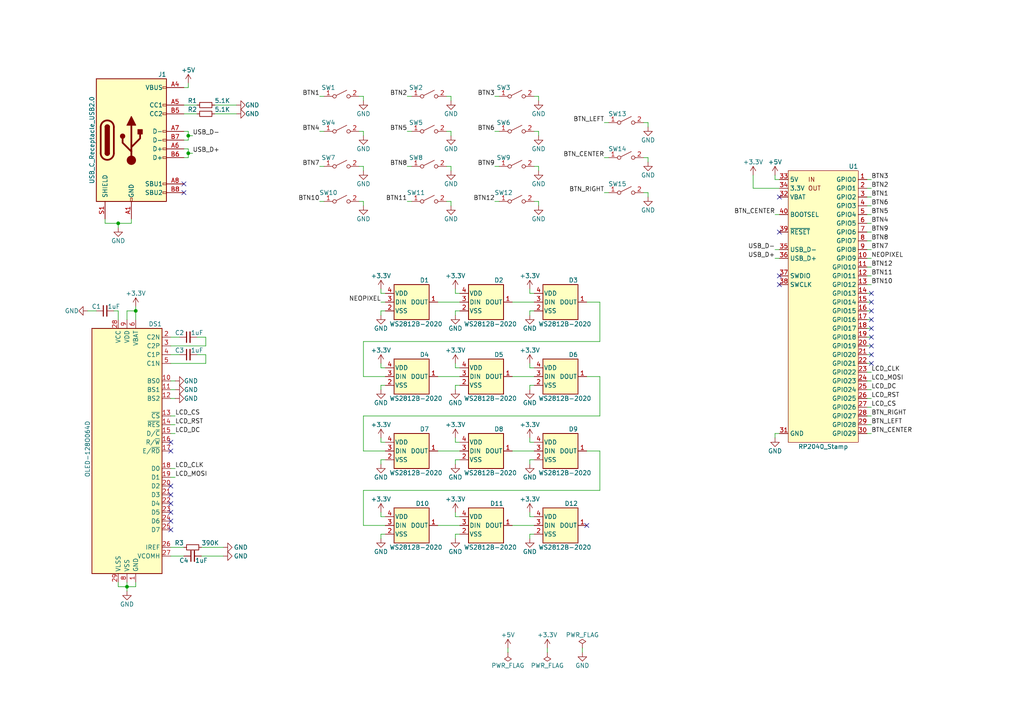
<source format=kicad_sch>
(kicad_sch (version 20211123) (generator eeschema)

  (uuid d03643bb-0e56-421d-a6c2-db099fa37b9f)

  (paper "A4")

  (lib_symbols
    (symbol "Connector:USB_C_Receptacle_USB2.0" (pin_names (offset 1.016)) (in_bom yes) (on_board yes)
      (property "Reference" "J" (id 0) (at -10.16 19.05 0)
        (effects (font (size 1.27 1.27)) (justify left))
      )
      (property "Value" "USB_C_Receptacle_USB2.0" (id 1) (at 19.05 19.05 0)
        (effects (font (size 1.27 1.27)) (justify right))
      )
      (property "Footprint" "" (id 2) (at 3.81 0 0)
        (effects (font (size 1.27 1.27)) hide)
      )
      (property "Datasheet" "https://www.usb.org/sites/default/files/documents/usb_type-c.zip" (id 3) (at 3.81 0 0)
        (effects (font (size 1.27 1.27)) hide)
      )
      (property "ki_keywords" "usb universal serial bus type-C USB2.0" (id 4) (at 0 0 0)
        (effects (font (size 1.27 1.27)) hide)
      )
      (property "ki_description" "USB 2.0-only Type-C Receptacle connector" (id 5) (at 0 0 0)
        (effects (font (size 1.27 1.27)) hide)
      )
      (property "ki_fp_filters" "USB*C*Receptacle*" (id 6) (at 0 0 0)
        (effects (font (size 1.27 1.27)) hide)
      )
      (symbol "USB_C_Receptacle_USB2.0_0_0"
        (rectangle (start -0.254 -17.78) (end 0.254 -16.764)
          (stroke (width 0) (type default) (color 0 0 0 0))
          (fill (type none))
        )
        (rectangle (start 10.16 -14.986) (end 9.144 -15.494)
          (stroke (width 0) (type default) (color 0 0 0 0))
          (fill (type none))
        )
        (rectangle (start 10.16 -12.446) (end 9.144 -12.954)
          (stroke (width 0) (type default) (color 0 0 0 0))
          (fill (type none))
        )
        (rectangle (start 10.16 -4.826) (end 9.144 -5.334)
          (stroke (width 0) (type default) (color 0 0 0 0))
          (fill (type none))
        )
        (rectangle (start 10.16 -2.286) (end 9.144 -2.794)
          (stroke (width 0) (type default) (color 0 0 0 0))
          (fill (type none))
        )
        (rectangle (start 10.16 0.254) (end 9.144 -0.254)
          (stroke (width 0) (type default) (color 0 0 0 0))
          (fill (type none))
        )
        (rectangle (start 10.16 2.794) (end 9.144 2.286)
          (stroke (width 0) (type default) (color 0 0 0 0))
          (fill (type none))
        )
        (rectangle (start 10.16 7.874) (end 9.144 7.366)
          (stroke (width 0) (type default) (color 0 0 0 0))
          (fill (type none))
        )
        (rectangle (start 10.16 10.414) (end 9.144 9.906)
          (stroke (width 0) (type default) (color 0 0 0 0))
          (fill (type none))
        )
        (rectangle (start 10.16 15.494) (end 9.144 14.986)
          (stroke (width 0) (type default) (color 0 0 0 0))
          (fill (type none))
        )
      )
      (symbol "USB_C_Receptacle_USB2.0_0_1"
        (rectangle (start -10.16 17.78) (end 10.16 -17.78)
          (stroke (width 0.254) (type default) (color 0 0 0 0))
          (fill (type background))
        )
        (arc (start -8.89 -3.81) (mid -6.985 -5.715) (end -5.08 -3.81)
          (stroke (width 0.508) (type default) (color 0 0 0 0))
          (fill (type none))
        )
        (arc (start -7.62 -3.81) (mid -6.985 -4.445) (end -6.35 -3.81)
          (stroke (width 0.254) (type default) (color 0 0 0 0))
          (fill (type none))
        )
        (arc (start -7.62 -3.81) (mid -6.985 -4.445) (end -6.35 -3.81)
          (stroke (width 0.254) (type default) (color 0 0 0 0))
          (fill (type outline))
        )
        (rectangle (start -7.62 -3.81) (end -6.35 3.81)
          (stroke (width 0.254) (type default) (color 0 0 0 0))
          (fill (type outline))
        )
        (arc (start -6.35 3.81) (mid -6.985 4.445) (end -7.62 3.81)
          (stroke (width 0.254) (type default) (color 0 0 0 0))
          (fill (type none))
        )
        (arc (start -6.35 3.81) (mid -6.985 4.445) (end -7.62 3.81)
          (stroke (width 0.254) (type default) (color 0 0 0 0))
          (fill (type outline))
        )
        (arc (start -5.08 3.81) (mid -6.985 5.715) (end -8.89 3.81)
          (stroke (width 0.508) (type default) (color 0 0 0 0))
          (fill (type none))
        )
        (circle (center -2.54 1.143) (radius 0.635)
          (stroke (width 0.254) (type default) (color 0 0 0 0))
          (fill (type outline))
        )
        (circle (center 0 -5.842) (radius 1.27)
          (stroke (width 0) (type default) (color 0 0 0 0))
          (fill (type outline))
        )
        (polyline
          (pts
            (xy -8.89 -3.81)
            (xy -8.89 3.81)
          )
          (stroke (width 0.508) (type default) (color 0 0 0 0))
          (fill (type none))
        )
        (polyline
          (pts
            (xy -5.08 3.81)
            (xy -5.08 -3.81)
          )
          (stroke (width 0.508) (type default) (color 0 0 0 0))
          (fill (type none))
        )
        (polyline
          (pts
            (xy 0 -5.842)
            (xy 0 4.318)
          )
          (stroke (width 0.508) (type default) (color 0 0 0 0))
          (fill (type none))
        )
        (polyline
          (pts
            (xy 0 -3.302)
            (xy -2.54 -0.762)
            (xy -2.54 0.508)
          )
          (stroke (width 0.508) (type default) (color 0 0 0 0))
          (fill (type none))
        )
        (polyline
          (pts
            (xy 0 -2.032)
            (xy 2.54 0.508)
            (xy 2.54 1.778)
          )
          (stroke (width 0.508) (type default) (color 0 0 0 0))
          (fill (type none))
        )
        (polyline
          (pts
            (xy -1.27 4.318)
            (xy 0 6.858)
            (xy 1.27 4.318)
            (xy -1.27 4.318)
          )
          (stroke (width 0.254) (type default) (color 0 0 0 0))
          (fill (type outline))
        )
        (rectangle (start 1.905 1.778) (end 3.175 3.048)
          (stroke (width 0.254) (type default) (color 0 0 0 0))
          (fill (type outline))
        )
      )
      (symbol "USB_C_Receptacle_USB2.0_1_1"
        (pin passive line (at 0 -22.86 90) (length 5.08)
          (name "GND" (effects (font (size 1.27 1.27))))
          (number "A1" (effects (font (size 1.27 1.27))))
        )
        (pin passive line (at 0 -22.86 90) (length 5.08) hide
          (name "GND" (effects (font (size 1.27 1.27))))
          (number "A12" (effects (font (size 1.27 1.27))))
        )
        (pin passive line (at 15.24 15.24 180) (length 5.08)
          (name "VBUS" (effects (font (size 1.27 1.27))))
          (number "A4" (effects (font (size 1.27 1.27))))
        )
        (pin bidirectional line (at 15.24 10.16 180) (length 5.08)
          (name "CC1" (effects (font (size 1.27 1.27))))
          (number "A5" (effects (font (size 1.27 1.27))))
        )
        (pin bidirectional line (at 15.24 -2.54 180) (length 5.08)
          (name "D+" (effects (font (size 1.27 1.27))))
          (number "A6" (effects (font (size 1.27 1.27))))
        )
        (pin bidirectional line (at 15.24 2.54 180) (length 5.08)
          (name "D-" (effects (font (size 1.27 1.27))))
          (number "A7" (effects (font (size 1.27 1.27))))
        )
        (pin bidirectional line (at 15.24 -12.7 180) (length 5.08)
          (name "SBU1" (effects (font (size 1.27 1.27))))
          (number "A8" (effects (font (size 1.27 1.27))))
        )
        (pin passive line (at 15.24 15.24 180) (length 5.08) hide
          (name "VBUS" (effects (font (size 1.27 1.27))))
          (number "A9" (effects (font (size 1.27 1.27))))
        )
        (pin passive line (at 0 -22.86 90) (length 5.08) hide
          (name "GND" (effects (font (size 1.27 1.27))))
          (number "B1" (effects (font (size 1.27 1.27))))
        )
        (pin passive line (at 0 -22.86 90) (length 5.08) hide
          (name "GND" (effects (font (size 1.27 1.27))))
          (number "B12" (effects (font (size 1.27 1.27))))
        )
        (pin passive line (at 15.24 15.24 180) (length 5.08) hide
          (name "VBUS" (effects (font (size 1.27 1.27))))
          (number "B4" (effects (font (size 1.27 1.27))))
        )
        (pin bidirectional line (at 15.24 7.62 180) (length 5.08)
          (name "CC2" (effects (font (size 1.27 1.27))))
          (number "B5" (effects (font (size 1.27 1.27))))
        )
        (pin bidirectional line (at 15.24 -5.08 180) (length 5.08)
          (name "D+" (effects (font (size 1.27 1.27))))
          (number "B6" (effects (font (size 1.27 1.27))))
        )
        (pin bidirectional line (at 15.24 0 180) (length 5.08)
          (name "D-" (effects (font (size 1.27 1.27))))
          (number "B7" (effects (font (size 1.27 1.27))))
        )
        (pin bidirectional line (at 15.24 -15.24 180) (length 5.08)
          (name "SBU2" (effects (font (size 1.27 1.27))))
          (number "B8" (effects (font (size 1.27 1.27))))
        )
        (pin passive line (at 15.24 15.24 180) (length 5.08) hide
          (name "VBUS" (effects (font (size 1.27 1.27))))
          (number "B9" (effects (font (size 1.27 1.27))))
        )
        (pin passive line (at -7.62 -22.86 90) (length 5.08)
          (name "SHIELD" (effects (font (size 1.27 1.27))))
          (number "S1" (effects (font (size 1.27 1.27))))
        )
      )
    )
    (symbol "Device:C_Small" (pin_numbers hide) (pin_names (offset 0.254) hide) (in_bom yes) (on_board yes)
      (property "Reference" "C" (id 0) (at 0.254 1.778 0)
        (effects (font (size 1.27 1.27)) (justify left))
      )
      (property "Value" "C_Small" (id 1) (at 0.254 -2.032 0)
        (effects (font (size 1.27 1.27)) (justify left))
      )
      (property "Footprint" "" (id 2) (at 0 0 0)
        (effects (font (size 1.27 1.27)) hide)
      )
      (property "Datasheet" "~" (id 3) (at 0 0 0)
        (effects (font (size 1.27 1.27)) hide)
      )
      (property "ki_keywords" "capacitor cap" (id 4) (at 0 0 0)
        (effects (font (size 1.27 1.27)) hide)
      )
      (property "ki_description" "Unpolarized capacitor, small symbol" (id 5) (at 0 0 0)
        (effects (font (size 1.27 1.27)) hide)
      )
      (property "ki_fp_filters" "C_*" (id 6) (at 0 0 0)
        (effects (font (size 1.27 1.27)) hide)
      )
      (symbol "C_Small_0_1"
        (polyline
          (pts
            (xy -1.524 -0.508)
            (xy 1.524 -0.508)
          )
          (stroke (width 0.3302) (type default) (color 0 0 0 0))
          (fill (type none))
        )
        (polyline
          (pts
            (xy -1.524 0.508)
            (xy 1.524 0.508)
          )
          (stroke (width 0.3048) (type default) (color 0 0 0 0))
          (fill (type none))
        )
      )
      (symbol "C_Small_1_1"
        (pin passive line (at 0 2.54 270) (length 2.032)
          (name "~" (effects (font (size 1.27 1.27))))
          (number "1" (effects (font (size 1.27 1.27))))
        )
        (pin passive line (at 0 -2.54 90) (length 2.032)
          (name "~" (effects (font (size 1.27 1.27))))
          (number "2" (effects (font (size 1.27 1.27))))
        )
      )
    )
    (symbol "Device:R_Small" (pin_numbers hide) (pin_names (offset 0.254) hide) (in_bom yes) (on_board yes)
      (property "Reference" "R" (id 0) (at 0.762 0.508 0)
        (effects (font (size 1.27 1.27)) (justify left))
      )
      (property "Value" "R_Small" (id 1) (at 0.762 -1.016 0)
        (effects (font (size 1.27 1.27)) (justify left))
      )
      (property "Footprint" "" (id 2) (at 0 0 0)
        (effects (font (size 1.27 1.27)) hide)
      )
      (property "Datasheet" "~" (id 3) (at 0 0 0)
        (effects (font (size 1.27 1.27)) hide)
      )
      (property "ki_keywords" "R resistor" (id 4) (at 0 0 0)
        (effects (font (size 1.27 1.27)) hide)
      )
      (property "ki_description" "Resistor, small symbol" (id 5) (at 0 0 0)
        (effects (font (size 1.27 1.27)) hide)
      )
      (property "ki_fp_filters" "R_*" (id 6) (at 0 0 0)
        (effects (font (size 1.27 1.27)) hide)
      )
      (symbol "R_Small_0_1"
        (rectangle (start -0.762 1.778) (end 0.762 -1.778)
          (stroke (width 0.2032) (type default) (color 0 0 0 0))
          (fill (type none))
        )
      )
      (symbol "R_Small_1_1"
        (pin passive line (at 0 2.54 270) (length 0.762)
          (name "~" (effects (font (size 1.27 1.27))))
          (number "1" (effects (font (size 1.27 1.27))))
        )
        (pin passive line (at 0 -2.54 90) (length 0.762)
          (name "~" (effects (font (size 1.27 1.27))))
          (number "2" (effects (font (size 1.27 1.27))))
        )
      )
    )
    (symbol "Display_Graphic:OLED-128O064D" (in_bom yes) (on_board yes)
      (property "Reference" "DS" (id 0) (at -10.16 38.1 0)
        (effects (font (size 1.27 1.27)))
      )
      (property "Value" "OLED-128O064D" (id 1) (at 12.7 38.1 0)
        (effects (font (size 1.27 1.27)))
      )
      (property "Footprint" "Display:OLED-128O064D" (id 2) (at 0 0 0)
        (effects (font (size 1.27 1.27)) hide)
      )
      (property "Datasheet" "https://www.vishay.com/docs/37902/oled128o064dbpp3n00000.pdf" (id 3) (at 0 20.32 0)
        (effects (font (size 1.27 1.27)) hide)
      )
      (property "ki_keywords" "display oled" (id 4) (at 0 0 0)
        (effects (font (size 1.27 1.27)) hide)
      )
      (property "ki_description" "OLED display 128x64" (id 5) (at 0 0 0)
        (effects (font (size 1.27 1.27)) hide)
      )
      (property "ki_fp_filters" "OLED?128O064D*" (id 6) (at 0 0 0)
        (effects (font (size 1.27 1.27)) hide)
      )
      (symbol "OLED-128O064D_0_1"
        (rectangle (start -10.16 35.56) (end 10.16 -35.56)
          (stroke (width 0.254) (type default) (color 0 0 0 0))
          (fill (type background))
        )
      )
      (symbol "OLED-128O064D_1_1"
        (pin power_in line (at -2.54 -38.1 90) (length 2.54)
          (name "GND" (effects (font (size 1.27 1.27))))
          (number "1" (effects (font (size 1.27 1.27))))
        )
        (pin input line (at -12.7 20.32 0) (length 2.54)
          (name "BS0" (effects (font (size 1.27 1.27))))
          (number "10" (effects (font (size 1.27 1.27))))
        )
        (pin input line (at -12.7 17.78 0) (length 2.54)
          (name "BS1" (effects (font (size 1.27 1.27))))
          (number "11" (effects (font (size 1.27 1.27))))
        )
        (pin input line (at -12.7 15.24 0) (length 2.54)
          (name "BS2" (effects (font (size 1.27 1.27))))
          (number "12" (effects (font (size 1.27 1.27))))
        )
        (pin input line (at -12.7 10.16 0) (length 2.54)
          (name "~{CS}" (effects (font (size 1.27 1.27))))
          (number "13" (effects (font (size 1.27 1.27))))
        )
        (pin input line (at -12.7 7.62 0) (length 2.54)
          (name "~{RES}" (effects (font (size 1.27 1.27))))
          (number "14" (effects (font (size 1.27 1.27))))
        )
        (pin input line (at -12.7 5.08 0) (length 2.54)
          (name "D/~{C}" (effects (font (size 1.27 1.27))))
          (number "15" (effects (font (size 1.27 1.27))))
        )
        (pin input line (at -12.7 2.54 0) (length 2.54)
          (name "R/~{W}" (effects (font (size 1.27 1.27))))
          (number "16" (effects (font (size 1.27 1.27))))
        )
        (pin input line (at -12.7 0 0) (length 2.54)
          (name "E/~{RD}" (effects (font (size 1.27 1.27))))
          (number "17" (effects (font (size 1.27 1.27))))
        )
        (pin bidirectional line (at -12.7 -5.08 0) (length 2.54)
          (name "D0" (effects (font (size 1.27 1.27))))
          (number "18" (effects (font (size 1.27 1.27))))
        )
        (pin bidirectional line (at -12.7 -7.62 0) (length 2.54)
          (name "D1" (effects (font (size 1.27 1.27))))
          (number "19" (effects (font (size 1.27 1.27))))
        )
        (pin passive line (at -12.7 33.02 0) (length 2.54)
          (name "C2N" (effects (font (size 1.27 1.27))))
          (number "2" (effects (font (size 1.27 1.27))))
        )
        (pin bidirectional line (at -12.7 -10.16 0) (length 2.54)
          (name "D2" (effects (font (size 1.27 1.27))))
          (number "20" (effects (font (size 1.27 1.27))))
        )
        (pin bidirectional line (at -12.7 -12.7 0) (length 2.54)
          (name "D3" (effects (font (size 1.27 1.27))))
          (number "21" (effects (font (size 1.27 1.27))))
        )
        (pin bidirectional line (at -12.7 -15.24 0) (length 2.54)
          (name "D4" (effects (font (size 1.27 1.27))))
          (number "22" (effects (font (size 1.27 1.27))))
        )
        (pin bidirectional line (at -12.7 -17.78 0) (length 2.54)
          (name "D5" (effects (font (size 1.27 1.27))))
          (number "23" (effects (font (size 1.27 1.27))))
        )
        (pin bidirectional line (at -12.7 -20.32 0) (length 2.54)
          (name "D6" (effects (font (size 1.27 1.27))))
          (number "24" (effects (font (size 1.27 1.27))))
        )
        (pin bidirectional line (at -12.7 -22.86 0) (length 2.54)
          (name "D7" (effects (font (size 1.27 1.27))))
          (number "25" (effects (font (size 1.27 1.27))))
        )
        (pin passive line (at -12.7 -27.94 0) (length 2.54)
          (name "IREF" (effects (font (size 1.27 1.27))))
          (number "26" (effects (font (size 1.27 1.27))))
        )
        (pin passive line (at -12.7 -30.48 0) (length 2.54)
          (name "VCOMH" (effects (font (size 1.27 1.27))))
          (number "27" (effects (font (size 1.27 1.27))))
        )
        (pin power_in line (at 2.54 38.1 270) (length 2.54)
          (name "VCC" (effects (font (size 1.27 1.27))))
          (number "28" (effects (font (size 1.27 1.27))))
        )
        (pin power_in line (at 2.54 -38.1 90) (length 2.54)
          (name "VLSS" (effects (font (size 1.27 1.27))))
          (number "29" (effects (font (size 1.27 1.27))))
        )
        (pin passive line (at -12.7 30.48 0) (length 2.54)
          (name "C2P" (effects (font (size 1.27 1.27))))
          (number "3" (effects (font (size 1.27 1.27))))
        )
        (pin passive line (at -2.54 -38.1 90) (length 2.54) hide
          (name "GND" (effects (font (size 1.27 1.27))))
          (number "30" (effects (font (size 1.27 1.27))))
        )
        (pin passive line (at -12.7 27.94 0) (length 2.54)
          (name "C1P" (effects (font (size 1.27 1.27))))
          (number "4" (effects (font (size 1.27 1.27))))
        )
        (pin passive line (at -12.7 25.4 0) (length 2.54)
          (name "C1N" (effects (font (size 1.27 1.27))))
          (number "5" (effects (font (size 1.27 1.27))))
        )
        (pin power_in line (at -2.54 38.1 270) (length 2.54)
          (name "VBAT" (effects (font (size 1.27 1.27))))
          (number "6" (effects (font (size 1.27 1.27))))
        )
        (pin no_connect line (at 10.16 0 180) (length 2.54) hide
          (name "NC" (effects (font (size 1.27 1.27))))
          (number "7" (effects (font (size 1.27 1.27))))
        )
        (pin power_in line (at 0 -38.1 90) (length 2.54)
          (name "VSS" (effects (font (size 1.27 1.27))))
          (number "8" (effects (font (size 1.27 1.27))))
        )
        (pin power_in line (at 0 38.1 270) (length 2.54)
          (name "VDD" (effects (font (size 1.27 1.27))))
          (number "9" (effects (font (size 1.27 1.27))))
        )
      )
    )
    (symbol "LED_Extra:WS2812B-2020" (pin_names (offset 0.254)) (in_bom yes) (on_board yes)
      (property "Reference" "D" (id 0) (at 5.08 5.715 0)
        (effects (font (size 1.27 1.27)) (justify right bottom))
      )
      (property "Value" "WS2812B-2020" (id 1) (at 1.27 -5.715 0)
        (effects (font (size 1.27 1.27)) (justify left top))
      )
      (property "Footprint" "LED_SMD_Extra:WS2812B-2020" (id 2) (at 1.27 -7.62 0)
        (effects (font (size 1.27 1.27)) (justify left top) hide)
      )
      (property "Datasheet" "https://www.tme.eu/Document/4a8239e52df5e0b5cc2eb96834c5d8b6/WS2812B-2020.pdf" (id 3) (at 2.54 -9.525 0)
        (effects (font (size 1.27 1.27)) (justify left top) hide)
      )
      (property "ki_fp_filters" "LED*WS2812*PLCC*5.0x5.0mm*P3.2mm*" (id 4) (at 0 0 0)
        (effects (font (size 1.27 1.27)) hide)
      )
      (symbol "WS2812B-2020_0_1"
        (rectangle (start -5.08 5.08) (end 5.08 -5.08)
          (stroke (width 0.254) (type default) (color 0 0 0 0))
          (fill (type background))
        )
      )
      (symbol "WS2812B-2020_1_1"
        (pin output line (at 7.62 0 180) (length 2.54)
          (name "DOUT" (effects (font (size 1.27 1.27))))
          (number "1" (effects (font (size 1.27 1.27))))
        )
        (pin power_in line (at -7.62 -2.54 0) (length 2.54)
          (name "VSS" (effects (font (size 1.27 1.27))))
          (number "2" (effects (font (size 1.27 1.27))))
        )
        (pin input line (at -7.62 0 0) (length 2.54)
          (name "DIN" (effects (font (size 1.27 1.27))))
          (number "3" (effects (font (size 1.27 1.27))))
        )
        (pin power_in line (at -7.62 2.54 0) (length 2.54)
          (name "VDD" (effects (font (size 1.27 1.27))))
          (number "4" (effects (font (size 1.27 1.27))))
        )
      )
    )
    (symbol "RP2040_Stamp:RP2040_Stamp" (in_bom yes) (on_board yes)
      (property "Reference" "U" (id 0) (at 10.16 43.18 0)
        (effects (font (size 1.27 1.27)))
      )
      (property "Value" "RP2040_Stamp" (id 1) (at 0 -38.1 0)
        (effects (font (size 1.27 1.27)))
      )
      (property "Footprint" "RP2040_Stamp:RP2040_Stamp_SMD" (id 2) (at 0 -40.64 0)
        (effects (font (size 1.27 1.27)) hide)
      )
      (property "Datasheet" "" (id 3) (at -33.02 41.91 0)
        (effects (font (size 1.27 1.27)) hide)
      )
      (symbol "RP2040_Stamp_0_0"
        (text "IN" (at -4.445 39.37 0)
          (effects (font (size 1.27 1.27)) (justify left))
        )
        (text "OUT" (at -4.445 36.83 0)
          (effects (font (size 1.27 1.27)) (justify left))
        )
        (pin bidirectional line (at 12.7 39.37 180) (length 2.54)
          (name "GPIO0" (effects (font (size 1.27 1.27))))
          (number "1" (effects (font (size 1.27 1.27))))
        )
        (pin bidirectional line (at 12.7 16.51 180) (length 2.54)
          (name "GPIO9" (effects (font (size 1.27 1.27))))
          (number "10" (effects (font (size 1.27 1.27))))
        )
        (pin bidirectional line (at 12.7 13.97 180) (length 2.54)
          (name "GPIO10" (effects (font (size 1.27 1.27))))
          (number "11" (effects (font (size 1.27 1.27))))
        )
        (pin bidirectional line (at 12.7 11.43 180) (length 2.54)
          (name "GPIO11" (effects (font (size 1.27 1.27))))
          (number "12" (effects (font (size 1.27 1.27))))
        )
        (pin bidirectional line (at 12.7 8.89 180) (length 2.54)
          (name "GPIO12" (effects (font (size 1.27 1.27))))
          (number "13" (effects (font (size 1.27 1.27))))
        )
        (pin bidirectional line (at 12.7 6.35 180) (length 2.54)
          (name "GPIO13" (effects (font (size 1.27 1.27))))
          (number "14" (effects (font (size 1.27 1.27))))
        )
        (pin bidirectional line (at 12.7 3.81 180) (length 2.54)
          (name "GPIO14" (effects (font (size 1.27 1.27))))
          (number "15" (effects (font (size 1.27 1.27))))
        )
        (pin bidirectional line (at 12.7 1.27 180) (length 2.54)
          (name "GPIO15" (effects (font (size 1.27 1.27))))
          (number "16" (effects (font (size 1.27 1.27))))
        )
        (pin bidirectional line (at 12.7 -1.27 180) (length 2.54)
          (name "GPIO16" (effects (font (size 1.27 1.27))))
          (number "17" (effects (font (size 1.27 1.27))))
        )
        (pin bidirectional line (at 12.7 -3.81 180) (length 2.54)
          (name "GPIO17" (effects (font (size 1.27 1.27))))
          (number "18" (effects (font (size 1.27 1.27))))
        )
        (pin bidirectional line (at 12.7 -6.35 180) (length 2.54)
          (name "GPIO18" (effects (font (size 1.27 1.27))))
          (number "19" (effects (font (size 1.27 1.27))))
        )
        (pin bidirectional line (at 12.7 36.83 180) (length 2.54)
          (name "GPIO1" (effects (font (size 1.27 1.27))))
          (number "2" (effects (font (size 1.27 1.27))))
        )
        (pin bidirectional line (at 12.7 -8.89 180) (length 2.54)
          (name "GPIO19" (effects (font (size 1.27 1.27))))
          (number "20" (effects (font (size 1.27 1.27))))
        )
        (pin bidirectional line (at 12.7 -11.43 180) (length 2.54)
          (name "GPIO20" (effects (font (size 1.27 1.27))))
          (number "21" (effects (font (size 1.27 1.27))))
        )
        (pin bidirectional line (at 12.7 -13.97 180) (length 2.54)
          (name "GPIO21" (effects (font (size 1.27 1.27))))
          (number "22" (effects (font (size 1.27 1.27))))
          (alternate "NEOPIXEL" output line)
        )
        (pin bidirectional line (at 12.7 -16.51 180) (length 2.54)
          (name "GPIO22" (effects (font (size 1.27 1.27))))
          (number "23" (effects (font (size 1.27 1.27))))
        )
        (pin bidirectional line (at 12.7 -19.05 180) (length 2.54)
          (name "GPIO23" (effects (font (size 1.27 1.27))))
          (number "24" (effects (font (size 1.27 1.27))))
        )
        (pin bidirectional line (at 12.7 -21.59 180) (length 2.54)
          (name "GPIO24" (effects (font (size 1.27 1.27))))
          (number "25" (effects (font (size 1.27 1.27))))
        )
        (pin bidirectional line (at 12.7 -24.13 180) (length 2.54)
          (name "GPIO25" (effects (font (size 1.27 1.27))))
          (number "26" (effects (font (size 1.27 1.27))))
        )
        (pin bidirectional line (at 12.7 -26.67 180) (length 2.54)
          (name "GPIO26" (effects (font (size 1.27 1.27))))
          (number "27" (effects (font (size 1.27 1.27))))
          (alternate "A0" input line)
        )
        (pin bidirectional line (at 12.7 -29.21 180) (length 2.54)
          (name "GPIO27" (effects (font (size 1.27 1.27))))
          (number "28" (effects (font (size 1.27 1.27))))
          (alternate "A1" input line)
        )
        (pin bidirectional line (at 12.7 -31.75 180) (length 2.54)
          (name "GPIO28" (effects (font (size 1.27 1.27))))
          (number "29" (effects (font (size 1.27 1.27))))
          (alternate "A2" input line)
        )
        (pin bidirectional line (at 12.7 34.29 180) (length 2.54)
          (name "GPIO2" (effects (font (size 1.27 1.27))))
          (number "3" (effects (font (size 1.27 1.27))))
        )
        (pin bidirectional line (at 12.7 -34.29 180) (length 2.54)
          (name "GPIO29" (effects (font (size 1.27 1.27))))
          (number "30" (effects (font (size 1.27 1.27))))
          (alternate "A3" input line)
        )
        (pin power_in line (at -12.7 -34.29 0) (length 2.54)
          (name "GND" (effects (font (size 1.27 1.27))))
          (number "31" (effects (font (size 1.27 1.27))))
        )
        (pin power_in line (at -12.7 34.29 0) (length 2.54)
          (name "VBAT" (effects (font (size 1.27 1.27))))
          (number "32" (effects (font (size 1.27 1.27))))
        )
        (pin power_in line (at -12.7 39.37 0) (length 2.54)
          (name "5V" (effects (font (size 1.27 1.27))))
          (number "33" (effects (font (size 1.27 1.27))))
        )
        (pin power_out line (at -12.7 36.83 0) (length 2.54)
          (name "3.3V" (effects (font (size 1.27 1.27))))
          (number "34" (effects (font (size 1.27 1.27))))
        )
        (pin bidirectional line (at -12.7 19.05 0) (length 2.54)
          (name "USB_D-" (effects (font (size 1.27 1.27))))
          (number "35" (effects (font (size 1.27 1.27))))
        )
        (pin bidirectional line (at -12.7 16.51 0) (length 2.54)
          (name "USB_D+" (effects (font (size 1.27 1.27))))
          (number "36" (effects (font (size 1.27 1.27))))
        )
        (pin bidirectional line (at -12.7 11.43 0) (length 2.54)
          (name "SWDIO" (effects (font (size 1.27 1.27))))
          (number "37" (effects (font (size 1.27 1.27))))
        )
        (pin input line (at -12.7 8.89 0) (length 2.54)
          (name "SWCLK" (effects (font (size 1.27 1.27))))
          (number "38" (effects (font (size 1.27 1.27))))
        )
        (pin bidirectional line (at -12.7 24.13 0) (length 2.54)
          (name "~{RESET}" (effects (font (size 1.27 1.27))))
          (number "39" (effects (font (size 1.27 1.27))))
        )
        (pin bidirectional line (at 12.7 31.75 180) (length 2.54)
          (name "GPIO3" (effects (font (size 1.27 1.27))))
          (number "4" (effects (font (size 1.27 1.27))))
        )
        (pin input line (at -12.7 29.21 0) (length 2.54)
          (name "BOOTSEL" (effects (font (size 1.27 1.27))))
          (number "40" (effects (font (size 1.27 1.27))))
        )
        (pin bidirectional line (at 12.7 29.21 180) (length 2.54)
          (name "GPIO4" (effects (font (size 1.27 1.27))))
          (number "5" (effects (font (size 1.27 1.27))))
        )
        (pin bidirectional line (at 12.7 26.67 180) (length 2.54)
          (name "GPIO5" (effects (font (size 1.27 1.27))))
          (number "6" (effects (font (size 1.27 1.27))))
        )
        (pin bidirectional line (at 12.7 24.13 180) (length 2.54)
          (name "GPIO6" (effects (font (size 1.27 1.27))))
          (number "7" (effects (font (size 1.27 1.27))))
        )
        (pin bidirectional line (at 12.7 21.59 180) (length 2.54)
          (name "GPIO7" (effects (font (size 1.27 1.27))))
          (number "8" (effects (font (size 1.27 1.27))))
        )
        (pin bidirectional line (at 12.7 19.05 180) (length 2.54)
          (name "GPIO8" (effects (font (size 1.27 1.27))))
          (number "9" (effects (font (size 1.27 1.27))))
        )
      )
      (symbol "RP2040_Stamp_0_1"
        (rectangle (start -10.16 41.91) (end 10.16 -36.83)
          (stroke (width 0.1524) (type default) (color 0 0 0 0))
          (fill (type background))
        )
      )
    )
    (symbol "Switch:SW_SPST" (pin_names (offset 0) hide) (in_bom yes) (on_board yes)
      (property "Reference" "SW" (id 0) (at 0 3.175 0)
        (effects (font (size 1.27 1.27)))
      )
      (property "Value" "SW_SPST" (id 1) (at 0 -2.54 0)
        (effects (font (size 1.27 1.27)))
      )
      (property "Footprint" "" (id 2) (at 0 0 0)
        (effects (font (size 1.27 1.27)) hide)
      )
      (property "Datasheet" "~" (id 3) (at 0 0 0)
        (effects (font (size 1.27 1.27)) hide)
      )
      (property "ki_keywords" "switch lever" (id 4) (at 0 0 0)
        (effects (font (size 1.27 1.27)) hide)
      )
      (property "ki_description" "Single Pole Single Throw (SPST) switch" (id 5) (at 0 0 0)
        (effects (font (size 1.27 1.27)) hide)
      )
      (symbol "SW_SPST_0_0"
        (circle (center -2.032 0) (radius 0.508)
          (stroke (width 0) (type default) (color 0 0 0 0))
          (fill (type none))
        )
        (polyline
          (pts
            (xy -1.524 0.254)
            (xy 1.524 1.778)
          )
          (stroke (width 0) (type default) (color 0 0 0 0))
          (fill (type none))
        )
        (circle (center 2.032 0) (radius 0.508)
          (stroke (width 0) (type default) (color 0 0 0 0))
          (fill (type none))
        )
      )
      (symbol "SW_SPST_1_1"
        (pin passive line (at -5.08 0 0) (length 2.54)
          (name "A" (effects (font (size 1.27 1.27))))
          (number "1" (effects (font (size 1.27 1.27))))
        )
        (pin passive line (at 5.08 0 180) (length 2.54)
          (name "B" (effects (font (size 1.27 1.27))))
          (number "2" (effects (font (size 1.27 1.27))))
        )
      )
    )
    (symbol "power:+3.3V" (power) (pin_names (offset 0)) (in_bom yes) (on_board yes)
      (property "Reference" "#PWR" (id 0) (at 0 -3.81 0)
        (effects (font (size 1.27 1.27)) hide)
      )
      (property "Value" "+3.3V" (id 1) (at 0 3.556 0)
        (effects (font (size 1.27 1.27)))
      )
      (property "Footprint" "" (id 2) (at 0 0 0)
        (effects (font (size 1.27 1.27)) hide)
      )
      (property "Datasheet" "" (id 3) (at 0 0 0)
        (effects (font (size 1.27 1.27)) hide)
      )
      (property "ki_keywords" "power-flag" (id 4) (at 0 0 0)
        (effects (font (size 1.27 1.27)) hide)
      )
      (property "ki_description" "Power symbol creates a global label with name \"+3.3V\"" (id 5) (at 0 0 0)
        (effects (font (size 1.27 1.27)) hide)
      )
      (symbol "+3.3V_0_1"
        (polyline
          (pts
            (xy -0.762 1.27)
            (xy 0 2.54)
          )
          (stroke (width 0) (type default) (color 0 0 0 0))
          (fill (type none))
        )
        (polyline
          (pts
            (xy 0 0)
            (xy 0 2.54)
          )
          (stroke (width 0) (type default) (color 0 0 0 0))
          (fill (type none))
        )
        (polyline
          (pts
            (xy 0 2.54)
            (xy 0.762 1.27)
          )
          (stroke (width 0) (type default) (color 0 0 0 0))
          (fill (type none))
        )
      )
      (symbol "+3.3V_1_1"
        (pin power_in line (at 0 0 90) (length 0) hide
          (name "+3.3V" (effects (font (size 1.27 1.27))))
          (number "1" (effects (font (size 1.27 1.27))))
        )
      )
    )
    (symbol "power:+5V" (power) (pin_names (offset 0)) (in_bom yes) (on_board yes)
      (property "Reference" "#PWR" (id 0) (at 0 -3.81 0)
        (effects (font (size 1.27 1.27)) hide)
      )
      (property "Value" "+5V" (id 1) (at 0 3.556 0)
        (effects (font (size 1.27 1.27)))
      )
      (property "Footprint" "" (id 2) (at 0 0 0)
        (effects (font (size 1.27 1.27)) hide)
      )
      (property "Datasheet" "" (id 3) (at 0 0 0)
        (effects (font (size 1.27 1.27)) hide)
      )
      (property "ki_keywords" "power-flag" (id 4) (at 0 0 0)
        (effects (font (size 1.27 1.27)) hide)
      )
      (property "ki_description" "Power symbol creates a global label with name \"+5V\"" (id 5) (at 0 0 0)
        (effects (font (size 1.27 1.27)) hide)
      )
      (symbol "+5V_0_1"
        (polyline
          (pts
            (xy -0.762 1.27)
            (xy 0 2.54)
          )
          (stroke (width 0) (type default) (color 0 0 0 0))
          (fill (type none))
        )
        (polyline
          (pts
            (xy 0 0)
            (xy 0 2.54)
          )
          (stroke (width 0) (type default) (color 0 0 0 0))
          (fill (type none))
        )
        (polyline
          (pts
            (xy 0 2.54)
            (xy 0.762 1.27)
          )
          (stroke (width 0) (type default) (color 0 0 0 0))
          (fill (type none))
        )
      )
      (symbol "+5V_1_1"
        (pin power_in line (at 0 0 90) (length 0) hide
          (name "+5V" (effects (font (size 1.27 1.27))))
          (number "1" (effects (font (size 1.27 1.27))))
        )
      )
    )
    (symbol "power:GND" (power) (pin_names (offset 0)) (in_bom yes) (on_board yes)
      (property "Reference" "#PWR" (id 0) (at 0 -6.35 0)
        (effects (font (size 1.27 1.27)) hide)
      )
      (property "Value" "GND" (id 1) (at 0 -3.81 0)
        (effects (font (size 1.27 1.27)))
      )
      (property "Footprint" "" (id 2) (at 0 0 0)
        (effects (font (size 1.27 1.27)) hide)
      )
      (property "Datasheet" "" (id 3) (at 0 0 0)
        (effects (font (size 1.27 1.27)) hide)
      )
      (property "ki_keywords" "power-flag" (id 4) (at 0 0 0)
        (effects (font (size 1.27 1.27)) hide)
      )
      (property "ki_description" "Power symbol creates a global label with name \"GND\" , ground" (id 5) (at 0 0 0)
        (effects (font (size 1.27 1.27)) hide)
      )
      (symbol "GND_0_1"
        (polyline
          (pts
            (xy 0 0)
            (xy 0 -1.27)
            (xy 1.27 -1.27)
            (xy 0 -2.54)
            (xy -1.27 -1.27)
            (xy 0 -1.27)
          )
          (stroke (width 0) (type default) (color 0 0 0 0))
          (fill (type none))
        )
      )
      (symbol "GND_1_1"
        (pin power_in line (at 0 0 270) (length 0) hide
          (name "GND" (effects (font (size 1.27 1.27))))
          (number "1" (effects (font (size 1.27 1.27))))
        )
      )
    )
    (symbol "power:PWR_FLAG" (power) (pin_numbers hide) (pin_names (offset 0) hide) (in_bom yes) (on_board yes)
      (property "Reference" "#FLG" (id 0) (at 0 1.905 0)
        (effects (font (size 1.27 1.27)) hide)
      )
      (property "Value" "PWR_FLAG" (id 1) (at 0 3.81 0)
        (effects (font (size 1.27 1.27)))
      )
      (property "Footprint" "" (id 2) (at 0 0 0)
        (effects (font (size 1.27 1.27)) hide)
      )
      (property "Datasheet" "~" (id 3) (at 0 0 0)
        (effects (font (size 1.27 1.27)) hide)
      )
      (property "ki_keywords" "power-flag" (id 4) (at 0 0 0)
        (effects (font (size 1.27 1.27)) hide)
      )
      (property "ki_description" "Special symbol for telling ERC where power comes from" (id 5) (at 0 0 0)
        (effects (font (size 1.27 1.27)) hide)
      )
      (symbol "PWR_FLAG_0_0"
        (pin power_out line (at 0 0 90) (length 0)
          (name "pwr" (effects (font (size 1.27 1.27))))
          (number "1" (effects (font (size 1.27 1.27))))
        )
      )
      (symbol "PWR_FLAG_0_1"
        (polyline
          (pts
            (xy 0 0)
            (xy 0 1.27)
            (xy -1.016 1.905)
            (xy 0 2.54)
            (xy 1.016 1.905)
            (xy 0 1.27)
          )
          (stroke (width 0) (type default) (color 0 0 0 0))
          (fill (type none))
        )
      )
    )
  )

  (junction (at 54.61 39.37) (diameter 0) (color 0 0 0 0)
    (uuid 0fbd3b48-358b-4ce7-9ce7-9c4613ed5aee)
  )
  (junction (at 39.37 90.17) (diameter 0) (color 0 0 0 0)
    (uuid 4400ab43-4d2b-496e-bbd5-45aeaca60e34)
  )
  (junction (at 34.29 64.77) (diameter 0) (color 0 0 0 0)
    (uuid 4cfb83be-45f9-4408-8e82-8fd088c43791)
  )
  (junction (at 54.61 44.45) (diameter 0) (color 0 0 0 0)
    (uuid bc50f565-e591-4d55-aa2d-2beba7668e4b)
  )
  (junction (at 36.83 170.18) (diameter 0) (color 0 0 0 0)
    (uuid d98a2c4a-6c70-4a41-baef-aafa761764d0)
  )

  (no_connect (at 53.34 55.88) (uuid 0828a88e-6221-4d8a-8e8b-6137fbf30e1c))
  (no_connect (at 49.53 143.51) (uuid 0988ab7a-8c49-49fb-9e2c-0f6e6637d1b7))
  (no_connect (at 49.53 148.59) (uuid 126bce69-5eca-4ba5-97b2-2661c098e0c2))
  (no_connect (at 226.06 67.31) (uuid 1cec0080-17cf-4379-8d55-1b76a7d003d4))
  (no_connect (at 49.53 151.13) (uuid 2a1078de-f000-4e08-bbc7-2c3aa78d6c5d))
  (no_connect (at 252.73 100.33) (uuid 2a73cee6-12fc-462b-bd0f-c6699e469900))
  (no_connect (at 252.73 90.17) (uuid 2e1856fd-aa5a-4452-93c0-ef062739acf5))
  (no_connect (at 252.73 92.71) (uuid 32db900a-a912-4504-a606-e61485c5009e))
  (no_connect (at 226.06 82.55) (uuid 35fa7c8a-6cfa-4ab6-89a4-e8f4b58cd9a1))
  (no_connect (at 226.06 80.01) (uuid 35fa7c8a-6cfa-4ab6-89a4-e8f4b58cd9a1))
  (no_connect (at 49.53 153.67) (uuid 42675c29-2794-40fe-a0a8-15f6a3e859b1))
  (no_connect (at 49.53 130.81) (uuid 440b0814-7cfd-4195-ae5f-2f64b9fd96c9))
  (no_connect (at 252.73 85.09) (uuid 47488c24-5f45-4ad9-ac37-b0806cfcea6e))
  (no_connect (at 252.73 87.63) (uuid 47e58a2e-8710-4d78-aa52-e51a07215a5f))
  (no_connect (at 252.73 97.79) (uuid 7281f236-8eeb-4b21-9c3f-85bf218b7085))
  (no_connect (at 49.53 128.27) (uuid 75041d74-5dac-4f72-bf72-9dd56faa2f77))
  (no_connect (at 49.53 140.97) (uuid 84a20ce7-b757-4fed-a80b-f9e6cf52bade))
  (no_connect (at 53.34 53.34) (uuid 8785a70c-fd3e-4006-b6a3-9790235f4584))
  (no_connect (at 226.06 57.15) (uuid a72240b7-2346-48fb-af44-d7a667abb620))
  (no_connect (at 170.18 152.4) (uuid b1709b39-8502-4e3f-8f1c-ee7e3188cf23))
  (no_connect (at 252.73 105.41) (uuid c718f0f8-cd41-4dda-88e2-c7878de0b9fe))
  (no_connect (at 49.53 146.05) (uuid cc1eaf09-cc7f-4008-97fd-fceaf69a5a27))
  (no_connect (at 252.73 95.25) (uuid eb7168c7-d9e0-4ced-98e0-169ce577ceee))
  (no_connect (at 252.73 102.87) (uuid ec846c0a-a679-4c1d-8526-8beb3bfcd9a3))

  (wire (pts (xy 251.46 57.15) (xy 252.73 57.15))
    (stroke (width 0) (type default) (color 0 0 0 0))
    (uuid 000a3a7c-2b4b-4a4a-9392-5c6e3aac3c47)
  )
  (wire (pts (xy 39.37 170.18) (xy 39.37 168.91))
    (stroke (width 0) (type default) (color 0 0 0 0))
    (uuid 0c0f901a-ecb7-4288-b7b7-f2977a6ed5ac)
  )
  (wire (pts (xy 104.14 48.26) (xy 105.41 48.26))
    (stroke (width 0) (type default) (color 0 0 0 0))
    (uuid 0d4028d1-bf70-43fb-a4d6-b6e85bdb3d3e)
  )
  (wire (pts (xy 58.42 158.75) (xy 64.77 158.75))
    (stroke (width 0) (type default) (color 0 0 0 0))
    (uuid 0da27a96-6f4f-4726-90ec-a3e777a942e8)
  )
  (wire (pts (xy 110.49 133.35) (xy 110.49 134.62))
    (stroke (width 0) (type default) (color 0 0 0 0))
    (uuid 0df1323f-bd98-4103-9f41-2d3d3e5b42fb)
  )
  (wire (pts (xy 170.18 130.81) (xy 173.99 130.81))
    (stroke (width 0) (type default) (color 0 0 0 0))
    (uuid 0ebc8f75-acaf-412e-b1ba-757a839d6b95)
  )
  (wire (pts (xy 111.76 85.09) (xy 110.49 85.09))
    (stroke (width 0) (type default) (color 0 0 0 0))
    (uuid 0ee83c7f-bddb-4469-b09f-a00dad44a495)
  )
  (wire (pts (xy 251.46 97.79) (xy 252.73 97.79))
    (stroke (width 0) (type default) (color 0 0 0 0))
    (uuid 115e314b-d039-44b6-ae23-c4eccf61ebe9)
  )
  (wire (pts (xy 104.14 27.94) (xy 105.41 27.94))
    (stroke (width 0) (type default) (color 0 0 0 0))
    (uuid 1240ad6e-1bd3-4422-93bd-38bf6067670c)
  )
  (wire (pts (xy 34.29 64.77) (xy 34.29 66.04))
    (stroke (width 0) (type default) (color 0 0 0 0))
    (uuid 15630901-d1c6-4108-ae25-191461bd2771)
  )
  (wire (pts (xy 110.49 148.59) (xy 110.49 149.86))
    (stroke (width 0) (type default) (color 0 0 0 0))
    (uuid 159efc6e-bf3c-44e7-b70d-87b2b4a8b74b)
  )
  (wire (pts (xy 133.35 85.09) (xy 132.08 85.09))
    (stroke (width 0) (type default) (color 0 0 0 0))
    (uuid 16a02139-02af-4d82-9f7f-56a7bb7ce802)
  )
  (wire (pts (xy 251.46 67.31) (xy 252.73 67.31))
    (stroke (width 0) (type default) (color 0 0 0 0))
    (uuid 16ff4fbc-3c81-4271-88dd-17108a53a80f)
  )
  (wire (pts (xy 251.46 100.33) (xy 252.73 100.33))
    (stroke (width 0) (type default) (color 0 0 0 0))
    (uuid 1952b01d-14a9-4d4d-a484-1401ed5ccd02)
  )
  (wire (pts (xy 49.53 102.87) (xy 52.07 102.87))
    (stroke (width 0) (type default) (color 0 0 0 0))
    (uuid 1978f1a6-9ed5-4e41-8a91-4a0f5b4e603a)
  )
  (wire (pts (xy 105.41 27.94) (xy 105.41 29.21))
    (stroke (width 0) (type default) (color 0 0 0 0))
    (uuid 19c7e04d-8016-42e5-ba84-774ae8e51f23)
  )
  (wire (pts (xy 173.99 130.81) (xy 173.99 142.24))
    (stroke (width 0) (type default) (color 0 0 0 0))
    (uuid 19f5908a-fb20-49f7-b114-9bea010bfe19)
  )
  (wire (pts (xy 62.23 30.48) (xy 68.58 30.48))
    (stroke (width 0) (type default) (color 0 0 0 0))
    (uuid 1a1c8657-f138-415f-8b67-f472b781e4d5)
  )
  (wire (pts (xy 186.69 45.72) (xy 187.96 45.72))
    (stroke (width 0) (type default) (color 0 0 0 0))
    (uuid 1a2fe229-986d-41b5-b08d-23cb6e30c11f)
  )
  (wire (pts (xy 53.34 43.18) (xy 54.61 43.18))
    (stroke (width 0) (type default) (color 0 0 0 0))
    (uuid 21482964-2b62-42d3-bfc7-1d2b36b1de11)
  )
  (wire (pts (xy 49.53 161.29) (xy 53.34 161.29))
    (stroke (width 0) (type default) (color 0 0 0 0))
    (uuid 215312b2-91b1-4dc7-9df0-dfad442019dc)
  )
  (wire (pts (xy 36.83 90.17) (xy 36.83 92.71))
    (stroke (width 0) (type default) (color 0 0 0 0))
    (uuid 23711b42-6991-43dd-bfb2-2a78fb2b5185)
  )
  (wire (pts (xy 224.79 125.73) (xy 224.79 127))
    (stroke (width 0) (type default) (color 0 0 0 0))
    (uuid 24453a14-6eab-466a-b991-b1094e0025c1)
  )
  (wire (pts (xy 118.11 38.1) (xy 119.38 38.1))
    (stroke (width 0) (type default) (color 0 0 0 0))
    (uuid 244fc771-55c7-4100-9028-6c3d4bc7ac0d)
  )
  (wire (pts (xy 133.35 90.17) (xy 132.08 90.17))
    (stroke (width 0) (type default) (color 0 0 0 0))
    (uuid 268f0639-f194-43a7-9af2-5087669410b0)
  )
  (wire (pts (xy 111.76 128.27) (xy 110.49 128.27))
    (stroke (width 0) (type default) (color 0 0 0 0))
    (uuid 29a0bdf9-fdfb-4942-a7d1-ef15a5bbf396)
  )
  (wire (pts (xy 153.67 127) (xy 153.67 128.27))
    (stroke (width 0) (type default) (color 0 0 0 0))
    (uuid 29e6de8b-1c22-441d-99d2-cfab93e42505)
  )
  (wire (pts (xy 49.53 100.33) (xy 59.69 100.33))
    (stroke (width 0) (type default) (color 0 0 0 0))
    (uuid 2a0da652-bee4-4ea6-a8c9-48b2f1d13adc)
  )
  (wire (pts (xy 187.96 55.88) (xy 187.96 57.15))
    (stroke (width 0) (type default) (color 0 0 0 0))
    (uuid 2a9c66d9-0f2d-4390-ad1c-21da5cccd0ea)
  )
  (wire (pts (xy 133.35 111.76) (xy 132.08 111.76))
    (stroke (width 0) (type default) (color 0 0 0 0))
    (uuid 2ac8fb14-701b-4460-803e-65872623a8f8)
  )
  (wire (pts (xy 251.46 80.01) (xy 252.73 80.01))
    (stroke (width 0) (type default) (color 0 0 0 0))
    (uuid 2d2b7cad-3061-41bd-ae6b-afadf01b2b0d)
  )
  (wire (pts (xy 251.46 92.71) (xy 252.73 92.71))
    (stroke (width 0) (type default) (color 0 0 0 0))
    (uuid 2d82d15c-7646-4eb8-b776-34109d10c454)
  )
  (wire (pts (xy 226.06 125.73) (xy 224.79 125.73))
    (stroke (width 0) (type default) (color 0 0 0 0))
    (uuid 2ee895ae-02a4-40d1-8208-f9329edbe2aa)
  )
  (wire (pts (xy 226.06 54.61) (xy 218.44 54.61))
    (stroke (width 0) (type default) (color 0 0 0 0))
    (uuid 2f354521-94f3-48fc-9384-071b09eb138a)
  )
  (wire (pts (xy 39.37 90.17) (xy 39.37 92.71))
    (stroke (width 0) (type default) (color 0 0 0 0))
    (uuid 2f7651df-cea5-4679-bfb3-1f5e6dd809e1)
  )
  (wire (pts (xy 173.99 109.22) (xy 173.99 120.65))
    (stroke (width 0) (type default) (color 0 0 0 0))
    (uuid 304c2a4e-f593-4320-be57-7fe025ca39c4)
  )
  (wire (pts (xy 34.29 170.18) (xy 36.83 170.18))
    (stroke (width 0) (type default) (color 0 0 0 0))
    (uuid 334e9f0e-4f63-464e-8636-0f9b156f62b2)
  )
  (wire (pts (xy 34.29 64.77) (xy 38.1 64.77))
    (stroke (width 0) (type default) (color 0 0 0 0))
    (uuid 36bd4cb0-1357-4447-8f16-bad268131d7e)
  )
  (wire (pts (xy 156.21 58.42) (xy 156.21 59.69))
    (stroke (width 0) (type default) (color 0 0 0 0))
    (uuid 377144d5-2c9f-4914-9f89-4a5aba3b8143)
  )
  (wire (pts (xy 186.69 35.56) (xy 187.96 35.56))
    (stroke (width 0) (type default) (color 0 0 0 0))
    (uuid 37a6300b-2f0a-4c94-8ab7-4b2887bf5a9b)
  )
  (wire (pts (xy 173.99 87.63) (xy 173.99 99.06))
    (stroke (width 0) (type default) (color 0 0 0 0))
    (uuid 37b47170-b334-4d69-b708-4f27a679e58a)
  )
  (wire (pts (xy 49.53 125.73) (xy 50.8 125.73))
    (stroke (width 0) (type default) (color 0 0 0 0))
    (uuid 37d1f827-8fbb-4eb4-bc46-ef0f848ac0a2)
  )
  (wire (pts (xy 127 130.81) (xy 133.35 130.81))
    (stroke (width 0) (type default) (color 0 0 0 0))
    (uuid 39c1b319-be88-4ae5-bece-61baa5d604ef)
  )
  (wire (pts (xy 251.46 118.11) (xy 252.73 118.11))
    (stroke (width 0) (type default) (color 0 0 0 0))
    (uuid 3b011be4-a824-495b-a81b-a48214d85866)
  )
  (wire (pts (xy 132.08 105.41) (xy 132.08 106.68))
    (stroke (width 0) (type default) (color 0 0 0 0))
    (uuid 3c462b4b-833f-4e2b-ad03-298de6bfd71f)
  )
  (wire (pts (xy 59.69 100.33) (xy 59.69 97.79))
    (stroke (width 0) (type default) (color 0 0 0 0))
    (uuid 3d476701-72e7-48b9-8271-8e736245aa50)
  )
  (wire (pts (xy 186.69 55.88) (xy 187.96 55.88))
    (stroke (width 0) (type default) (color 0 0 0 0))
    (uuid 3e64182e-213f-4f11-9913-bccfc86ce528)
  )
  (wire (pts (xy 251.46 123.19) (xy 252.73 123.19))
    (stroke (width 0) (type default) (color 0 0 0 0))
    (uuid 3ec04ba9-ecb7-42d7-868e-23b8c386b373)
  )
  (wire (pts (xy 251.46 72.39) (xy 252.73 72.39))
    (stroke (width 0) (type default) (color 0 0 0 0))
    (uuid 4026d280-a355-4772-a3b5-7669cbc57063)
  )
  (wire (pts (xy 154.94 48.26) (xy 156.21 48.26))
    (stroke (width 0) (type default) (color 0 0 0 0))
    (uuid 40f02755-08df-4481-a188-29e2f4976eb3)
  )
  (wire (pts (xy 34.29 90.17) (xy 34.29 92.71))
    (stroke (width 0) (type default) (color 0 0 0 0))
    (uuid 4104d64c-e286-4d02-8c58-d273b61481bd)
  )
  (wire (pts (xy 251.46 90.17) (xy 252.73 90.17))
    (stroke (width 0) (type default) (color 0 0 0 0))
    (uuid 4151fc5d-fe4a-48f3-a1d2-eb3fd8ae9a37)
  )
  (wire (pts (xy 153.67 133.35) (xy 153.67 134.62))
    (stroke (width 0) (type default) (color 0 0 0 0))
    (uuid 42d21aa4-28ef-4f44-91c1-26013aa8ecc0)
  )
  (wire (pts (xy 92.71 48.26) (xy 93.98 48.26))
    (stroke (width 0) (type default) (color 0 0 0 0))
    (uuid 441c912a-5eaa-4a9f-8959-4943c569cfd5)
  )
  (wire (pts (xy 49.53 113.03) (xy 50.8 113.03))
    (stroke (width 0) (type default) (color 0 0 0 0))
    (uuid 44d7a2c6-3396-44f1-82e4-7902f58b75c2)
  )
  (wire (pts (xy 156.21 38.1) (xy 156.21 39.37))
    (stroke (width 0) (type default) (color 0 0 0 0))
    (uuid 46d085e4-8973-443a-9ce6-d5d6843dd2ce)
  )
  (wire (pts (xy 104.14 38.1) (xy 105.41 38.1))
    (stroke (width 0) (type default) (color 0 0 0 0))
    (uuid 483226a4-9ab8-46ec-9856-38f9696a0e6d)
  )
  (wire (pts (xy 158.75 187.96) (xy 158.75 189.23))
    (stroke (width 0) (type default) (color 0 0 0 0))
    (uuid 4926bad1-9aa1-4f0c-a721-8538ed1ffbd7)
  )
  (wire (pts (xy 154.94 154.94) (xy 153.67 154.94))
    (stroke (width 0) (type default) (color 0 0 0 0))
    (uuid 49c501fc-b8ab-47a6-b37a-f0feb925bb7d)
  )
  (wire (pts (xy 110.49 111.76) (xy 110.49 113.03))
    (stroke (width 0) (type default) (color 0 0 0 0))
    (uuid 4a39a287-42ac-43d6-82e3-57b801d3a015)
  )
  (wire (pts (xy 118.11 27.94) (xy 119.38 27.94))
    (stroke (width 0) (type default) (color 0 0 0 0))
    (uuid 4a859b45-1b49-4410-acfe-d7404ed7d1c9)
  )
  (wire (pts (xy 127 109.22) (xy 133.35 109.22))
    (stroke (width 0) (type default) (color 0 0 0 0))
    (uuid 4d742525-06ff-46d5-becf-452990d54fb3)
  )
  (wire (pts (xy 154.94 111.76) (xy 153.67 111.76))
    (stroke (width 0) (type default) (color 0 0 0 0))
    (uuid 4e95c8e8-e8e9-4f4d-98ff-4594c1ffd20f)
  )
  (wire (pts (xy 154.94 90.17) (xy 153.67 90.17))
    (stroke (width 0) (type default) (color 0 0 0 0))
    (uuid 4ee7ace2-016f-4c48-84ad-9672146d40c4)
  )
  (wire (pts (xy 175.26 35.56) (xy 176.53 35.56))
    (stroke (width 0) (type default) (color 0 0 0 0))
    (uuid 50e99149-372f-45ef-b4b0-c0cf621ebffb)
  )
  (wire (pts (xy 110.49 87.63) (xy 111.76 87.63))
    (stroke (width 0) (type default) (color 0 0 0 0))
    (uuid 510a4fce-acde-4434-9929-1efdd6447a70)
  )
  (wire (pts (xy 153.67 83.82) (xy 153.67 85.09))
    (stroke (width 0) (type default) (color 0 0 0 0))
    (uuid 510ae8a8-bf53-4f1d-8853-2f7a1993de08)
  )
  (wire (pts (xy 132.08 154.94) (xy 132.08 156.21))
    (stroke (width 0) (type default) (color 0 0 0 0))
    (uuid 51a109d0-8d2f-4e2a-8089-4595b3a70c00)
  )
  (wire (pts (xy 154.94 85.09) (xy 153.67 85.09))
    (stroke (width 0) (type default) (color 0 0 0 0))
    (uuid 52ca02af-6454-46e3-8a85-9424970205f7)
  )
  (wire (pts (xy 153.67 154.94) (xy 153.67 156.21))
    (stroke (width 0) (type default) (color 0 0 0 0))
    (uuid 53afb807-4725-4346-89b1-9c8df1f8594a)
  )
  (wire (pts (xy 173.99 120.65) (xy 105.41 120.65))
    (stroke (width 0) (type default) (color 0 0 0 0))
    (uuid 5488ae58-8ad4-4a0a-9631-d9cc5cc40498)
  )
  (wire (pts (xy 54.61 43.18) (xy 54.61 44.45))
    (stroke (width 0) (type default) (color 0 0 0 0))
    (uuid 575fcb63-6709-4b80-8ce0-e1ab1d37faeb)
  )
  (wire (pts (xy 92.71 58.42) (xy 93.98 58.42))
    (stroke (width 0) (type default) (color 0 0 0 0))
    (uuid 5de1b9c9-92f3-44a5-ba17-e3a13bbea318)
  )
  (wire (pts (xy 133.35 128.27) (xy 132.08 128.27))
    (stroke (width 0) (type default) (color 0 0 0 0))
    (uuid 5f600094-1ef3-442e-82ee-052a568b0c36)
  )
  (wire (pts (xy 111.76 149.86) (xy 110.49 149.86))
    (stroke (width 0) (type default) (color 0 0 0 0))
    (uuid 60deb92c-11e2-4534-94e7-485a61e86e3a)
  )
  (wire (pts (xy 154.94 58.42) (xy 156.21 58.42))
    (stroke (width 0) (type default) (color 0 0 0 0))
    (uuid 61dd40f8-11cc-4642-84cd-883efea9ee50)
  )
  (wire (pts (xy 38.1 64.77) (xy 38.1 63.5))
    (stroke (width 0) (type default) (color 0 0 0 0))
    (uuid 621bb781-8a5e-40be-9acf-358db8d61cd7)
  )
  (wire (pts (xy 110.49 154.94) (xy 110.49 156.21))
    (stroke (width 0) (type default) (color 0 0 0 0))
    (uuid 625e83e6-d02e-4d17-a09c-926e6104c9fe)
  )
  (wire (pts (xy 34.29 168.91) (xy 34.29 170.18))
    (stroke (width 0) (type default) (color 0 0 0 0))
    (uuid 63580ff9-6f2c-4e73-9e41-dd89203d6eea)
  )
  (wire (pts (xy 251.46 95.25) (xy 252.73 95.25))
    (stroke (width 0) (type default) (color 0 0 0 0))
    (uuid 6478a6f0-4d0e-4ce7-8050-cd0b10131b78)
  )
  (wire (pts (xy 168.91 187.96) (xy 168.91 189.23))
    (stroke (width 0) (type default) (color 0 0 0 0))
    (uuid 69eccfcf-6dc3-45a7-ab11-6fab0d931d3f)
  )
  (wire (pts (xy 110.49 105.41) (xy 110.49 106.68))
    (stroke (width 0) (type default) (color 0 0 0 0))
    (uuid 6ae2c2c6-404f-4454-8253-1002b1bec951)
  )
  (wire (pts (xy 173.99 142.24) (xy 105.41 142.24))
    (stroke (width 0) (type default) (color 0 0 0 0))
    (uuid 6b802a09-70b8-4ac6-9d79-fa0cb7cba85a)
  )
  (wire (pts (xy 251.46 120.65) (xy 252.73 120.65))
    (stroke (width 0) (type default) (color 0 0 0 0))
    (uuid 6b92d518-b293-475b-b424-f57254451960)
  )
  (wire (pts (xy 251.46 64.77) (xy 252.73 64.77))
    (stroke (width 0) (type default) (color 0 0 0 0))
    (uuid 6d1be2e3-f0b1-48b9-9d28-5657edfae0c6)
  )
  (wire (pts (xy 111.76 111.76) (xy 110.49 111.76))
    (stroke (width 0) (type default) (color 0 0 0 0))
    (uuid 6eac5929-4a86-41c5-ad6c-44ef855e2787)
  )
  (wire (pts (xy 105.41 48.26) (xy 105.41 49.53))
    (stroke (width 0) (type default) (color 0 0 0 0))
    (uuid 6fff5743-2490-4f9b-807b-65e6a893afaa)
  )
  (wire (pts (xy 54.61 38.1) (xy 54.61 39.37))
    (stroke (width 0) (type default) (color 0 0 0 0))
    (uuid 70bd1b80-c715-4997-8eaa-c257370d0ccd)
  )
  (wire (pts (xy 49.53 105.41) (xy 59.69 105.41))
    (stroke (width 0) (type default) (color 0 0 0 0))
    (uuid 71930430-5dd4-4523-8516-4f05271e9e46)
  )
  (wire (pts (xy 53.34 30.48) (xy 57.15 30.48))
    (stroke (width 0) (type default) (color 0 0 0 0))
    (uuid 71adc02e-3a08-4370-9645-a106db4c823c)
  )
  (wire (pts (xy 105.41 38.1) (xy 105.41 39.37))
    (stroke (width 0) (type default) (color 0 0 0 0))
    (uuid 73150795-7de5-42a6-acad-91c8e898688a)
  )
  (wire (pts (xy 129.54 38.1) (xy 130.81 38.1))
    (stroke (width 0) (type default) (color 0 0 0 0))
    (uuid 7476154d-95ab-4e12-affd-847b9bc4919f)
  )
  (wire (pts (xy 62.23 33.02) (xy 68.58 33.02))
    (stroke (width 0) (type default) (color 0 0 0 0))
    (uuid 751ac77b-a532-4f2d-b3e0-d2030483e387)
  )
  (wire (pts (xy 224.79 72.39) (xy 226.06 72.39))
    (stroke (width 0) (type default) (color 0 0 0 0))
    (uuid 7809cb17-8e0a-4e33-8710-f0054b91456b)
  )
  (wire (pts (xy 175.26 55.88) (xy 176.53 55.88))
    (stroke (width 0) (type default) (color 0 0 0 0))
    (uuid 78a85055-b8fd-4d4e-8063-6da37c513371)
  )
  (wire (pts (xy 118.11 58.42) (xy 119.38 58.42))
    (stroke (width 0) (type default) (color 0 0 0 0))
    (uuid 7a1728dd-eff1-465e-8c0b-0b73c5bdfea7)
  )
  (wire (pts (xy 251.46 113.03) (xy 252.73 113.03))
    (stroke (width 0) (type default) (color 0 0 0 0))
    (uuid 7a2cf55f-cf2e-46f1-9e3c-ec072865998d)
  )
  (wire (pts (xy 132.08 90.17) (xy 132.08 91.44))
    (stroke (width 0) (type default) (color 0 0 0 0))
    (uuid 7b1891ea-c185-48ba-b29b-0a6a4a9bed7a)
  )
  (wire (pts (xy 53.34 33.02) (xy 57.15 33.02))
    (stroke (width 0) (type default) (color 0 0 0 0))
    (uuid 7bc5b8ad-fa39-4a1e-bca2-79c669718a64)
  )
  (wire (pts (xy 36.83 170.18) (xy 39.37 170.18))
    (stroke (width 0) (type default) (color 0 0 0 0))
    (uuid 7d8124f8-abbb-48f2-ba7f-246a58fc7286)
  )
  (wire (pts (xy 154.94 149.86) (xy 153.67 149.86))
    (stroke (width 0) (type default) (color 0 0 0 0))
    (uuid 7de31edd-db1f-4ee3-a367-f4f06502be1b)
  )
  (wire (pts (xy 49.53 97.79) (xy 52.07 97.79))
    (stroke (width 0) (type default) (color 0 0 0 0))
    (uuid 7e5b9460-f804-42c6-9fea-1933e6de30fe)
  )
  (wire (pts (xy 127 87.63) (xy 133.35 87.63))
    (stroke (width 0) (type default) (color 0 0 0 0))
    (uuid 7ff16164-c312-4b81-9769-5657f8f41d02)
  )
  (wire (pts (xy 133.35 154.94) (xy 132.08 154.94))
    (stroke (width 0) (type default) (color 0 0 0 0))
    (uuid 813ddabd-24ef-4722-b1ca-28e5111ccb2f)
  )
  (wire (pts (xy 251.46 102.87) (xy 252.73 102.87))
    (stroke (width 0) (type default) (color 0 0 0 0))
    (uuid 81d6a689-d194-4c85-9e35-fc8c82e0a416)
  )
  (wire (pts (xy 251.46 82.55) (xy 252.73 82.55))
    (stroke (width 0) (type default) (color 0 0 0 0))
    (uuid 8352d0c2-5e7f-4c6c-b15c-1826d89684e4)
  )
  (wire (pts (xy 105.41 152.4) (xy 111.76 152.4))
    (stroke (width 0) (type default) (color 0 0 0 0))
    (uuid 83768166-1594-4a9e-acc5-31848085f313)
  )
  (wire (pts (xy 49.53 123.19) (xy 50.8 123.19))
    (stroke (width 0) (type default) (color 0 0 0 0))
    (uuid 83dd3ef5-a880-4f15-98cd-1335e29bfd37)
  )
  (wire (pts (xy 54.61 44.45) (xy 55.88 44.45))
    (stroke (width 0) (type default) (color 0 0 0 0))
    (uuid 870441c8-115d-47fc-9ebf-3516cfa48768)
  )
  (wire (pts (xy 251.46 77.47) (xy 252.73 77.47))
    (stroke (width 0) (type default) (color 0 0 0 0))
    (uuid 879c6ad4-ae7a-45c5-bad7-220543eece53)
  )
  (wire (pts (xy 153.67 148.59) (xy 153.67 149.86))
    (stroke (width 0) (type default) (color 0 0 0 0))
    (uuid 87e8115e-9fe1-4df8-96dd-d9ce7519f76e)
  )
  (wire (pts (xy 143.51 27.94) (xy 144.78 27.94))
    (stroke (width 0) (type default) (color 0 0 0 0))
    (uuid 902b7ea0-ada0-4af1-82c2-10a2e1039d0a)
  )
  (wire (pts (xy 224.79 62.23) (xy 226.06 62.23))
    (stroke (width 0) (type default) (color 0 0 0 0))
    (uuid 917028d7-69b1-4240-8431-0e77e34a7e20)
  )
  (wire (pts (xy 36.83 170.18) (xy 36.83 171.45))
    (stroke (width 0) (type default) (color 0 0 0 0))
    (uuid 92395cf4-d0fd-47e3-ab7d-dd80fae38626)
  )
  (wire (pts (xy 49.53 120.65) (xy 50.8 120.65))
    (stroke (width 0) (type default) (color 0 0 0 0))
    (uuid 925c71d3-828a-4d27-a15f-89c409d84101)
  )
  (wire (pts (xy 54.61 39.37) (xy 54.61 40.64))
    (stroke (width 0) (type default) (color 0 0 0 0))
    (uuid 94544c7a-1c22-425c-b69a-2d8b9ae466eb)
  )
  (wire (pts (xy 251.46 62.23) (xy 252.73 62.23))
    (stroke (width 0) (type default) (color 0 0 0 0))
    (uuid 9538511d-7fe2-4577-87c9-d3d78f0a09ae)
  )
  (wire (pts (xy 54.61 40.64) (xy 53.34 40.64))
    (stroke (width 0) (type default) (color 0 0 0 0))
    (uuid 97644f0f-eb60-475e-be61-8aee6d527843)
  )
  (wire (pts (xy 170.18 109.22) (xy 173.99 109.22))
    (stroke (width 0) (type default) (color 0 0 0 0))
    (uuid 993fb03b-12e6-419d-b222-b99b63e7c378)
  )
  (wire (pts (xy 251.46 105.41) (xy 252.73 105.41))
    (stroke (width 0) (type default) (color 0 0 0 0))
    (uuid 99b809a4-fbe3-4673-ae40-f6e1481f6179)
  )
  (wire (pts (xy 153.67 105.41) (xy 153.67 106.68))
    (stroke (width 0) (type default) (color 0 0 0 0))
    (uuid 99f93cab-895a-41eb-9294-0a07479b40ce)
  )
  (wire (pts (xy 25.4 90.17) (xy 27.94 90.17))
    (stroke (width 0) (type default) (color 0 0 0 0))
    (uuid 9a07f940-6bfa-47ff-94a1-78559f25323f)
  )
  (wire (pts (xy 49.53 138.43) (xy 50.8 138.43))
    (stroke (width 0) (type default) (color 0 0 0 0))
    (uuid 9affb3dc-42fa-4b61-9910-ca4c549c3430)
  )
  (wire (pts (xy 30.48 63.5) (xy 30.48 64.77))
    (stroke (width 0) (type default) (color 0 0 0 0))
    (uuid 9b04aecc-890a-4411-a54a-eb3cc11e6b5f)
  )
  (wire (pts (xy 132.08 148.59) (xy 132.08 149.86))
    (stroke (width 0) (type default) (color 0 0 0 0))
    (uuid 9b8ccabc-ae31-434b-9421-c9bc20bb0263)
  )
  (wire (pts (xy 53.34 25.4) (xy 54.61 25.4))
    (stroke (width 0) (type default) (color 0 0 0 0))
    (uuid 9c218182-4e3c-4e1b-8129-aefb6fea522e)
  )
  (wire (pts (xy 36.83 90.17) (xy 39.37 90.17))
    (stroke (width 0) (type default) (color 0 0 0 0))
    (uuid 9cc6887a-74c7-4743-9714-e9ce5bc92603)
  )
  (wire (pts (xy 251.46 69.85) (xy 252.73 69.85))
    (stroke (width 0) (type default) (color 0 0 0 0))
    (uuid 9cca1103-9fe4-4ec0-bc25-dfebf97ed496)
  )
  (wire (pts (xy 156.21 48.26) (xy 156.21 49.53))
    (stroke (width 0) (type default) (color 0 0 0 0))
    (uuid 9d769b6c-6a81-4eed-87a6-295955e19352)
  )
  (wire (pts (xy 54.61 39.37) (xy 55.88 39.37))
    (stroke (width 0) (type default) (color 0 0 0 0))
    (uuid 9dae146c-14e4-47e6-a3cb-69a77a5331c2)
  )
  (wire (pts (xy 132.08 111.76) (xy 132.08 113.03))
    (stroke (width 0) (type default) (color 0 0 0 0))
    (uuid 9de35cc3-b330-455a-b14f-c6772d2ea06d)
  )
  (wire (pts (xy 111.76 106.68) (xy 110.49 106.68))
    (stroke (width 0) (type default) (color 0 0 0 0))
    (uuid a0343080-4587-4b29-8165-84868436fa2a)
  )
  (wire (pts (xy 187.96 45.72) (xy 187.96 46.99))
    (stroke (width 0) (type default) (color 0 0 0 0))
    (uuid a0ab28ef-2a5a-46e1-ab00-e8ce9c5ba1cf)
  )
  (wire (pts (xy 58.42 161.29) (xy 64.77 161.29))
    (stroke (width 0) (type default) (color 0 0 0 0))
    (uuid a3d8323e-dbaf-47fc-be33-4c8d6aea45b8)
  )
  (wire (pts (xy 105.41 130.81) (xy 111.76 130.81))
    (stroke (width 0) (type default) (color 0 0 0 0))
    (uuid a49a98a1-29dc-4089-abd8-86e20c638286)
  )
  (wire (pts (xy 133.35 133.35) (xy 132.08 133.35))
    (stroke (width 0) (type default) (color 0 0 0 0))
    (uuid a69241fc-0dbf-4617-bc1b-154db1098e04)
  )
  (wire (pts (xy 54.61 38.1) (xy 53.34 38.1))
    (stroke (width 0) (type default) (color 0 0 0 0))
    (uuid a695a52a-45ff-4326-93e7-4e49e9b41ac3)
  )
  (wire (pts (xy 105.41 142.24) (xy 105.41 152.4))
    (stroke (width 0) (type default) (color 0 0 0 0))
    (uuid ac258502-1b86-4b19-bc74-0973a74d3aca)
  )
  (wire (pts (xy 148.59 130.81) (xy 154.94 130.81))
    (stroke (width 0) (type default) (color 0 0 0 0))
    (uuid ac5136ee-40a8-43dc-a9e2-30ed2e6e7453)
  )
  (wire (pts (xy 92.71 38.1) (xy 93.98 38.1))
    (stroke (width 0) (type default) (color 0 0 0 0))
    (uuid ada5fadb-52f3-4ba4-8978-feb3e657ce42)
  )
  (wire (pts (xy 143.51 38.1) (xy 144.78 38.1))
    (stroke (width 0) (type default) (color 0 0 0 0))
    (uuid addb4b0c-8aa4-4f60-87d2-41484176d8c5)
  )
  (wire (pts (xy 53.34 45.72) (xy 54.61 45.72))
    (stroke (width 0) (type default) (color 0 0 0 0))
    (uuid ae54e96a-76b4-43a9-ab09-3878d72eb432)
  )
  (wire (pts (xy 147.32 187.96) (xy 147.32 189.23))
    (stroke (width 0) (type default) (color 0 0 0 0))
    (uuid af929ca4-dddd-407b-92c8-4ba195123459)
  )
  (wire (pts (xy 105.41 99.06) (xy 105.41 109.22))
    (stroke (width 0) (type default) (color 0 0 0 0))
    (uuid b0e8bbad-dc11-4c91-8ac6-3abfe6349f81)
  )
  (wire (pts (xy 148.59 109.22) (xy 154.94 109.22))
    (stroke (width 0) (type default) (color 0 0 0 0))
    (uuid b23d71b8-3414-4338-96eb-05193a073f29)
  )
  (wire (pts (xy 129.54 58.42) (xy 130.81 58.42))
    (stroke (width 0) (type default) (color 0 0 0 0))
    (uuid b29ecf91-6f7a-43ab-b49e-954f97ffc012)
  )
  (wire (pts (xy 251.46 125.73) (xy 252.73 125.73))
    (stroke (width 0) (type default) (color 0 0 0 0))
    (uuid b3b5939b-2431-4883-ae9d-99a8f0101e54)
  )
  (wire (pts (xy 110.49 90.17) (xy 110.49 91.44))
    (stroke (width 0) (type default) (color 0 0 0 0))
    (uuid b3e54bb6-d3b6-46f8-96ff-c85fb335a78a)
  )
  (wire (pts (xy 133.35 106.68) (xy 132.08 106.68))
    (stroke (width 0) (type default) (color 0 0 0 0))
    (uuid b4870a0c-8ac6-4fc3-a70e-67e3294181bd)
  )
  (wire (pts (xy 59.69 97.79) (xy 57.15 97.79))
    (stroke (width 0) (type default) (color 0 0 0 0))
    (uuid b4a4f5be-3974-481a-b426-acf820796c62)
  )
  (wire (pts (xy 251.46 59.69) (xy 252.73 59.69))
    (stroke (width 0) (type default) (color 0 0 0 0))
    (uuid b6693873-b60a-423a-80b0-69f7233c8fc7)
  )
  (wire (pts (xy 154.94 128.27) (xy 153.67 128.27))
    (stroke (width 0) (type default) (color 0 0 0 0))
    (uuid b80437db-e1d8-4608-9c9f-1cd4be46c9c7)
  )
  (wire (pts (xy 154.94 133.35) (xy 153.67 133.35))
    (stroke (width 0) (type default) (color 0 0 0 0))
    (uuid ba998f4d-0689-4768-ab5c-d68d81527389)
  )
  (wire (pts (xy 251.46 74.93) (xy 252.73 74.93))
    (stroke (width 0) (type default) (color 0 0 0 0))
    (uuid bb5d7b8d-e7de-429a-bb73-b9599af2f7d9)
  )
  (wire (pts (xy 154.94 106.68) (xy 153.67 106.68))
    (stroke (width 0) (type default) (color 0 0 0 0))
    (uuid bb9503ef-8497-47a9-8da1-9a9e327a84cd)
  )
  (wire (pts (xy 111.76 154.94) (xy 110.49 154.94))
    (stroke (width 0) (type default) (color 0 0 0 0))
    (uuid bcc35e70-2e52-4ee0-9805-9140226b1d04)
  )
  (wire (pts (xy 154.94 27.94) (xy 156.21 27.94))
    (stroke (width 0) (type default) (color 0 0 0 0))
    (uuid bd79ef6d-774b-4038-b162-bac4b4f4ad0f)
  )
  (wire (pts (xy 130.81 38.1) (xy 130.81 39.37))
    (stroke (width 0) (type default) (color 0 0 0 0))
    (uuid c25161ed-0bd3-455a-82d3-197272a1d961)
  )
  (wire (pts (xy 105.41 120.65) (xy 105.41 130.81))
    (stroke (width 0) (type default) (color 0 0 0 0))
    (uuid c2f16676-6eb3-4630-b465-a50287ffff26)
  )
  (wire (pts (xy 251.46 115.57) (xy 252.73 115.57))
    (stroke (width 0) (type default) (color 0 0 0 0))
    (uuid c48a85a4-77bb-45ca-b64f-08d8213e8f0f)
  )
  (wire (pts (xy 251.46 110.49) (xy 252.73 110.49))
    (stroke (width 0) (type default) (color 0 0 0 0))
    (uuid c8af33be-27cf-4eed-b94c-900f0a1dfb79)
  )
  (wire (pts (xy 129.54 27.94) (xy 130.81 27.94))
    (stroke (width 0) (type default) (color 0 0 0 0))
    (uuid cab88206-b76f-4d75-aa4f-5db044ea9dd8)
  )
  (wire (pts (xy 130.81 48.26) (xy 130.81 49.53))
    (stroke (width 0) (type default) (color 0 0 0 0))
    (uuid cc5c6ea8-7e6c-4e7f-8f97-71a662ef0adc)
  )
  (wire (pts (xy 39.37 88.9) (xy 39.37 90.17))
    (stroke (width 0) (type default) (color 0 0 0 0))
    (uuid ce0cf871-a248-4653-b0a5-fca589ed0698)
  )
  (wire (pts (xy 226.06 52.07) (xy 224.79 52.07))
    (stroke (width 0) (type default) (color 0 0 0 0))
    (uuid ce6b6caa-10f7-4883-acb8-49f703099243)
  )
  (wire (pts (xy 154.94 38.1) (xy 156.21 38.1))
    (stroke (width 0) (type default) (color 0 0 0 0))
    (uuid cf2b5a16-0b72-43bb-a9f0-68d6f5e9609e)
  )
  (wire (pts (xy 110.49 127) (xy 110.49 128.27))
    (stroke (width 0) (type default) (color 0 0 0 0))
    (uuid d14222d8-1572-4884-83e6-0d967b73cda7)
  )
  (wire (pts (xy 170.18 87.63) (xy 173.99 87.63))
    (stroke (width 0) (type default) (color 0 0 0 0))
    (uuid d1a4c3df-fcd7-470a-987a-97acf5389da9)
  )
  (wire (pts (xy 156.21 27.94) (xy 156.21 29.21))
    (stroke (width 0) (type default) (color 0 0 0 0))
    (uuid d2f02baf-3889-43b3-ae10-f72ff106f942)
  )
  (wire (pts (xy 34.29 90.17) (xy 33.02 90.17))
    (stroke (width 0) (type default) (color 0 0 0 0))
    (uuid d396f93b-2114-47ca-89e8-cdd38f471050)
  )
  (wire (pts (xy 110.49 83.82) (xy 110.49 85.09))
    (stroke (width 0) (type default) (color 0 0 0 0))
    (uuid d46a169e-9552-4cb5-b9fe-b95d0febd65b)
  )
  (wire (pts (xy 105.41 109.22) (xy 111.76 109.22))
    (stroke (width 0) (type default) (color 0 0 0 0))
    (uuid d620ed8c-85b9-4dfa-8c97-0b93bb29b219)
  )
  (wire (pts (xy 251.46 85.09) (xy 252.73 85.09))
    (stroke (width 0) (type default) (color 0 0 0 0))
    (uuid d673e571-6bfe-4485-99f5-37c3bc052fa1)
  )
  (wire (pts (xy 143.51 58.42) (xy 144.78 58.42))
    (stroke (width 0) (type default) (color 0 0 0 0))
    (uuid d6d80371-c16d-4bf8-a305-fdff9489d3df)
  )
  (wire (pts (xy 49.53 135.89) (xy 50.8 135.89))
    (stroke (width 0) (type default) (color 0 0 0 0))
    (uuid d904ded4-bf96-4f01-9a2b-dea80afa98c1)
  )
  (wire (pts (xy 59.69 102.87) (xy 57.15 102.87))
    (stroke (width 0) (type default) (color 0 0 0 0))
    (uuid d91992d7-bee5-4652-9819-6e7357c9ad55)
  )
  (wire (pts (xy 153.67 90.17) (xy 153.67 91.44))
    (stroke (width 0) (type default) (color 0 0 0 0))
    (uuid d98df7ab-21f9-4d5d-9062-6e87706cd9f6)
  )
  (wire (pts (xy 54.61 24.13) (xy 54.61 25.4))
    (stroke (width 0) (type default) (color 0 0 0 0))
    (uuid d9dc5c09-5aa5-448c-9ae5-00cbf2393c27)
  )
  (wire (pts (xy 59.69 105.41) (xy 59.69 102.87))
    (stroke (width 0) (type default) (color 0 0 0 0))
    (uuid da399b44-e681-4f00-b675-3d4f34110973)
  )
  (wire (pts (xy 49.53 158.75) (xy 53.34 158.75))
    (stroke (width 0) (type default) (color 0 0 0 0))
    (uuid da867f13-6a66-4291-9a37-bbae26ac5828)
  )
  (wire (pts (xy 129.54 48.26) (xy 130.81 48.26))
    (stroke (width 0) (type default) (color 0 0 0 0))
    (uuid dbb39be7-8b73-4877-8780-8cf5e19b8381)
  )
  (wire (pts (xy 251.46 107.95) (xy 252.73 107.95))
    (stroke (width 0) (type default) (color 0 0 0 0))
    (uuid dbd3b5db-a19b-4a31-86b1-806196ce4754)
  )
  (wire (pts (xy 127 152.4) (xy 133.35 152.4))
    (stroke (width 0) (type default) (color 0 0 0 0))
    (uuid dcfd4693-60a3-4593-aec6-1c7209f6defb)
  )
  (wire (pts (xy 148.59 87.63) (xy 154.94 87.63))
    (stroke (width 0) (type default) (color 0 0 0 0))
    (uuid de674e01-7579-4d77-a571-16abc3e187dd)
  )
  (wire (pts (xy 132.08 133.35) (xy 132.08 134.62))
    (stroke (width 0) (type default) (color 0 0 0 0))
    (uuid dfca5358-2492-466f-ac88-56d75d7b1d8b)
  )
  (wire (pts (xy 104.14 58.42) (xy 105.41 58.42))
    (stroke (width 0) (type default) (color 0 0 0 0))
    (uuid e04e632a-f7b6-46e3-a254-4f41f09938ad)
  )
  (wire (pts (xy 133.35 149.86) (xy 132.08 149.86))
    (stroke (width 0) (type default) (color 0 0 0 0))
    (uuid e1fb5084-879b-4002-be74-82f36a291dde)
  )
  (wire (pts (xy 49.53 115.57) (xy 50.8 115.57))
    (stroke (width 0) (type default) (color 0 0 0 0))
    (uuid e3625d9e-ddaf-4d71-a8a4-9c03296422e0)
  )
  (wire (pts (xy 173.99 99.06) (xy 105.41 99.06))
    (stroke (width 0) (type default) (color 0 0 0 0))
    (uuid e52278e5-1b15-4d86-9f54-d9267113a74e)
  )
  (wire (pts (xy 175.26 45.72) (xy 176.53 45.72))
    (stroke (width 0) (type default) (color 0 0 0 0))
    (uuid e72c4adb-616e-4ae3-83e8-f11bd8a03fb6)
  )
  (wire (pts (xy 153.67 111.76) (xy 153.67 113.03))
    (stroke (width 0) (type default) (color 0 0 0 0))
    (uuid e7ed58f3-39ce-41f5-b5b3-da23042267c7)
  )
  (wire (pts (xy 30.48 64.77) (xy 34.29 64.77))
    (stroke (width 0) (type default) (color 0 0 0 0))
    (uuid e837d1f8-f589-4624-a7a1-4473c2f048d0)
  )
  (wire (pts (xy 143.51 48.26) (xy 144.78 48.26))
    (stroke (width 0) (type default) (color 0 0 0 0))
    (uuid e8d0aa86-5d04-4acc-9504-fff87280a1e7)
  )
  (wire (pts (xy 130.81 27.94) (xy 130.81 29.21))
    (stroke (width 0) (type default) (color 0 0 0 0))
    (uuid e8e269b2-eef8-41ae-924b-919f7e59739f)
  )
  (wire (pts (xy 148.59 152.4) (xy 154.94 152.4))
    (stroke (width 0) (type default) (color 0 0 0 0))
    (uuid e9055e9d-30e2-47ed-aafd-656e06050751)
  )
  (wire (pts (xy 54.61 44.45) (xy 54.61 45.72))
    (stroke (width 0) (type default) (color 0 0 0 0))
    (uuid e9d359dc-1a70-4020-bad4-c31dd91bb5e9)
  )
  (wire (pts (xy 105.41 58.42) (xy 105.41 59.69))
    (stroke (width 0) (type default) (color 0 0 0 0))
    (uuid ec480fba-fe6f-4592-93d2-02512c1a4d6a)
  )
  (wire (pts (xy 130.81 58.42) (xy 130.81 59.69))
    (stroke (width 0) (type default) (color 0 0 0 0))
    (uuid ec993481-b5ec-4344-89fb-6842516c64c5)
  )
  (wire (pts (xy 36.83 168.91) (xy 36.83 170.18))
    (stroke (width 0) (type default) (color 0 0 0 0))
    (uuid f01e6379-2533-4b83-95dd-77eae2ba84e8)
  )
  (wire (pts (xy 251.46 87.63) (xy 252.73 87.63))
    (stroke (width 0) (type default) (color 0 0 0 0))
    (uuid f0cddbec-7232-4eb0-8a81-816762742529)
  )
  (wire (pts (xy 251.46 54.61) (xy 252.73 54.61))
    (stroke (width 0) (type default) (color 0 0 0 0))
    (uuid f43bee82-ae6d-4655-8558-31f51c356594)
  )
  (wire (pts (xy 111.76 90.17) (xy 110.49 90.17))
    (stroke (width 0) (type default) (color 0 0 0 0))
    (uuid f4d09913-9ad0-4573-9ca4-3cf2521d1501)
  )
  (wire (pts (xy 49.53 110.49) (xy 50.8 110.49))
    (stroke (width 0) (type default) (color 0 0 0 0))
    (uuid f6a99a12-5928-4178-854c-864b941691ec)
  )
  (wire (pts (xy 187.96 35.56) (xy 187.96 36.83))
    (stroke (width 0) (type default) (color 0 0 0 0))
    (uuid f6b8cc43-c8c9-4312-80ac-90d58e28980b)
  )
  (wire (pts (xy 132.08 127) (xy 132.08 128.27))
    (stroke (width 0) (type default) (color 0 0 0 0))
    (uuid f7f1c7f1-ef1e-4326-abbe-4d360a448fc0)
  )
  (wire (pts (xy 132.08 83.82) (xy 132.08 85.09))
    (stroke (width 0) (type default) (color 0 0 0 0))
    (uuid f82544be-1861-410c-afb0-4602e05932de)
  )
  (wire (pts (xy 224.79 50.8) (xy 224.79 52.07))
    (stroke (width 0) (type default) (color 0 0 0 0))
    (uuid f830bf6f-afa3-48cd-a506-544fdd213ee9)
  )
  (wire (pts (xy 92.71 27.94) (xy 93.98 27.94))
    (stroke (width 0) (type default) (color 0 0 0 0))
    (uuid f8a0f15a-340c-4145-9c0e-1468bc9c2ac7)
  )
  (wire (pts (xy 118.11 48.26) (xy 119.38 48.26))
    (stroke (width 0) (type default) (color 0 0 0 0))
    (uuid f9a6ec68-c8ac-493b-bc71-ee4588669357)
  )
  (wire (pts (xy 111.76 133.35) (xy 110.49 133.35))
    (stroke (width 0) (type default) (color 0 0 0 0))
    (uuid fb2d7c2a-0bbc-4369-94cf-117f45ee7013)
  )
  (wire (pts (xy 251.46 52.07) (xy 252.73 52.07))
    (stroke (width 0) (type default) (color 0 0 0 0))
    (uuid fbc4d0c6-b107-4838-88e6-1b31d239941e)
  )
  (wire (pts (xy 218.44 50.8) (xy 218.44 54.61))
    (stroke (width 0) (type default) (color 0 0 0 0))
    (uuid fefda857-9478-4463-b147-2aa04a51943e)
  )
  (wire (pts (xy 224.79 74.93) (xy 226.06 74.93))
    (stroke (width 0) (type default) (color 0 0 0 0))
    (uuid ff6d12e4-7bf5-4e7e-af5f-e57aa41d205b)
  )

  (label "BTN_LEFT" (at 252.73 123.19 0)
    (effects (font (size 1.27 1.27)) (justify left bottom))
    (uuid 069516ae-9f57-4a44-8f3b-d279b987c03e)
  )
  (label "BTN12" (at 143.51 58.42 180)
    (effects (font (size 1.27 1.27)) (justify right bottom))
    (uuid 12f6e05b-f010-4d7b-94e7-92d287aa5673)
  )
  (label "BTN3" (at 143.51 27.94 180)
    (effects (font (size 1.27 1.27)) (justify right bottom))
    (uuid 1ab0d809-279a-4125-8cf5-10738bdba1fc)
  )
  (label "BTN11" (at 118.11 58.42 180)
    (effects (font (size 1.27 1.27)) (justify right bottom))
    (uuid 1e3a006e-d5c7-4614-a18f-76c5ae44217f)
  )
  (label "BTN9" (at 143.51 48.26 180)
    (effects (font (size 1.27 1.27)) (justify right bottom))
    (uuid 26813a93-5813-413c-97b7-8fd339ed4f72)
  )
  (label "BTN5" (at 118.11 38.1 180)
    (effects (font (size 1.27 1.27)) (justify right bottom))
    (uuid 2b824028-eb6d-439b-92bf-8265339ff6e2)
  )
  (label "LCD_CLK" (at 252.73 107.95 0)
    (effects (font (size 1.27 1.27)) (justify left bottom))
    (uuid 326392c8-9b2f-4f03-948a-665c3b7355a9)
  )
  (label "LCD_DC" (at 50.8 125.73 0)
    (effects (font (size 1.27 1.27)) (justify left bottom))
    (uuid 345a0d63-e866-4682-ad60-8f71b2f1325a)
  )
  (label "BTN_RIGHT" (at 175.26 55.88 180)
    (effects (font (size 1.27 1.27)) (justify right bottom))
    (uuid 34acb07b-6faa-4a5f-8c6b-894972ae3643)
  )
  (label "LCD_RST" (at 252.73 115.57 0)
    (effects (font (size 1.27 1.27)) (justify left bottom))
    (uuid 3bcb976c-4252-48a3-b9df-4bb86fca718c)
  )
  (label "BTN_CENTER" (at 252.73 125.73 0)
    (effects (font (size 1.27 1.27)) (justify left bottom))
    (uuid 3c0bf4c4-368f-4f8b-99a5-2309c8d6dff5)
  )
  (label "USB_D+" (at 224.79 74.93 180)
    (effects (font (size 1.27 1.27)) (justify right bottom))
    (uuid 3e1d3071-84f1-42c8-b623-8b9d73d37913)
  )
  (label "BTN3" (at 252.73 52.07 0)
    (effects (font (size 1.27 1.27)) (justify left bottom))
    (uuid 41490e7d-5565-458d-9768-633023a42c62)
  )
  (label "BTN_RIGHT" (at 252.73 120.65 0)
    (effects (font (size 1.27 1.27)) (justify left bottom))
    (uuid 458f2fe4-7d44-4957-b584-4fde9feebf55)
  )
  (label "LCD_RST" (at 50.8 123.19 0)
    (effects (font (size 1.27 1.27)) (justify left bottom))
    (uuid 5bdba4ed-7511-4312-bcf8-e935e9428d58)
  )
  (label "BTN4" (at 252.73 64.77 0)
    (effects (font (size 1.27 1.27)) (justify left bottom))
    (uuid 63c59fd6-27bc-483d-befc-5194f7a3c528)
  )
  (label "BTN_CENTER" (at 175.26 45.72 180)
    (effects (font (size 1.27 1.27)) (justify right bottom))
    (uuid 653f83c1-d73d-4098-adc7-45ce3b9dfd53)
  )
  (label "BTN1" (at 92.71 27.94 180)
    (effects (font (size 1.27 1.27)) (justify right bottom))
    (uuid 723c1502-9717-4b1c-bd09-d09d17343fb0)
  )
  (label "BTN11" (at 252.73 80.01 0)
    (effects (font (size 1.27 1.27)) (justify left bottom))
    (uuid 774f1e4c-bb40-4172-9dba-c1e4a074ef79)
  )
  (label "BTN12" (at 252.73 77.47 0)
    (effects (font (size 1.27 1.27)) (justify left bottom))
    (uuid 79614a17-86fa-461c-9bf2-56131a299fb0)
  )
  (label "LCD_DC" (at 252.73 113.03 0)
    (effects (font (size 1.27 1.27)) (justify left bottom))
    (uuid 7d44f4df-f72e-44cc-93da-ab9bb80f6481)
  )
  (label "BTN10" (at 92.71 58.42 180)
    (effects (font (size 1.27 1.27)) (justify right bottom))
    (uuid 80d0f948-469d-4fdc-90ad-29d59c53b0b9)
  )
  (label "NEOPIXEL" (at 252.73 74.93 0)
    (effects (font (size 1.27 1.27)) (justify left bottom))
    (uuid 84a1b7f8-50c0-48fd-8240-111e528136ef)
  )
  (label "BTN10" (at 252.73 82.55 0)
    (effects (font (size 1.27 1.27)) (justify left bottom))
    (uuid 88f71d1f-4f78-4761-9a47-e19e4f04dff4)
  )
  (label "BTN1" (at 252.73 57.15 0)
    (effects (font (size 1.27 1.27)) (justify left bottom))
    (uuid 8ae6f62a-088d-4a5d-8dd4-ceabb3ff2116)
  )
  (label "BTN5" (at 252.73 62.23 0)
    (effects (font (size 1.27 1.27)) (justify left bottom))
    (uuid 931a4693-1182-4f19-8533-098185d88e15)
  )
  (label "LCD_MOSI" (at 252.73 110.49 0)
    (effects (font (size 1.27 1.27)) (justify left bottom))
    (uuid 9d9eebd8-ff79-4c4b-9a17-324d18bf0aa5)
  )
  (label "LCD_CS" (at 252.73 118.11 0)
    (effects (font (size 1.27 1.27)) (justify left bottom))
    (uuid 9fe2742b-77e4-4ce1-a765-5467580fce07)
  )
  (label "LCD_CLK" (at 50.8 135.89 0)
    (effects (font (size 1.27 1.27)) (justify left bottom))
    (uuid a157709c-595b-449e-aa19-8d2149f71579)
  )
  (label "USB_D-" (at 224.79 72.39 180)
    (effects (font (size 1.27 1.27)) (justify right bottom))
    (uuid ab74c8de-2ab6-49ed-8041-fb4bb5e37d38)
  )
  (label "BTN7" (at 252.73 72.39 0)
    (effects (font (size 1.27 1.27)) (justify left bottom))
    (uuid b780d496-4114-4a44-8558-f54fe97f0834)
  )
  (label "BTN7" (at 92.71 48.26 180)
    (effects (font (size 1.27 1.27)) (justify right bottom))
    (uuid b83acc8f-105a-4fb4-984f-917e469b4c4e)
  )
  (label "BTN_LEFT" (at 175.26 35.56 180)
    (effects (font (size 1.27 1.27)) (justify right bottom))
    (uuid bc811c90-0857-47c8-859f-3e9ba9660b07)
  )
  (label "BTN_CENTER" (at 224.79 62.23 180)
    (effects (font (size 1.27 1.27)) (justify right bottom))
    (uuid c33161ff-f089-4e12-9209-bda5ea4dab74)
  )
  (label "BTN2" (at 252.73 54.61 0)
    (effects (font (size 1.27 1.27)) (justify left bottom))
    (uuid c5cb756d-924a-4ece-b4da-3d98aeee1aa2)
  )
  (label "BTN9" (at 252.73 67.31 0)
    (effects (font (size 1.27 1.27)) (justify left bottom))
    (uuid cf5b5f54-0ca4-4148-87f9-fd1e21e6c68b)
  )
  (label "BTN2" (at 118.11 27.94 180)
    (effects (font (size 1.27 1.27)) (justify right bottom))
    (uuid d42650d1-d918-4a37-9dc4-d46c3f9cb45b)
  )
  (label "BTN8" (at 252.73 69.85 0)
    (effects (font (size 1.27 1.27)) (justify left bottom))
    (uuid e2e0d06a-0456-424d-8419-9ea33a27c341)
  )
  (label "USB_D+" (at 55.88 44.45 0)
    (effects (font (size 1.27 1.27)) (justify left bottom))
    (uuid e4667cac-4dee-4438-8045-460a66566542)
  )
  (label "USB_D-" (at 55.88 39.37 0)
    (effects (font (size 1.27 1.27)) (justify left bottom))
    (uuid e6415d8f-6465-4e4a-a630-e90086bc5028)
  )
  (label "BTN6" (at 252.73 59.69 0)
    (effects (font (size 1.27 1.27)) (justify left bottom))
    (uuid ef8846b1-3b29-4848-aa51-d219c2d1ec10)
  )
  (label "LCD_MOSI" (at 50.8 138.43 0)
    (effects (font (size 1.27 1.27)) (justify left bottom))
    (uuid ef913634-b641-45a8-a9c6-a16bc7222dc9)
  )
  (label "NEOPIXEL" (at 110.49 87.63 180)
    (effects (font (size 1.27 1.27)) (justify right bottom))
    (uuid f682e4f9-6a8a-4330-a3fa-b177017ccf97)
  )
  (label "BTN6" (at 143.51 38.1 180)
    (effects (font (size 1.27 1.27)) (justify right bottom))
    (uuid f6ae52aa-a646-4a33-974f-988250be0613)
  )
  (label "BTN8" (at 118.11 48.26 180)
    (effects (font (size 1.27 1.27)) (justify right bottom))
    (uuid faf07eb7-ab5a-4a5a-8c20-11d4cf112fd1)
  )
  (label "LCD_CS" (at 50.8 120.65 0)
    (effects (font (size 1.27 1.27)) (justify left bottom))
    (uuid fbf76e21-bfd8-4b84-bebd-e321640977c8)
  )
  (label "BTN4" (at 92.71 38.1 180)
    (effects (font (size 1.27 1.27)) (justify right bottom))
    (uuid ffc64009-88f2-4fe1-a899-519d9beb4411)
  )

  (symbol (lib_id "power:GND") (at 153.67 156.21 0) (unit 1)
    (in_bom yes) (on_board yes)
    (uuid 042db0af-adbf-4429-9f43-28d56911a197)
    (property "Reference" "#PWR0127" (id 0) (at 153.67 162.56 0)
      (effects (font (size 1.27 1.27)) hide)
    )
    (property "Value" "GND" (id 1) (at 153.67 160.02 0))
    (property "Footprint" "" (id 2) (at 153.67 156.21 0)
      (effects (font (size 1.27 1.27)) hide)
    )
    (property "Datasheet" "" (id 3) (at 153.67 156.21 0)
      (effects (font (size 1.27 1.27)) hide)
    )
    (pin "1" (uuid 2eb79c58-d6f2-4a1c-bf47-480b9556c72f))
  )

  (symbol (lib_id "power:GND") (at 36.83 171.45 0) (unit 1)
    (in_bom yes) (on_board yes)
    (uuid 05794551-5885-43cf-9fbf-fd29cf2e6d32)
    (property "Reference" "#PWR0128" (id 0) (at 36.83 177.8 0)
      (effects (font (size 1.27 1.27)) hide)
    )
    (property "Value" "GND" (id 1) (at 36.83 175.26 0))
    (property "Footprint" "" (id 2) (at 36.83 171.45 0)
      (effects (font (size 1.27 1.27)) hide)
    )
    (property "Datasheet" "" (id 3) (at 36.83 171.45 0)
      (effects (font (size 1.27 1.27)) hide)
    )
    (pin "1" (uuid e35d7636-9ad5-4c53-8f89-6ef89558abbb))
  )

  (symbol (lib_id "power:+3.3V") (at 132.08 127 0) (unit 1)
    (in_bom yes) (on_board yes)
    (uuid 09c01f5b-33df-47d3-8ed4-72f367682e16)
    (property "Reference" "#PWR0124" (id 0) (at 132.08 130.81 0)
      (effects (font (size 1.27 1.27)) hide)
    )
    (property "Value" "+3.3V" (id 1) (at 132.08 123.19 0))
    (property "Footprint" "" (id 2) (at 132.08 127 0)
      (effects (font (size 1.27 1.27)) hide)
    )
    (property "Datasheet" "" (id 3) (at 132.08 127 0)
      (effects (font (size 1.27 1.27)) hide)
    )
    (pin "1" (uuid d6e87824-cf72-47ff-bfdf-bb8998324131))
  )

  (symbol (lib_id "Switch:SW_SPST") (at 149.86 38.1 0) (unit 1)
    (in_bom yes) (on_board yes)
    (uuid 0aa2298c-e715-4d1a-838f-78b648340cbf)
    (property "Reference" "SW6" (id 0) (at 146.05 35.56 0))
    (property "Value" "SW_SPST" (id 1) (at 149.86 34.29 0)
      (effects (font (size 1.27 1.27)) hide)
    )
    (property "Footprint" "Button_Switch_Keyboard:SW_Cherry_MX_1.00u_PCB" (id 2) (at 149.86 38.1 0)
      (effects (font (size 1.27 1.27)) hide)
    )
    (property "Datasheet" "~" (id 3) (at 149.86 38.1 0)
      (effects (font (size 1.27 1.27)) hide)
    )
    (pin "1" (uuid f509ba65-2023-47b3-a4d3-ed065501df2f))
    (pin "2" (uuid 5ccec0b5-2c18-4222-b19b-da5d4bfae9c7))
  )

  (symbol (lib_id "Device:C_Small") (at 55.88 161.29 90) (mirror x) (unit 1)
    (in_bom yes) (on_board yes)
    (uuid 0c116446-25a9-4c93-9227-21081ab0f97b)
    (property "Reference" "C4" (id 0) (at 53.34 162.56 90))
    (property "Value" "1uF" (id 1) (at 58.42 162.56 90))
    (property "Footprint" "Capacitor_SMD:C_0603_1608Metric" (id 2) (at 55.88 161.29 0)
      (effects (font (size 1.27 1.27)) hide)
    )
    (property "Datasheet" "~" (id 3) (at 55.88 161.29 0)
      (effects (font (size 1.27 1.27)) hide)
    )
    (pin "1" (uuid cc914f76-db5d-4a15-b5de-0cdc6b2331d6))
    (pin "2" (uuid ba775d76-5374-4dd9-b262-99faa483b521))
  )

  (symbol (lib_id "Switch:SW_SPST") (at 99.06 58.42 0) (unit 1)
    (in_bom yes) (on_board yes)
    (uuid 0f16a6f8-e11d-457d-9cfa-6937f653f1bc)
    (property "Reference" "SW10" (id 0) (at 95.25 55.88 0))
    (property "Value" "SW_SPST" (id 1) (at 99.06 54.61 0)
      (effects (font (size 1.27 1.27)) hide)
    )
    (property "Footprint" "Button_Switch_Keyboard:SW_Cherry_MX_1.00u_PCB" (id 2) (at 99.06 58.42 0)
      (effects (font (size 1.27 1.27)) hide)
    )
    (property "Datasheet" "~" (id 3) (at 99.06 58.42 0)
      (effects (font (size 1.27 1.27)) hide)
    )
    (pin "1" (uuid bcf0389a-55a5-4d57-a727-59b5dba845c5))
    (pin "2" (uuid d3100896-72ba-4c3a-9f44-4f9cc203f439))
  )

  (symbol (lib_id "Switch:SW_SPST") (at 124.46 38.1 0) (unit 1)
    (in_bom yes) (on_board yes)
    (uuid 11b5f587-cdb0-4f2f-b127-ee98f44a7a56)
    (property "Reference" "SW5" (id 0) (at 120.65 35.56 0))
    (property "Value" "SW_SPST" (id 1) (at 124.46 34.29 0)
      (effects (font (size 1.27 1.27)) hide)
    )
    (property "Footprint" "Button_Switch_Keyboard:SW_Cherry_MX_1.00u_PCB" (id 2) (at 124.46 38.1 0)
      (effects (font (size 1.27 1.27)) hide)
    )
    (property "Datasheet" "~" (id 3) (at 124.46 38.1 0)
      (effects (font (size 1.27 1.27)) hide)
    )
    (pin "1" (uuid 058cd592-86a3-4d04-b960-cfabd12bdc4b))
    (pin "2" (uuid da876b2b-0dd8-4038-8c71-c1344fbf5c23))
  )

  (symbol (lib_id "power:GND") (at 132.08 134.62 0) (unit 1)
    (in_bom yes) (on_board yes)
    (uuid 15c4d354-183c-4ec0-880e-c48847010ec7)
    (property "Reference" "#PWR0123" (id 0) (at 132.08 140.97 0)
      (effects (font (size 1.27 1.27)) hide)
    )
    (property "Value" "GND" (id 1) (at 132.08 138.43 0))
    (property "Footprint" "" (id 2) (at 132.08 134.62 0)
      (effects (font (size 1.27 1.27)) hide)
    )
    (property "Datasheet" "" (id 3) (at 132.08 134.62 0)
      (effects (font (size 1.27 1.27)) hide)
    )
    (pin "1" (uuid efb59910-d9b8-456c-aba3-ab8ae9eae203))
  )

  (symbol (lib_id "power:+3.3V") (at 158.75 187.96 0) (unit 1)
    (in_bom yes) (on_board yes)
    (uuid 16efc1b1-3740-45fe-9ab6-270273a8ea64)
    (property "Reference" "#PWR0149" (id 0) (at 158.75 191.77 0)
      (effects (font (size 1.27 1.27)) hide)
    )
    (property "Value" "+3.3V" (id 1) (at 158.75 184.15 0))
    (property "Footprint" "" (id 2) (at 158.75 187.96 0)
      (effects (font (size 1.27 1.27)) hide)
    )
    (property "Datasheet" "" (id 3) (at 158.75 187.96 0)
      (effects (font (size 1.27 1.27)) hide)
    )
    (pin "1" (uuid 2d6d39f0-a712-4b5a-a2fe-a02b34bbd3b1))
  )

  (symbol (lib_id "LED_Extra:WS2812B-2020") (at 162.56 152.4 0) (unit 1)
    (in_bom yes) (on_board yes)
    (uuid 17722e99-8f96-4bdb-b691-4ebbfd269898)
    (property "Reference" "D12" (id 0) (at 167.64 146.05 0)
      (effects (font (size 1.27 1.27)) (justify right))
    )
    (property "Value" "WS2812B-2020" (id 1) (at 163.83 158.75 0))
    (property "Footprint" "LED_SMD_Extra:WS2812B-2020" (id 2) (at 163.83 160.02 0)
      (effects (font (size 1.27 1.27)) (justify left top) hide)
    )
    (property "Datasheet" "https://www.tme.eu/Document/4a8239e52df5e0b5cc2eb96834c5d8b6/WS2812B-2020.pdf" (id 3) (at 165.1 161.925 0)
      (effects (font (size 1.27 1.27)) (justify left top) hide)
    )
    (pin "1" (uuid e588407e-2b0d-4bf9-b8e1-e32e5b026aac))
    (pin "2" (uuid 1e020652-83e6-4500-9a5a-f2bd27232687))
    (pin "3" (uuid b2bd65d5-3e05-4a6a-8f6a-8670529a897c))
    (pin "4" (uuid 6a79e6f3-7ae2-48f6-983d-79b3c99edc38))
  )

  (symbol (lib_id "power:+3.3V") (at 132.08 148.59 0) (unit 1)
    (in_bom yes) (on_board yes)
    (uuid 1805036f-834d-46d3-aebd-6c49c615ba65)
    (property "Reference" "#PWR0121" (id 0) (at 132.08 152.4 0)
      (effects (font (size 1.27 1.27)) hide)
    )
    (property "Value" "+3.3V" (id 1) (at 132.08 144.78 0))
    (property "Footprint" "" (id 2) (at 132.08 148.59 0)
      (effects (font (size 1.27 1.27)) hide)
    )
    (property "Datasheet" "" (id 3) (at 132.08 148.59 0)
      (effects (font (size 1.27 1.27)) hide)
    )
    (pin "1" (uuid 15c6de95-e9d5-480b-b0a4-5e1fa17caee0))
  )

  (symbol (lib_id "LED_Extra:WS2812B-2020") (at 162.56 87.63 0) (unit 1)
    (in_bom yes) (on_board yes)
    (uuid 1ab75412-126b-46c8-894b-4c70f5f01fd5)
    (property "Reference" "D3" (id 0) (at 167.64 81.28 0)
      (effects (font (size 1.27 1.27)) (justify right))
    )
    (property "Value" "WS2812B-2020" (id 1) (at 163.83 93.98 0))
    (property "Footprint" "LED_SMD_Extra:WS2812B-2020" (id 2) (at 163.83 95.25 0)
      (effects (font (size 1.27 1.27)) (justify left top) hide)
    )
    (property "Datasheet" "https://www.tme.eu/Document/4a8239e52df5e0b5cc2eb96834c5d8b6/WS2812B-2020.pdf" (id 3) (at 165.1 97.155 0)
      (effects (font (size 1.27 1.27)) (justify left top) hide)
    )
    (pin "1" (uuid f2b5e03e-c5e9-4b99-95d9-645cf0721562))
    (pin "2" (uuid 07f03b0d-0a40-4dac-9628-f2b74ca7d3e9))
    (pin "3" (uuid 1014f27d-ba52-4a34-a1e4-86776390dc12))
    (pin "4" (uuid 5f31e1d9-c712-4d65-adb2-35cf03da6ef7))
  )

  (symbol (lib_id "RP2040_Stamp:RP2040_Stamp") (at 238.76 91.44 0) (unit 1)
    (in_bom yes) (on_board yes)
    (uuid 1bcaed27-3008-4798-b8f2-df43971e90b5)
    (property "Reference" "U1" (id 0) (at 248.92 48.26 0)
      (effects (font (size 1.27 1.27)) (justify right))
    )
    (property "Value" "RP2040_Stamp" (id 1) (at 238.76 129.54 0))
    (property "Footprint" "RP2040_Stamp:RP2040_Stamp_FlexyPin" (id 2) (at 238.76 132.08 0)
      (effects (font (size 1.27 1.27)) hide)
    )
    (property "Datasheet" "" (id 3) (at 205.74 49.53 0)
      (effects (font (size 1.27 1.27)) hide)
    )
    (pin "1" (uuid d48f0eec-ed71-4e79-9b16-0f0a09f4adb3))
    (pin "10" (uuid 62253653-b347-4a0a-8f93-31eb3165e006))
    (pin "11" (uuid f15fa44d-7e16-451c-a6ac-ae1a86954dd9))
    (pin "12" (uuid 2d4d8282-01c3-4362-a8b4-434ea6bf0789))
    (pin "13" (uuid 98de39e9-e02b-4e80-8700-994b3a3e7602))
    (pin "14" (uuid c5c55808-6b4f-44d4-a65e-339b8d26e208))
    (pin "15" (uuid e3fe749c-a994-4445-8201-5d9486aa4abb))
    (pin "16" (uuid e411977f-04e8-421d-b05f-5d55bf76d406))
    (pin "17" (uuid e73348a1-f3e3-4745-963d-3f5fed2af895))
    (pin "18" (uuid 270f1be6-dcaa-4e68-960d-00aea9853ea6))
    (pin "19" (uuid 1d8f6f86-e774-4ed3-a202-d5c8c77fb8a1))
    (pin "2" (uuid 9293f940-4c92-4a76-a363-3b20f82071b0))
    (pin "20" (uuid 8a88ee05-44ea-4520-b599-6b13f3ac7652))
    (pin "21" (uuid bf34bbe3-7efc-49d7-a578-cb408595825f))
    (pin "22" (uuid de5e27b9-a57e-45cb-a627-343905052775))
    (pin "23" (uuid 7e11eb7a-47fc-42ba-a6ae-f8bb6216e6e9))
    (pin "24" (uuid b983e36e-7d06-447d-b942-e46672a4525e))
    (pin "25" (uuid 2e2a69f7-cb49-43da-a1d9-144937698e1a))
    (pin "26" (uuid 3d774e43-588a-4af8-afc0-6d02a1b780c9))
    (pin "27" (uuid d87b6053-1af4-42cc-a174-ec04bd1de5e7))
    (pin "28" (uuid cbfc1893-0705-482c-a5e0-6a321637063b))
    (pin "29" (uuid ef2d12a2-5bbe-4ae8-ae5e-67a73645be66))
    (pin "3" (uuid d0c275e5-9db1-4fb8-bba1-7ff506806376))
    (pin "30" (uuid 1e31170f-4603-45bc-be16-32cf72371a77))
    (pin "31" (uuid f500552a-34af-4207-9e39-9498168d23db))
    (pin "32" (uuid 35c8c98c-23f6-4c90-8321-c54b151ed79d))
    (pin "33" (uuid 8702ce46-45eb-4733-9ff8-483c4f87940e))
    (pin "34" (uuid a44e3c08-46f3-4311-b89d-0759976ef39d))
    (pin "35" (uuid 0e7ccafa-725b-48f7-8a3b-fcbc31fc3611))
    (pin "36" (uuid f0d4899d-b362-45f9-886d-8dbfafb26acd))
    (pin "37" (uuid c0f29a51-fa8d-4452-ad8a-96e15e772224))
    (pin "38" (uuid 916b8eb7-c5c4-45bd-a2b1-b0fdaf4e587f))
    (pin "39" (uuid a9af2e4a-a800-411c-8f7a-d12320999a97))
    (pin "4" (uuid 27369961-b74a-4f26-a6fa-47d009471656))
    (pin "40" (uuid e0fd834e-7f87-45c3-b539-5429eb17fe2c))
    (pin "5" (uuid 689539d7-06d7-4746-a0e0-b556955bbf77))
    (pin "6" (uuid e0094f7d-63f0-4ed6-8317-5c36323b6957))
    (pin "7" (uuid 0909d174-840a-4c85-b414-58d600e9f944))
    (pin "8" (uuid 696a047e-b0c0-4178-95eb-57e58596e8d2))
    (pin "9" (uuid 67749258-a4df-45e4-a8c0-8f9954428ed3))
  )

  (symbol (lib_id "power:+5V") (at 147.32 187.96 0) (unit 1)
    (in_bom yes) (on_board yes)
    (uuid 23054a09-fe16-4992-88ea-ef795ce03a65)
    (property "Reference" "#PWR0150" (id 0) (at 147.32 191.77 0)
      (effects (font (size 1.27 1.27)) hide)
    )
    (property "Value" "+5V" (id 1) (at 147.32 184.15 0))
    (property "Footprint" "" (id 2) (at 147.32 187.96 0)
      (effects (font (size 1.27 1.27)) hide)
    )
    (property "Datasheet" "" (id 3) (at 147.32 187.96 0)
      (effects (font (size 1.27 1.27)) hide)
    )
    (pin "1" (uuid 91be970e-2918-4351-87b8-bcee1a650d36))
  )

  (symbol (lib_id "power:GND") (at 156.21 29.21 0) (unit 1)
    (in_bom yes) (on_board yes)
    (uuid 23956fb0-c720-4631-9ec1-df5b1646be78)
    (property "Reference" "#PWR0104" (id 0) (at 156.21 35.56 0)
      (effects (font (size 1.27 1.27)) hide)
    )
    (property "Value" "GND" (id 1) (at 156.21 33.02 0))
    (property "Footprint" "" (id 2) (at 156.21 29.21 0)
      (effects (font (size 1.27 1.27)) hide)
    )
    (property "Datasheet" "" (id 3) (at 156.21 29.21 0)
      (effects (font (size 1.27 1.27)) hide)
    )
    (pin "1" (uuid 92ed5b6a-b797-4935-b038-9debe89dfea0))
  )

  (symbol (lib_id "Switch:SW_SPST") (at 181.61 45.72 0) (unit 1)
    (in_bom yes) (on_board yes)
    (uuid 2ac26dd3-f988-4b76-8203-e7920b580921)
    (property "Reference" "SW14" (id 0) (at 179.07 43.18 0))
    (property "Value" "SW_CENTER" (id 1) (at 181.61 41.91 0)
      (effects (font (size 1.27 1.27)) hide)
    )
    (property "Footprint" "Button_Switch_SMD:SW_SPST_PTS645" (id 2) (at 181.61 45.72 0)
      (effects (font (size 1.27 1.27)) hide)
    )
    (property "Datasheet" "~" (id 3) (at 181.61 45.72 0)
      (effects (font (size 1.27 1.27)) hide)
    )
    (pin "1" (uuid 059943be-a0d9-444a-ba60-106974f44fe0))
    (pin "2" (uuid 7411ad42-39bf-478a-920e-40fae7a8e0c9))
  )

  (symbol (lib_id "power:GND") (at 64.77 161.29 90) (unit 1)
    (in_bom yes) (on_board yes)
    (uuid 2b539b57-a287-465b-84e1-dc275b5f443a)
    (property "Reference" "#PWR0130" (id 0) (at 71.12 161.29 0)
      (effects (font (size 1.27 1.27)) hide)
    )
    (property "Value" "GND" (id 1) (at 69.85 161.29 90))
    (property "Footprint" "" (id 2) (at 64.77 161.29 0)
      (effects (font (size 1.27 1.27)) hide)
    )
    (property "Datasheet" "" (id 3) (at 64.77 161.29 0)
      (effects (font (size 1.27 1.27)) hide)
    )
    (pin "1" (uuid a054b58d-0e18-4f3a-918f-e8227fb528dc))
  )

  (symbol (lib_id "LED_Extra:WS2812B-2020") (at 119.38 87.63 0) (unit 1)
    (in_bom yes) (on_board yes)
    (uuid 2cd042eb-99c5-4337-8f67-207bbc8b4be9)
    (property "Reference" "D1" (id 0) (at 124.46 81.28 0)
      (effects (font (size 1.27 1.27)) (justify right))
    )
    (property "Value" "WS2812B-2020" (id 1) (at 120.65 93.98 0))
    (property "Footprint" "LED_SMD_Extra:WS2812B-2020" (id 2) (at 120.65 95.25 0)
      (effects (font (size 1.27 1.27)) (justify left top) hide)
    )
    (property "Datasheet" "https://www.tme.eu/Document/4a8239e52df5e0b5cc2eb96834c5d8b6/WS2812B-2020.pdf" (id 3) (at 121.92 97.155 0)
      (effects (font (size 1.27 1.27)) (justify left top) hide)
    )
    (pin "1" (uuid dc4ea36d-8510-4a68-afb8-f851cfed42e8))
    (pin "2" (uuid a77a245f-cf37-4453-b65f-c0232eb28f58))
    (pin "3" (uuid 3402b397-7508-4540-b356-bbead51dd8ae))
    (pin "4" (uuid f68dedf8-a241-46c1-8c21-b2950e903592))
  )

  (symbol (lib_id "Switch:SW_SPST") (at 124.46 58.42 0) (unit 1)
    (in_bom yes) (on_board yes)
    (uuid 2d5e66ac-ee86-4c49-a059-d2ed863361b3)
    (property "Reference" "SW11" (id 0) (at 120.65 55.88 0))
    (property "Value" "SW_SPST" (id 1) (at 124.46 54.61 0)
      (effects (font (size 1.27 1.27)) hide)
    )
    (property "Footprint" "Button_Switch_Keyboard:SW_Cherry_MX_1.00u_PCB" (id 2) (at 124.46 58.42 0)
      (effects (font (size 1.27 1.27)) hide)
    )
    (property "Datasheet" "~" (id 3) (at 124.46 58.42 0)
      (effects (font (size 1.27 1.27)) hide)
    )
    (pin "1" (uuid fed6bb84-e6e3-44ca-ad02-223d5dc0222f))
    (pin "2" (uuid 39a4317f-b888-4990-ac07-4dfad7d58a48))
  )

  (symbol (lib_id "power:+3.3V") (at 132.08 105.41 0) (unit 1)
    (in_bom yes) (on_board yes)
    (uuid 2e46a450-0c1a-4067-aade-364ce28f5b3e)
    (property "Reference" "#PWR0115" (id 0) (at 132.08 109.22 0)
      (effects (font (size 1.27 1.27)) hide)
    )
    (property "Value" "+3.3V" (id 1) (at 132.08 101.6 0))
    (property "Footprint" "" (id 2) (at 132.08 105.41 0)
      (effects (font (size 1.27 1.27)) hide)
    )
    (property "Datasheet" "" (id 3) (at 132.08 105.41 0)
      (effects (font (size 1.27 1.27)) hide)
    )
    (pin "1" (uuid 33e06388-7f23-4ac4-a32a-c45427f2198b))
  )

  (symbol (lib_id "LED_Extra:WS2812B-2020") (at 119.38 152.4 0) (unit 1)
    (in_bom yes) (on_board yes)
    (uuid 381d73e9-4a3e-4a56-b972-80d19afb0dd1)
    (property "Reference" "D10" (id 0) (at 124.46 146.05 0)
      (effects (font (size 1.27 1.27)) (justify right))
    )
    (property "Value" "WS2812B-2020" (id 1) (at 120.65 158.75 0))
    (property "Footprint" "LED_SMD_Extra:WS2812B-2020" (id 2) (at 120.65 160.02 0)
      (effects (font (size 1.27 1.27)) (justify left top) hide)
    )
    (property "Datasheet" "https://www.tme.eu/Document/4a8239e52df5e0b5cc2eb96834c5d8b6/WS2812B-2020.pdf" (id 3) (at 121.92 161.925 0)
      (effects (font (size 1.27 1.27)) (justify left top) hide)
    )
    (pin "1" (uuid e0caa0d6-9180-425f-b472-14d7312b1e78))
    (pin "2" (uuid 866427ee-fcaf-496a-ad62-73e82449b91c))
    (pin "3" (uuid 85c4e04d-4a83-43a0-89c0-d21b0b5db278))
    (pin "4" (uuid 22e82005-823f-416b-a94b-368e3293dc2b))
  )

  (symbol (lib_id "power:PWR_FLAG") (at 147.32 189.23 180) (unit 1)
    (in_bom yes) (on_board yes)
    (uuid 390f7f30-9559-497c-96b3-96b53c40b483)
    (property "Reference" "#FLG0103" (id 0) (at 147.32 191.135 0)
      (effects (font (size 1.27 1.27)) hide)
    )
    (property "Value" "PWR_FLAG" (id 1) (at 147.32 193.04 0))
    (property "Footprint" "" (id 2) (at 147.32 189.23 0)
      (effects (font (size 1.27 1.27)) hide)
    )
    (property "Datasheet" "~" (id 3) (at 147.32 189.23 0)
      (effects (font (size 1.27 1.27)) hide)
    )
    (pin "1" (uuid bd378dc7-77c3-43bb-a6d7-131357a233b7))
  )

  (symbol (lib_id "power:GND") (at 187.96 36.83 0) (unit 1)
    (in_bom yes) (on_board yes)
    (uuid 3b7482bf-654d-4d47-b1c7-0778c6a5b5c9)
    (property "Reference" "#PWR0103" (id 0) (at 187.96 43.18 0)
      (effects (font (size 1.27 1.27)) hide)
    )
    (property "Value" "GND" (id 1) (at 187.96 40.64 0))
    (property "Footprint" "" (id 2) (at 187.96 36.83 0)
      (effects (font (size 1.27 1.27)) hide)
    )
    (property "Datasheet" "" (id 3) (at 187.96 36.83 0)
      (effects (font (size 1.27 1.27)) hide)
    )
    (pin "1" (uuid 5273382d-cd35-43c9-9803-3aef72c0c99d))
  )

  (symbol (lib_id "power:+3.3V") (at 218.44 50.8 0) (unit 1)
    (in_bom yes) (on_board yes)
    (uuid 410d4def-0a28-483b-aafd-2ff1e507ff5e)
    (property "Reference" "#PWR04" (id 0) (at 218.44 54.61 0)
      (effects (font (size 1.27 1.27)) hide)
    )
    (property "Value" "+3.3V" (id 1) (at 218.44 46.99 0))
    (property "Footprint" "" (id 2) (at 218.44 50.8 0)
      (effects (font (size 1.27 1.27)) hide)
    )
    (property "Datasheet" "" (id 3) (at 218.44 50.8 0)
      (effects (font (size 1.27 1.27)) hide)
    )
    (pin "1" (uuid 62a76b39-e54c-43e3-aa23-fa3393155701))
  )

  (symbol (lib_id "power:GND") (at 34.29 66.04 0) (unit 1)
    (in_bom yes) (on_board yes)
    (uuid 42d1a83f-759b-4a36-aefb-13d847f7c48a)
    (property "Reference" "#PWR06" (id 0) (at 34.29 72.39 0)
      (effects (font (size 1.27 1.27)) hide)
    )
    (property "Value" "GND" (id 1) (at 34.29 69.85 0))
    (property "Footprint" "" (id 2) (at 34.29 66.04 0)
      (effects (font (size 1.27 1.27)) hide)
    )
    (property "Datasheet" "" (id 3) (at 34.29 66.04 0)
      (effects (font (size 1.27 1.27)) hide)
    )
    (pin "1" (uuid 25e429b2-0e99-4d89-8d70-8ab374733783))
  )

  (symbol (lib_id "Switch:SW_SPST") (at 181.61 55.88 0) (unit 1)
    (in_bom yes) (on_board yes)
    (uuid 4ba5fde3-eab8-4d98-9eaa-5b526dac89ed)
    (property "Reference" "SW15" (id 0) (at 179.07 53.34 0))
    (property "Value" "SW_RIGHT" (id 1) (at 181.61 52.07 0)
      (effects (font (size 1.27 1.27)) hide)
    )
    (property "Footprint" "Button_Switch_SMD:SW_SPST_PTS645" (id 2) (at 181.61 55.88 0)
      (effects (font (size 1.27 1.27)) hide)
    )
    (property "Datasheet" "~" (id 3) (at 181.61 55.88 0)
      (effects (font (size 1.27 1.27)) hide)
    )
    (pin "1" (uuid bf0460a6-d35d-4fdf-9868-5c24c2de1e50))
    (pin "2" (uuid e3c1f37b-23a6-45e3-b734-dc88800c0e67))
  )

  (symbol (lib_id "LED_Extra:WS2812B-2020") (at 162.56 109.22 0) (unit 1)
    (in_bom yes) (on_board yes)
    (uuid 4de27d5a-bb91-4725-8cc0-e2c9d1a148a0)
    (property "Reference" "D6" (id 0) (at 167.64 102.87 0)
      (effects (font (size 1.27 1.27)) (justify right))
    )
    (property "Value" "WS2812B-2020" (id 1) (at 163.83 115.57 0))
    (property "Footprint" "LED_SMD_Extra:WS2812B-2020" (id 2) (at 163.83 116.84 0)
      (effects (font (size 1.27 1.27)) (justify left top) hide)
    )
    (property "Datasheet" "https://www.tme.eu/Document/4a8239e52df5e0b5cc2eb96834c5d8b6/WS2812B-2020.pdf" (id 3) (at 165.1 118.745 0)
      (effects (font (size 1.27 1.27)) (justify left top) hide)
    )
    (pin "1" (uuid c24d81e4-38a5-4b78-ac29-bb9a2a59ab45))
    (pin "2" (uuid b0d51fea-4bf4-4cbb-a077-71ebde37435f))
    (pin "3" (uuid bce2b81f-00cb-40ab-9868-1d934c4b9162))
    (pin "4" (uuid 40bca16f-d8e4-4ed1-863d-7762e1d519a9))
  )

  (symbol (lib_id "power:GND") (at 132.08 91.44 0) (unit 1)
    (in_bom yes) (on_board yes)
    (uuid 50a56d5c-b814-4337-a6f1-5a72b66eb583)
    (property "Reference" "#PWR0114" (id 0) (at 132.08 97.79 0)
      (effects (font (size 1.27 1.27)) hide)
    )
    (property "Value" "GND" (id 1) (at 132.08 95.25 0))
    (property "Footprint" "" (id 2) (at 132.08 91.44 0)
      (effects (font (size 1.27 1.27)) hide)
    )
    (property "Datasheet" "" (id 3) (at 132.08 91.44 0)
      (effects (font (size 1.27 1.27)) hide)
    )
    (pin "1" (uuid 0cafe4f5-9d01-4d59-8a62-ea6b84ada8e8))
  )

  (symbol (lib_id "power:GND") (at 110.49 134.62 0) (unit 1)
    (in_bom yes) (on_board yes)
    (uuid 51a84746-6e21-4ad2-be8f-5626d4a38b06)
    (property "Reference" "#PWR0131" (id 0) (at 110.49 140.97 0)
      (effects (font (size 1.27 1.27)) hide)
    )
    (property "Value" "GND" (id 1) (at 110.49 138.43 0))
    (property "Footprint" "" (id 2) (at 110.49 134.62 0)
      (effects (font (size 1.27 1.27)) hide)
    )
    (property "Datasheet" "" (id 3) (at 110.49 134.62 0)
      (effects (font (size 1.27 1.27)) hide)
    )
    (pin "1" (uuid 14245ce7-d229-4fa4-8abe-63f1b3632075))
  )

  (symbol (lib_id "Device:R_Small") (at 55.88 158.75 90) (unit 1)
    (in_bom yes) (on_board yes)
    (uuid 53366c2b-ea1c-4c3f-b85b-d086fc381068)
    (property "Reference" "R3" (id 0) (at 53.34 157.48 90)
      (effects (font (size 1.27 1.27)) (justify left))
    )
    (property "Value" "390K" (id 1) (at 58.42 157.48 90)
      (effects (font (size 1.27 1.27)) (justify right))
    )
    (property "Footprint" "Resistor_SMD:R_0603_1608Metric" (id 2) (at 55.88 158.75 0)
      (effects (font (size 1.27 1.27)) hide)
    )
    (property "Datasheet" "~" (id 3) (at 55.88 158.75 0)
      (effects (font (size 1.27 1.27)) hide)
    )
    (pin "1" (uuid fd04a67a-edf8-4efb-a868-171c08c50969))
    (pin "2" (uuid 1d78d309-f0af-46a0-8c96-970cec7bd945))
  )

  (symbol (lib_id "Display_Graphic:OLED-128O064D") (at 36.83 130.81 0) (mirror y) (unit 1)
    (in_bom yes) (on_board yes)
    (uuid 54e6306d-71a7-49fa-8a1a-1fbff9c832d5)
    (property "Reference" "DS1" (id 0) (at 46.99 93.98 0)
      (effects (font (size 1.27 1.27)) (justify left))
    )
    (property "Value" "OLED-128O064D" (id 1) (at 25.4 138.43 90)
      (effects (font (size 1.27 1.27)) (justify left))
    )
    (property "Footprint" "Display:OLED-128O064D" (id 2) (at 36.83 130.81 0)
      (effects (font (size 1.27 1.27)) hide)
    )
    (property "Datasheet" "https://www.vishay.com/docs/37902/oled128o064dbpp3n00000.pdf" (id 3) (at 36.83 110.49 0)
      (effects (font (size 1.27 1.27)) hide)
    )
    (pin "1" (uuid f350a0e3-6b79-49e5-ad6f-7cc67ffca3db))
    (pin "10" (uuid 05ce1690-ba10-4ba1-bdcc-2355c7ec9047))
    (pin "11" (uuid 97071e26-81fb-4cee-a0cd-1bd7d60895cf))
    (pin "12" (uuid 41555fe3-854c-4923-bc93-814749147f6e))
    (pin "13" (uuid 5fa426dc-2fb7-4924-b3ff-1d0b35c8c24d))
    (pin "14" (uuid c4b88f6c-c9f0-47d3-b17b-c21414f089f2))
    (pin "15" (uuid a0a8c4b5-e936-434c-8f3a-f39f5cab67df))
    (pin "16" (uuid e3233371-8d5b-4d5d-85c8-00fc6d8e7ea3))
    (pin "17" (uuid 027f5d6e-f822-453c-b131-eb27888598a0))
    (pin "18" (uuid a993e40f-dab0-4c12-9152-8117f3e59528))
    (pin "19" (uuid 4202e242-307a-4c9a-b38f-494f5c2698d6))
    (pin "2" (uuid de590b51-81ea-4622-90c7-489c72d035aa))
    (pin "20" (uuid 29ef718d-518a-447b-a873-47de87e773d5))
    (pin "21" (uuid 45d1f444-b00b-420c-8c21-f15dc9f04483))
    (pin "22" (uuid 4b3f0586-3f6e-4de9-9a02-8988d92d5476))
    (pin "23" (uuid da07f6d1-d2a3-4451-ad61-62c5827c3136))
    (pin "24" (uuid d7019c2d-291a-42b1-a002-11bcf4231ab6))
    (pin "25" (uuid b3e23c4d-e075-402b-81ec-82621ab8f311))
    (pin "26" (uuid 05fe2a76-b6de-4aeb-bdba-1b2bf741624a))
    (pin "27" (uuid 8d617630-4123-42a9-b6b2-fc06d520070d))
    (pin "28" (uuid 1ca68c21-66a6-4bab-90f6-87ede1347979))
    (pin "29" (uuid a1a60c7f-f979-47a1-814a-2c23212644cb))
    (pin "3" (uuid 97be63b9-85a5-4d64-9c4b-ac952a14cc37))
    (pin "30" (uuid 9afd7e2d-b394-45ee-ba89-232bbba94d99))
    (pin "4" (uuid 47b29c81-fd41-442d-9750-8667aebfaca9))
    (pin "5" (uuid e39ed583-00e8-4da9-8049-224a7818f396))
    (pin "6" (uuid 1f491416-6b44-4205-ac62-bf613a633e2c))
    (pin "7" (uuid 6d71b925-d81b-41a4-b391-87acb95c095d))
    (pin "8" (uuid 48f539dc-c5fe-417a-92b7-d29ed688fa54))
    (pin "9" (uuid f18b35ca-4d91-4bbe-8418-55a4fd2cef2a))
  )

  (symbol (lib_id "power:GND") (at 130.81 29.21 0) (unit 1)
    (in_bom yes) (on_board yes)
    (uuid 5a2c3a83-8818-4a73-8e52-fa8bbc62d029)
    (property "Reference" "#PWR0111" (id 0) (at 130.81 35.56 0)
      (effects (font (size 1.27 1.27)) hide)
    )
    (property "Value" "GND" (id 1) (at 130.81 33.02 0))
    (property "Footprint" "" (id 2) (at 130.81 29.21 0)
      (effects (font (size 1.27 1.27)) hide)
    )
    (property "Datasheet" "" (id 3) (at 130.81 29.21 0)
      (effects (font (size 1.27 1.27)) hide)
    )
    (pin "1" (uuid ba000135-b3f0-401d-ae3e-0d7b3964a1d1))
  )

  (symbol (lib_id "Connector:USB_C_Receptacle_USB2.0") (at 38.1 40.64 0) (unit 1)
    (in_bom yes) (on_board yes)
    (uuid 5c4d0e4c-d0b7-43bf-b3a2-848d035a2365)
    (property "Reference" "J1" (id 0) (at 48.26 21.59 0)
      (effects (font (size 1.27 1.27)) (justify right))
    )
    (property "Value" "USB_C_Receptacle_USB2.0" (id 1) (at 26.67 40.64 90))
    (property "Footprint" "Connector_USB:USB_C_Receptacle_HRO_TYPE-C-31-M-12" (id 2) (at 41.91 40.64 0)
      (effects (font (size 1.27 1.27)) hide)
    )
    (property "Datasheet" "https://www.usb.org/sites/default/files/documents/usb_type-c.zip" (id 3) (at 41.91 40.64 0)
      (effects (font (size 1.27 1.27)) hide)
    )
    (pin "A1" (uuid 537b008a-110f-43eb-b841-82a3a0fc3d3c))
    (pin "A12" (uuid 98a0199b-c05e-4471-8cbb-551826e80dcb))
    (pin "A4" (uuid d7d9fb4e-3e0b-4140-be86-8367a0338428))
    (pin "A5" (uuid 1d6d3937-b788-4855-b57f-d8861a0afb44))
    (pin "A6" (uuid 77bc04e9-4f77-4d17-9282-c0530c46a60e))
    (pin "A7" (uuid 5d3c3af6-69bd-4adc-9975-fa40a03c3897))
    (pin "A8" (uuid fad6c4e3-d759-44a5-9022-8b8351c611c7))
    (pin "A9" (uuid 7f4404a4-14dd-4abf-83f9-1607b309084e))
    (pin "B1" (uuid 3e3a15aa-5136-46db-8e7c-48c62773fc79))
    (pin "B12" (uuid c947d092-85e1-4c77-9d8f-d58277848bd6))
    (pin "B4" (uuid 010d5052-8052-4b91-abc7-9e237e3c3c0c))
    (pin "B5" (uuid 0a82155c-18f6-44dc-8cb0-5c2e123eb8a9))
    (pin "B6" (uuid 6b6b96da-2bff-4a8d-af94-14559d749fb2))
    (pin "B7" (uuid b91f090f-8094-4e58-b1cf-f9e3dfdc41d4))
    (pin "B8" (uuid f90ad008-72be-494a-8eb5-3f662ee20cb8))
    (pin "B9" (uuid 03205a23-3024-41ff-9e5f-8a12054f8a6d))
    (pin "S1" (uuid 2f913717-d209-48da-8432-8057cc8c0e54))
  )

  (symbol (lib_id "Switch:SW_SPST") (at 99.06 38.1 0) (unit 1)
    (in_bom yes) (on_board yes)
    (uuid 5d6c5c75-f091-4e07-8a17-517fa65a541e)
    (property "Reference" "SW4" (id 0) (at 95.25 35.56 0))
    (property "Value" "SW_SPST" (id 1) (at 99.06 34.29 0)
      (effects (font (size 1.27 1.27)) hide)
    )
    (property "Footprint" "Button_Switch_Keyboard:SW_Cherry_MX_1.00u_PCB" (id 2) (at 99.06 38.1 0)
      (effects (font (size 1.27 1.27)) hide)
    )
    (property "Datasheet" "~" (id 3) (at 99.06 38.1 0)
      (effects (font (size 1.27 1.27)) hide)
    )
    (pin "1" (uuid 98de6352-4c45-4c37-a169-711f61516588))
    (pin "2" (uuid 8552ab62-973c-4b24-bc10-e3b56045ec0a))
  )

  (symbol (lib_id "Device:C_Small") (at 54.61 97.79 90) (unit 1)
    (in_bom yes) (on_board yes)
    (uuid 61464664-8897-4414-8b45-477efd6227e3)
    (property "Reference" "C2" (id 0) (at 52.07 96.52 90))
    (property "Value" "1uF" (id 1) (at 57.15 96.52 90))
    (property "Footprint" "Capacitor_SMD:C_0603_1608Metric" (id 2) (at 54.61 97.79 0)
      (effects (font (size 1.27 1.27)) hide)
    )
    (property "Datasheet" "~" (id 3) (at 54.61 97.79 0)
      (effects (font (size 1.27 1.27)) hide)
    )
    (pin "1" (uuid 3288ac05-8359-4d43-9258-14ee2307efbb))
    (pin "2" (uuid a9d2b23b-0486-4666-9596-7bf178f35efb))
  )

  (symbol (lib_id "power:+5V") (at 54.61 24.13 0) (unit 1)
    (in_bom yes) (on_board yes)
    (uuid 61c3b4b8-1e5b-4bd0-9d22-6d44fd19afae)
    (property "Reference" "#PWR01" (id 0) (at 54.61 27.94 0)
      (effects (font (size 1.27 1.27)) hide)
    )
    (property "Value" "+5V" (id 1) (at 54.61 20.32 0))
    (property "Footprint" "" (id 2) (at 54.61 24.13 0)
      (effects (font (size 1.27 1.27)) hide)
    )
    (property "Datasheet" "" (id 3) (at 54.61 24.13 0)
      (effects (font (size 1.27 1.27)) hide)
    )
    (pin "1" (uuid e261157b-dfc3-4caa-9642-ba94ca783396))
  )

  (symbol (lib_id "power:GND") (at 156.21 39.37 0) (unit 1)
    (in_bom yes) (on_board yes)
    (uuid 697043c8-a170-4cea-bd51-c84c565b53c1)
    (property "Reference" "#PWR0105" (id 0) (at 156.21 45.72 0)
      (effects (font (size 1.27 1.27)) hide)
    )
    (property "Value" "GND" (id 1) (at 156.21 43.18 0))
    (property "Footprint" "" (id 2) (at 156.21 39.37 0)
      (effects (font (size 1.27 1.27)) hide)
    )
    (property "Datasheet" "" (id 3) (at 156.21 39.37 0)
      (effects (font (size 1.27 1.27)) hide)
    )
    (pin "1" (uuid 34d3102c-1669-425b-891e-8a86ff4aec64))
  )

  (symbol (lib_id "power:+3.3V") (at 110.49 83.82 0) (unit 1)
    (in_bom yes) (on_board yes)
    (uuid 6b389d71-0f6f-42c3-a3fd-c47ef8f18992)
    (property "Reference" "#PWR0142" (id 0) (at 110.49 87.63 0)
      (effects (font (size 1.27 1.27)) hide)
    )
    (property "Value" "+3.3V" (id 1) (at 110.49 80.01 0))
    (property "Footprint" "" (id 2) (at 110.49 83.82 0)
      (effects (font (size 1.27 1.27)) hide)
    )
    (property "Datasheet" "" (id 3) (at 110.49 83.82 0)
      (effects (font (size 1.27 1.27)) hide)
    )
    (pin "1" (uuid 06c14dfa-ac70-4629-8949-b9b9a46ad768))
  )

  (symbol (lib_id "Device:C_Small") (at 30.48 90.17 90) (unit 1)
    (in_bom yes) (on_board yes)
    (uuid 6ca96987-ace1-4380-9241-2ed81289aed8)
    (property "Reference" "C1" (id 0) (at 27.94 88.9 90))
    (property "Value" "1uF" (id 1) (at 33.02 88.9 90))
    (property "Footprint" "Capacitor_SMD:C_0603_1608Metric" (id 2) (at 30.48 90.17 0)
      (effects (font (size 1.27 1.27)) hide)
    )
    (property "Datasheet" "~" (id 3) (at 30.48 90.17 0)
      (effects (font (size 1.27 1.27)) hide)
    )
    (pin "1" (uuid 0dec7a87-4948-49e6-b14c-9341086b9343))
    (pin "2" (uuid f8b98992-b934-487d-bc82-04138bf6593f))
  )

  (symbol (lib_id "power:GND") (at 187.96 57.15 0) (unit 1)
    (in_bom yes) (on_board yes)
    (uuid 6e6964ab-4bd9-4408-b301-0fcffab60d4c)
    (property "Reference" "#PWR0107" (id 0) (at 187.96 63.5 0)
      (effects (font (size 1.27 1.27)) hide)
    )
    (property "Value" "GND" (id 1) (at 187.96 60.96 0))
    (property "Footprint" "" (id 2) (at 187.96 57.15 0)
      (effects (font (size 1.27 1.27)) hide)
    )
    (property "Datasheet" "" (id 3) (at 187.96 57.15 0)
      (effects (font (size 1.27 1.27)) hide)
    )
    (pin "1" (uuid 0ffd217b-3a18-4eb7-965d-120544679b40))
  )

  (symbol (lib_id "power:GND") (at 187.96 46.99 0) (unit 1)
    (in_bom yes) (on_board yes)
    (uuid 7252a9b6-93c4-42c4-902c-ae68e9434352)
    (property "Reference" "#PWR0106" (id 0) (at 187.96 53.34 0)
      (effects (font (size 1.27 1.27)) hide)
    )
    (property "Value" "GND" (id 1) (at 187.96 50.8 0))
    (property "Footprint" "" (id 2) (at 187.96 46.99 0)
      (effects (font (size 1.27 1.27)) hide)
    )
    (property "Datasheet" "" (id 3) (at 187.96 46.99 0)
      (effects (font (size 1.27 1.27)) hide)
    )
    (pin "1" (uuid eca667ce-d91c-486c-85b4-d0a18a2af84e))
  )

  (symbol (lib_id "Switch:SW_SPST") (at 149.86 58.42 0) (unit 1)
    (in_bom yes) (on_board yes)
    (uuid 73486873-304a-4568-9a91-82fffff6991b)
    (property "Reference" "SW12" (id 0) (at 146.05 55.88 0))
    (property "Value" "SW_SPST" (id 1) (at 149.86 54.61 0)
      (effects (font (size 1.27 1.27)) hide)
    )
    (property "Footprint" "Button_Switch_Keyboard:SW_Cherry_MX_1.00u_PCB" (id 2) (at 149.86 58.42 0)
      (effects (font (size 1.27 1.27)) hide)
    )
    (property "Datasheet" "~" (id 3) (at 149.86 58.42 0)
      (effects (font (size 1.27 1.27)) hide)
    )
    (pin "1" (uuid 05f83b58-ed0e-4bd3-810b-92762cb483f0))
    (pin "2" (uuid 4e0e9f2c-66b0-43d9-8371-ad27a7d64f4f))
  )

  (symbol (lib_id "power:GND") (at 50.8 110.49 90) (unit 1)
    (in_bom yes) (on_board yes)
    (uuid 7af691e8-6714-41ba-995c-08974205056d)
    (property "Reference" "#PWR0145" (id 0) (at 57.15 110.49 0)
      (effects (font (size 1.27 1.27)) hide)
    )
    (property "Value" "GND" (id 1) (at 53.34 110.49 90)
      (effects (font (size 1.27 1.27)) (justify right))
    )
    (property "Footprint" "" (id 2) (at 50.8 110.49 0)
      (effects (font (size 1.27 1.27)) hide)
    )
    (property "Datasheet" "" (id 3) (at 50.8 110.49 0)
      (effects (font (size 1.27 1.27)) hide)
    )
    (pin "1" (uuid d81f831e-0923-4421-a1ba-61ad447f91a7))
  )

  (symbol (lib_id "power:GND") (at 130.81 59.69 0) (unit 1)
    (in_bom yes) (on_board yes)
    (uuid 7b36528d-2c8a-44bb-92c3-4ac4d6c5f9ac)
    (property "Reference" "#PWR0109" (id 0) (at 130.81 66.04 0)
      (effects (font (size 1.27 1.27)) hide)
    )
    (property "Value" "GND" (id 1) (at 130.81 63.5 0))
    (property "Footprint" "" (id 2) (at 130.81 59.69 0)
      (effects (font (size 1.27 1.27)) hide)
    )
    (property "Datasheet" "" (id 3) (at 130.81 59.69 0)
      (effects (font (size 1.27 1.27)) hide)
    )
    (pin "1" (uuid e5507187-7a4b-4cf7-8640-636dafaea40b))
  )

  (symbol (lib_id "power:GND") (at 224.79 127 0) (unit 1)
    (in_bom yes) (on_board yes)
    (uuid 7e88eec4-0fa6-440d-9d3c-f534c5915f43)
    (property "Reference" "#PWR07" (id 0) (at 224.79 133.35 0)
      (effects (font (size 1.27 1.27)) hide)
    )
    (property "Value" "GND" (id 1) (at 224.79 130.81 0))
    (property "Footprint" "" (id 2) (at 224.79 127 0)
      (effects (font (size 1.27 1.27)) hide)
    )
    (property "Datasheet" "" (id 3) (at 224.79 127 0)
      (effects (font (size 1.27 1.27)) hide)
    )
    (pin "1" (uuid 8d6638ae-5035-4515-82b5-57a2571ccd00))
  )

  (symbol (lib_id "power:+3.3V") (at 153.67 105.41 0) (unit 1)
    (in_bom yes) (on_board yes)
    (uuid 7e903f35-addb-4a7a-8187-7d0a287c9d1c)
    (property "Reference" "#PWR0112" (id 0) (at 153.67 109.22 0)
      (effects (font (size 1.27 1.27)) hide)
    )
    (property "Value" "+3.3V" (id 1) (at 153.67 101.6 0))
    (property "Footprint" "" (id 2) (at 153.67 105.41 0)
      (effects (font (size 1.27 1.27)) hide)
    )
    (property "Datasheet" "" (id 3) (at 153.67 105.41 0)
      (effects (font (size 1.27 1.27)) hide)
    )
    (pin "1" (uuid fcbcae48-34cf-45f9-ab0d-7fed191ab4ec))
  )

  (symbol (lib_id "Device:R_Small") (at 59.69 30.48 90) (unit 1)
    (in_bom yes) (on_board yes)
    (uuid 805305fb-99ea-4ee4-93b2-4749ce9ab622)
    (property "Reference" "R1" (id 0) (at 57.15 29.21 90)
      (effects (font (size 1.27 1.27)) (justify left))
    )
    (property "Value" "5.1K" (id 1) (at 62.23 29.21 90)
      (effects (font (size 1.27 1.27)) (justify right))
    )
    (property "Footprint" "Resistor_SMD:R_0603_1608Metric" (id 2) (at 59.69 30.48 0)
      (effects (font (size 1.27 1.27)) hide)
    )
    (property "Datasheet" "~" (id 3) (at 59.69 30.48 0)
      (effects (font (size 1.27 1.27)) hide)
    )
    (pin "1" (uuid bfc332ef-16c6-4e5c-823f-78e7c410a7d1))
    (pin "2" (uuid d2c03710-b73b-468f-a492-5a87bfa7843d))
  )

  (symbol (lib_id "power:GND") (at 68.58 30.48 90) (unit 1)
    (in_bom yes) (on_board yes)
    (uuid 86772d02-262b-49ca-bb10-484becc050b6)
    (property "Reference" "#PWR02" (id 0) (at 74.93 30.48 0)
      (effects (font (size 1.27 1.27)) hide)
    )
    (property "Value" "GND" (id 1) (at 71.12 30.48 90)
      (effects (font (size 1.27 1.27)) (justify right))
    )
    (property "Footprint" "" (id 2) (at 68.58 30.48 0)
      (effects (font (size 1.27 1.27)) hide)
    )
    (property "Datasheet" "" (id 3) (at 68.58 30.48 0)
      (effects (font (size 1.27 1.27)) hide)
    )
    (pin "1" (uuid 74151720-be22-4859-b24b-f73488697f26))
  )

  (symbol (lib_id "LED_Extra:WS2812B-2020") (at 162.56 130.81 0) (unit 1)
    (in_bom yes) (on_board yes)
    (uuid 878b8d4c-dee4-4b5d-82f3-4c8e8de565a8)
    (property "Reference" "D9" (id 0) (at 167.64 124.46 0)
      (effects (font (size 1.27 1.27)) (justify right))
    )
    (property "Value" "WS2812B-2020" (id 1) (at 163.83 137.16 0))
    (property "Footprint" "LED_SMD_Extra:WS2812B-2020" (id 2) (at 163.83 138.43 0)
      (effects (font (size 1.27 1.27)) (justify left top) hide)
    )
    (property "Datasheet" "https://www.tme.eu/Document/4a8239e52df5e0b5cc2eb96834c5d8b6/WS2812B-2020.pdf" (id 3) (at 165.1 140.335 0)
      (effects (font (size 1.27 1.27)) (justify left top) hide)
    )
    (pin "1" (uuid e498ca42-eb70-4e4f-affe-f0086e0de319))
    (pin "2" (uuid eb3bf397-5e2a-42bf-bfdf-1bf4c0b85b18))
    (pin "3" (uuid dd1b022c-12c6-4238-996d-0575dc9cd5e7))
    (pin "4" (uuid 36bef2a8-6507-4c61-b592-6550a53f0d42))
  )

  (symbol (lib_id "Switch:SW_SPST") (at 124.46 48.26 0) (unit 1)
    (in_bom yes) (on_board yes)
    (uuid 899bbf54-772a-455b-98f4-cab6901e8bba)
    (property "Reference" "SW8" (id 0) (at 120.65 45.72 0))
    (property "Value" "SW_SPST" (id 1) (at 124.46 44.45 0)
      (effects (font (size 1.27 1.27)) hide)
    )
    (property "Footprint" "Button_Switch_Keyboard:SW_Cherry_MX_1.00u_PCB" (id 2) (at 124.46 48.26 0)
      (effects (font (size 1.27 1.27)) hide)
    )
    (property "Datasheet" "~" (id 3) (at 124.46 48.26 0)
      (effects (font (size 1.27 1.27)) hide)
    )
    (pin "1" (uuid aeb9ded4-4191-401c-a423-c38f44be43d1))
    (pin "2" (uuid b8e5c46a-d0e5-48e5-8574-7abb297dbe04))
  )

  (symbol (lib_id "power:GND") (at 156.21 49.53 0) (unit 1)
    (in_bom yes) (on_board yes)
    (uuid 8f6167dd-8c22-4d90-983d-0031635d5be4)
    (property "Reference" "#PWR0101" (id 0) (at 156.21 55.88 0)
      (effects (font (size 1.27 1.27)) hide)
    )
    (property "Value" "GND" (id 1) (at 156.21 53.34 0))
    (property "Footprint" "" (id 2) (at 156.21 49.53 0)
      (effects (font (size 1.27 1.27)) hide)
    )
    (property "Datasheet" "" (id 3) (at 156.21 49.53 0)
      (effects (font (size 1.27 1.27)) hide)
    )
    (pin "1" (uuid 17dd83ed-ae86-4de8-a4c3-55c792f00703))
  )

  (symbol (lib_id "power:GND") (at 130.81 49.53 0) (unit 1)
    (in_bom yes) (on_board yes)
    (uuid 8fdafd12-94a2-4314-b7a4-6c306a6f2c3d)
    (property "Reference" "#PWR0108" (id 0) (at 130.81 55.88 0)
      (effects (font (size 1.27 1.27)) hide)
    )
    (property "Value" "GND" (id 1) (at 130.81 53.34 0))
    (property "Footprint" "" (id 2) (at 130.81 49.53 0)
      (effects (font (size 1.27 1.27)) hide)
    )
    (property "Datasheet" "" (id 3) (at 130.81 49.53 0)
      (effects (font (size 1.27 1.27)) hide)
    )
    (pin "1" (uuid c7bc9f39-d0aa-474c-84a8-76840eee3dd7))
  )

  (symbol (lib_id "power:GND") (at 50.8 113.03 90) (unit 1)
    (in_bom yes) (on_board yes)
    (uuid 9149b0f5-6cee-4e53-914c-7bea42181c53)
    (property "Reference" "#PWR0144" (id 0) (at 57.15 113.03 0)
      (effects (font (size 1.27 1.27)) hide)
    )
    (property "Value" "GND" (id 1) (at 53.34 113.03 90)
      (effects (font (size 1.27 1.27)) (justify right))
    )
    (property "Footprint" "" (id 2) (at 50.8 113.03 0)
      (effects (font (size 1.27 1.27)) hide)
    )
    (property "Datasheet" "" (id 3) (at 50.8 113.03 0)
      (effects (font (size 1.27 1.27)) hide)
    )
    (pin "1" (uuid 81c9fd6f-aee4-45bc-8387-60fd3dc3e2b9))
  )

  (symbol (lib_id "Switch:SW_SPST") (at 149.86 27.94 0) (unit 1)
    (in_bom yes) (on_board yes)
    (uuid 93960a51-c175-44a9-b059-920db0967130)
    (property "Reference" "SW3" (id 0) (at 146.05 25.4 0))
    (property "Value" "SW_SPST" (id 1) (at 149.86 24.13 0)
      (effects (font (size 1.27 1.27)) hide)
    )
    (property "Footprint" "Button_Switch_Keyboard:SW_Cherry_MX_1.00u_PCB" (id 2) (at 149.86 27.94 0)
      (effects (font (size 1.27 1.27)) hide)
    )
    (property "Datasheet" "~" (id 3) (at 149.86 27.94 0)
      (effects (font (size 1.27 1.27)) hide)
    )
    (pin "1" (uuid efe3760f-72b8-4146-a7a3-bb698c6aba35))
    (pin "2" (uuid bc0c1dca-99f4-4b64-84e1-5020aee8dee5))
  )

  (symbol (lib_id "power:GND") (at 50.8 115.57 90) (unit 1)
    (in_bom yes) (on_board yes)
    (uuid 986e93ec-e5c0-422d-9132-2b27a24b3748)
    (property "Reference" "#PWR0143" (id 0) (at 57.15 115.57 0)
      (effects (font (size 1.27 1.27)) hide)
    )
    (property "Value" "GND" (id 1) (at 53.34 115.57 90)
      (effects (font (size 1.27 1.27)) (justify right))
    )
    (property "Footprint" "" (id 2) (at 50.8 115.57 0)
      (effects (font (size 1.27 1.27)) hide)
    )
    (property "Datasheet" "" (id 3) (at 50.8 115.57 0)
      (effects (font (size 1.27 1.27)) hide)
    )
    (pin "1" (uuid dbf91f05-0aeb-4f60-b6e4-6bdc9478bed0))
  )

  (symbol (lib_id "power:+3.3V") (at 39.37 88.9 0) (unit 1)
    (in_bom yes) (on_board yes)
    (uuid 9c0bcbce-21bb-43c6-8d86-2d939c181a3d)
    (property "Reference" "#PWR0147" (id 0) (at 39.37 92.71 0)
      (effects (font (size 1.27 1.27)) hide)
    )
    (property "Value" "+3.3V" (id 1) (at 39.37 85.09 0))
    (property "Footprint" "" (id 2) (at 39.37 88.9 0)
      (effects (font (size 1.27 1.27)) hide)
    )
    (property "Datasheet" "" (id 3) (at 39.37 88.9 0)
      (effects (font (size 1.27 1.27)) hide)
    )
    (pin "1" (uuid 99a6bb31-2bcd-44bd-817a-f25cf0d0da3d))
  )

  (symbol (lib_id "LED_Extra:WS2812B-2020") (at 119.38 109.22 0) (unit 1)
    (in_bom yes) (on_board yes)
    (uuid 9cd78cfd-10fb-45ca-ab78-93abea137d6e)
    (property "Reference" "D4" (id 0) (at 124.46 102.87 0)
      (effects (font (size 1.27 1.27)) (justify right))
    )
    (property "Value" "WS2812B-2020" (id 1) (at 120.65 115.57 0))
    (property "Footprint" "LED_SMD_Extra:WS2812B-2020" (id 2) (at 120.65 116.84 0)
      (effects (font (size 1.27 1.27)) (justify left top) hide)
    )
    (property "Datasheet" "https://www.tme.eu/Document/4a8239e52df5e0b5cc2eb96834c5d8b6/WS2812B-2020.pdf" (id 3) (at 121.92 118.745 0)
      (effects (font (size 1.27 1.27)) (justify left top) hide)
    )
    (pin "1" (uuid 9a923520-f2cd-4c4b-b4c0-33f4626a77f3))
    (pin "2" (uuid 277a701c-f66f-452d-90be-0c07cf412e19))
    (pin "3" (uuid b9db2d15-d808-494b-9f7e-615e960ab49d))
    (pin "4" (uuid da39ecab-949e-4c9a-85fe-7de1732af2b2))
  )

  (symbol (lib_id "power:+3.3V") (at 153.67 83.82 0) (unit 1)
    (in_bom yes) (on_board yes)
    (uuid a0b0288b-cee6-4d6c-84ad-496f648abff8)
    (property "Reference" "#PWR0116" (id 0) (at 153.67 87.63 0)
      (effects (font (size 1.27 1.27)) hide)
    )
    (property "Value" "+3.3V" (id 1) (at 153.67 80.01 0))
    (property "Footprint" "" (id 2) (at 153.67 83.82 0)
      (effects (font (size 1.27 1.27)) hide)
    )
    (property "Datasheet" "" (id 3) (at 153.67 83.82 0)
      (effects (font (size 1.27 1.27)) hide)
    )
    (pin "1" (uuid 5c7b06be-43ec-43f2-bd40-0032c7863c33))
  )

  (symbol (lib_id "LED_Extra:WS2812B-2020") (at 140.97 130.81 0) (unit 1)
    (in_bom yes) (on_board yes)
    (uuid a85aa211-828b-4dab-a2cb-ee8c374d2ef6)
    (property "Reference" "D8" (id 0) (at 146.05 124.46 0)
      (effects (font (size 1.27 1.27)) (justify right))
    )
    (property "Value" "WS2812B-2020" (id 1) (at 142.24 137.16 0))
    (property "Footprint" "LED_SMD_Extra:WS2812B-2020" (id 2) (at 142.24 138.43 0)
      (effects (font (size 1.27 1.27)) (justify left top) hide)
    )
    (property "Datasheet" "https://www.tme.eu/Document/4a8239e52df5e0b5cc2eb96834c5d8b6/WS2812B-2020.pdf" (id 3) (at 143.51 140.335 0)
      (effects (font (size 1.27 1.27)) (justify left top) hide)
    )
    (pin "1" (uuid 7cb59d59-7e72-4cd9-ba34-19cafcaec723))
    (pin "2" (uuid a7775bf4-d2b0-4faf-933e-bb6088b1b44a))
    (pin "3" (uuid 90684ede-00c7-475b-96f3-8de7691ca9c9))
    (pin "4" (uuid ac845891-6821-4749-86d7-bc61ce3fdded))
  )

  (symbol (lib_id "power:GND") (at 153.67 134.62 0) (unit 1)
    (in_bom yes) (on_board yes)
    (uuid abacc8f6-3bb0-460a-86eb-62c59a4dc5bb)
    (property "Reference" "#PWR0119" (id 0) (at 153.67 140.97 0)
      (effects (font (size 1.27 1.27)) hide)
    )
    (property "Value" "GND" (id 1) (at 153.67 138.43 0))
    (property "Footprint" "" (id 2) (at 153.67 134.62 0)
      (effects (font (size 1.27 1.27)) hide)
    )
    (property "Datasheet" "" (id 3) (at 153.67 134.62 0)
      (effects (font (size 1.27 1.27)) hide)
    )
    (pin "1" (uuid fcce2243-20c5-4bbc-ad43-a70305adc3fa))
  )

  (symbol (lib_id "Switch:SW_SPST") (at 99.06 27.94 0) (unit 1)
    (in_bom yes) (on_board yes)
    (uuid ac059776-ed41-42d5-bd41-35bd7457615d)
    (property "Reference" "SW1" (id 0) (at 95.25 25.4 0))
    (property "Value" "SW_SPST" (id 1) (at 99.06 24.13 0)
      (effects (font (size 1.27 1.27)) hide)
    )
    (property "Footprint" "Button_Switch_Keyboard:SW_Cherry_MX_1.00u_PCB" (id 2) (at 99.06 27.94 0)
      (effects (font (size 1.27 1.27)) hide)
    )
    (property "Datasheet" "~" (id 3) (at 99.06 27.94 0)
      (effects (font (size 1.27 1.27)) hide)
    )
    (pin "1" (uuid 84525df3-5453-4911-884a-623284ba3cc6))
    (pin "2" (uuid bcd55ceb-053f-46f5-92f3-6a90af0bb0d5))
  )

  (symbol (lib_id "power:+3.3V") (at 153.67 127 0) (unit 1)
    (in_bom yes) (on_board yes)
    (uuid b03f163d-e1af-4974-84ce-cdf771c62641)
    (property "Reference" "#PWR0120" (id 0) (at 153.67 130.81 0)
      (effects (font (size 1.27 1.27)) hide)
    )
    (property "Value" "+3.3V" (id 1) (at 153.67 123.19 0))
    (property "Footprint" "" (id 2) (at 153.67 127 0)
      (effects (font (size 1.27 1.27)) hide)
    )
    (property "Datasheet" "" (id 3) (at 153.67 127 0)
      (effects (font (size 1.27 1.27)) hide)
    )
    (pin "1" (uuid 92d1e9e5-bdb9-4948-86a4-959e5d0ab22f))
  )

  (symbol (lib_id "power:PWR_FLAG") (at 168.91 187.96 0) (unit 1)
    (in_bom yes) (on_board yes)
    (uuid b0e2ca7b-e02b-41d8-b352-fd885811dc16)
    (property "Reference" "#FLG0101" (id 0) (at 168.91 186.055 0)
      (effects (font (size 1.27 1.27)) hide)
    )
    (property "Value" "PWR_FLAG" (id 1) (at 168.91 184.15 0))
    (property "Footprint" "" (id 2) (at 168.91 187.96 0)
      (effects (font (size 1.27 1.27)) hide)
    )
    (property "Datasheet" "~" (id 3) (at 168.91 187.96 0)
      (effects (font (size 1.27 1.27)) hide)
    )
    (pin "1" (uuid 439ecce1-5643-4fa2-a67a-829ab28a633f))
  )

  (symbol (lib_id "power:GND") (at 105.41 39.37 0) (unit 1)
    (in_bom yes) (on_board yes)
    (uuid b5aa0735-1bf6-43fd-a453-fb1bceb57cdf)
    (property "Reference" "#PWR0137" (id 0) (at 105.41 45.72 0)
      (effects (font (size 1.27 1.27)) hide)
    )
    (property "Value" "GND" (id 1) (at 105.41 43.18 0))
    (property "Footprint" "" (id 2) (at 105.41 39.37 0)
      (effects (font (size 1.27 1.27)) hide)
    )
    (property "Datasheet" "" (id 3) (at 105.41 39.37 0)
      (effects (font (size 1.27 1.27)) hide)
    )
    (pin "1" (uuid ab6be4b4-a29c-4df6-935d-d7db195639d5))
  )

  (symbol (lib_id "power:+3.3V") (at 132.08 83.82 0) (unit 1)
    (in_bom yes) (on_board yes)
    (uuid b708e7fc-c045-4287-889c-2c38e82cda71)
    (property "Reference" "#PWR0113" (id 0) (at 132.08 87.63 0)
      (effects (font (size 1.27 1.27)) hide)
    )
    (property "Value" "+3.3V" (id 1) (at 132.08 80.01 0))
    (property "Footprint" "" (id 2) (at 132.08 83.82 0)
      (effects (font (size 1.27 1.27)) hide)
    )
    (property "Datasheet" "" (id 3) (at 132.08 83.82 0)
      (effects (font (size 1.27 1.27)) hide)
    )
    (pin "1" (uuid 216891b9-1d2d-43d3-8ecc-0ef1ddc1cc86))
  )

  (symbol (lib_id "power:GND") (at 110.49 91.44 0) (unit 1)
    (in_bom yes) (on_board yes)
    (uuid b9904313-0597-4be8-b446-dcda54432d5c)
    (property "Reference" "#PWR0141" (id 0) (at 110.49 97.79 0)
      (effects (font (size 1.27 1.27)) hide)
    )
    (property "Value" "GND" (id 1) (at 110.49 95.25 0))
    (property "Footprint" "" (id 2) (at 110.49 91.44 0)
      (effects (font (size 1.27 1.27)) hide)
    )
    (property "Datasheet" "" (id 3) (at 110.49 91.44 0)
      (effects (font (size 1.27 1.27)) hide)
    )
    (pin "1" (uuid a54a102d-2148-4155-87ce-71ec3b5d36a2))
  )

  (symbol (lib_id "Switch:SW_SPST") (at 124.46 27.94 0) (unit 1)
    (in_bom yes) (on_board yes)
    (uuid ba162989-e392-4a0b-9102-66c041f3714b)
    (property "Reference" "SW2" (id 0) (at 120.65 25.4 0))
    (property "Value" "SW_SPST" (id 1) (at 124.46 24.13 0)
      (effects (font (size 1.27 1.27)) hide)
    )
    (property "Footprint" "Button_Switch_Keyboard:SW_Cherry_MX_1.00u_PCB" (id 2) (at 124.46 27.94 0)
      (effects (font (size 1.27 1.27)) hide)
    )
    (property "Datasheet" "~" (id 3) (at 124.46 27.94 0)
      (effects (font (size 1.27 1.27)) hide)
    )
    (pin "1" (uuid 599616a1-6c65-4126-9fbf-0b23a7e2196b))
    (pin "2" (uuid 12033e15-30d5-497c-acd2-a7771c682e4a))
  )

  (symbol (lib_id "power:GND") (at 105.41 59.69 0) (unit 1)
    (in_bom yes) (on_board yes)
    (uuid bd7c49cc-2569-4d4a-bbe7-fc5f3ca7e8e9)
    (property "Reference" "#PWR0139" (id 0) (at 105.41 66.04 0)
      (effects (font (size 1.27 1.27)) hide)
    )
    (property "Value" "GND" (id 1) (at 105.41 63.5 0))
    (property "Footprint" "" (id 2) (at 105.41 59.69 0)
      (effects (font (size 1.27 1.27)) hide)
    )
    (property "Datasheet" "" (id 3) (at 105.41 59.69 0)
      (effects (font (size 1.27 1.27)) hide)
    )
    (pin "1" (uuid 11706439-e236-424a-af11-d61000d27287))
  )

  (symbol (lib_id "power:GND") (at 153.67 113.03 0) (unit 1)
    (in_bom yes) (on_board yes)
    (uuid bee1b139-7360-4701-b475-b073f1331a5d)
    (property "Reference" "#PWR0125" (id 0) (at 153.67 119.38 0)
      (effects (font (size 1.27 1.27)) hide)
    )
    (property "Value" "GND" (id 1) (at 153.67 116.84 0))
    (property "Footprint" "" (id 2) (at 153.67 113.03 0)
      (effects (font (size 1.27 1.27)) hide)
    )
    (property "Datasheet" "" (id 3) (at 153.67 113.03 0)
      (effects (font (size 1.27 1.27)) hide)
    )
    (pin "1" (uuid 77f0c82d-2ac9-41fa-9ef6-151ea71dd1d6))
  )

  (symbol (lib_id "power:GND") (at 132.08 156.21 0) (unit 1)
    (in_bom yes) (on_board yes)
    (uuid bf12dd46-d50d-47be-9d8b-86412470c318)
    (property "Reference" "#PWR0122" (id 0) (at 132.08 162.56 0)
      (effects (font (size 1.27 1.27)) hide)
    )
    (property "Value" "GND" (id 1) (at 132.08 160.02 0))
    (property "Footprint" "" (id 2) (at 132.08 156.21 0)
      (effects (font (size 1.27 1.27)) hide)
    )
    (property "Datasheet" "" (id 3) (at 132.08 156.21 0)
      (effects (font (size 1.27 1.27)) hide)
    )
    (pin "1" (uuid 62ce4ee9-d057-4a86-a776-b41e8aa85305))
  )

  (symbol (lib_id "power:GND") (at 110.49 113.03 0) (unit 1)
    (in_bom yes) (on_board yes)
    (uuid c4b9d639-13c8-41b2-a5c5-3caa16229535)
    (property "Reference" "#PWR0135" (id 0) (at 110.49 119.38 0)
      (effects (font (size 1.27 1.27)) hide)
    )
    (property "Value" "GND" (id 1) (at 110.49 116.84 0))
    (property "Footprint" "" (id 2) (at 110.49 113.03 0)
      (effects (font (size 1.27 1.27)) hide)
    )
    (property "Datasheet" "" (id 3) (at 110.49 113.03 0)
      (effects (font (size 1.27 1.27)) hide)
    )
    (pin "1" (uuid 23682f9d-2686-40f4-9261-8431983f75f1))
  )

  (symbol (lib_id "Switch:SW_SPST") (at 181.61 35.56 0) (unit 1)
    (in_bom yes) (on_board yes)
    (uuid c7831eb5-a5ca-4819-b9e8-c11e1f762dcc)
    (property "Reference" "SW13" (id 0) (at 179.07 33.02 0))
    (property "Value" "SW_LEFT" (id 1) (at 181.61 31.75 0)
      (effects (font (size 1.27 1.27)) hide)
    )
    (property "Footprint" "Button_Switch_SMD:SW_SPST_PTS645" (id 2) (at 181.61 35.56 0)
      (effects (font (size 1.27 1.27)) hide)
    )
    (property "Datasheet" "~" (id 3) (at 181.61 35.56 0)
      (effects (font (size 1.27 1.27)) hide)
    )
    (pin "1" (uuid a0634527-3eaa-4a97-97c2-7273ba4a86e2))
    (pin "2" (uuid ea1cd8ff-93fe-45c3-8b05-f23048e8275a))
  )

  (symbol (lib_id "power:GND") (at 110.49 156.21 0) (unit 1)
    (in_bom yes) (on_board yes)
    (uuid caab9feb-4ba6-424d-b7ed-cb12fbdc21a5)
    (property "Reference" "#PWR0133" (id 0) (at 110.49 162.56 0)
      (effects (font (size 1.27 1.27)) hide)
    )
    (property "Value" "GND" (id 1) (at 110.49 160.02 0))
    (property "Footprint" "" (id 2) (at 110.49 156.21 0)
      (effects (font (size 1.27 1.27)) hide)
    )
    (property "Datasheet" "" (id 3) (at 110.49 156.21 0)
      (effects (font (size 1.27 1.27)) hide)
    )
    (pin "1" (uuid 2e64a4e4-861a-4017-ae93-71b4056e2652))
  )

  (symbol (lib_id "Device:C_Small") (at 54.61 102.87 90) (unit 1)
    (in_bom yes) (on_board yes)
    (uuid cd5abf79-747a-4f9d-a0e4-8c05a44aff0a)
    (property "Reference" "C3" (id 0) (at 52.07 101.6 90))
    (property "Value" "1uF" (id 1) (at 57.15 101.6 90))
    (property "Footprint" "Capacitor_SMD:C_0603_1608Metric" (id 2) (at 54.61 102.87 0)
      (effects (font (size 1.27 1.27)) hide)
    )
    (property "Datasheet" "~" (id 3) (at 54.61 102.87 0)
      (effects (font (size 1.27 1.27)) hide)
    )
    (pin "1" (uuid 73c0d6c0-8b41-4d5c-b4c7-0f5272e3aef7))
    (pin "2" (uuid 8cf2175b-5e64-4b6d-a56b-67b814180641))
  )

  (symbol (lib_id "Switch:SW_SPST") (at 99.06 48.26 0) (unit 1)
    (in_bom yes) (on_board yes)
    (uuid ce10c64e-8cb5-456a-8cb3-626aeb3bc1cd)
    (property "Reference" "SW7" (id 0) (at 95.25 45.72 0))
    (property "Value" "SW_SPST" (id 1) (at 99.06 44.45 0)
      (effects (font (size 1.27 1.27)) hide)
    )
    (property "Footprint" "Button_Switch_Keyboard:SW_Cherry_MX_1.00u_PCB" (id 2) (at 99.06 48.26 0)
      (effects (font (size 1.27 1.27)) hide)
    )
    (property "Datasheet" "~" (id 3) (at 99.06 48.26 0)
      (effects (font (size 1.27 1.27)) hide)
    )
    (pin "1" (uuid 3283dbdf-b58a-44c8-b04c-570bcd6d8d53))
    (pin "2" (uuid 8722cdd2-0f12-4756-9b7f-885bff6904c1))
  )

  (symbol (lib_id "power:GND") (at 64.77 158.75 90) (unit 1)
    (in_bom yes) (on_board yes)
    (uuid cebf401f-0208-4711-8aa4-d6df5914a866)
    (property "Reference" "#PWR0129" (id 0) (at 71.12 158.75 0)
      (effects (font (size 1.27 1.27)) hide)
    )
    (property "Value" "GND" (id 1) (at 69.85 158.75 90))
    (property "Footprint" "" (id 2) (at 64.77 158.75 0)
      (effects (font (size 1.27 1.27)) hide)
    )
    (property "Datasheet" "" (id 3) (at 64.77 158.75 0)
      (effects (font (size 1.27 1.27)) hide)
    )
    (pin "1" (uuid eb09a49b-c63a-43fc-a8e0-130e8688ff88))
  )

  (symbol (lib_id "LED_Extra:WS2812B-2020") (at 119.38 130.81 0) (unit 1)
    (in_bom yes) (on_board yes)
    (uuid d3d1b80b-c2c2-4e5f-8a82-37d9dbc19132)
    (property "Reference" "D7" (id 0) (at 124.46 124.46 0)
      (effects (font (size 1.27 1.27)) (justify right))
    )
    (property "Value" "WS2812B-2020" (id 1) (at 120.65 137.16 0))
    (property "Footprint" "LED_SMD_Extra:WS2812B-2020" (id 2) (at 120.65 138.43 0)
      (effects (font (size 1.27 1.27)) (justify left top) hide)
    )
    (property "Datasheet" "https://www.tme.eu/Document/4a8239e52df5e0b5cc2eb96834c5d8b6/WS2812B-2020.pdf" (id 3) (at 121.92 140.335 0)
      (effects (font (size 1.27 1.27)) (justify left top) hide)
    )
    (pin "1" (uuid b73a9750-b152-4c59-bbb3-45225989ed93))
    (pin "2" (uuid 7921dded-bcf6-4fa2-8df2-935ba03eebb1))
    (pin "3" (uuid 7c189685-ea13-4bf4-9299-9a6ccfabd9d9))
    (pin "4" (uuid ebbfb548-8013-4232-bc51-7e2dcfab73a7))
  )

  (symbol (lib_id "power:+5V") (at 224.79 50.8 0) (unit 1)
    (in_bom yes) (on_board yes)
    (uuid dcae216b-a130-4de4-bb5c-cd61fa1a81aa)
    (property "Reference" "#PWR05" (id 0) (at 224.79 54.61 0)
      (effects (font (size 1.27 1.27)) hide)
    )
    (property "Value" "+5V" (id 1) (at 224.79 46.99 0))
    (property "Footprint" "" (id 2) (at 224.79 50.8 0)
      (effects (font (size 1.27 1.27)) hide)
    )
    (property "Datasheet" "" (id 3) (at 224.79 50.8 0)
      (effects (font (size 1.27 1.27)) hide)
    )
    (pin "1" (uuid 3c03208c-e1a3-4fed-970d-e5a2cfa9936e))
  )

  (symbol (lib_id "power:+3.3V") (at 153.67 148.59 0) (unit 1)
    (in_bom yes) (on_board yes)
    (uuid de70afa3-9fa3-474f-aa92-49e56cdcd648)
    (property "Reference" "#PWR0126" (id 0) (at 153.67 152.4 0)
      (effects (font (size 1.27 1.27)) hide)
    )
    (property "Value" "+3.3V" (id 1) (at 153.67 144.78 0))
    (property "Footprint" "" (id 2) (at 153.67 148.59 0)
      (effects (font (size 1.27 1.27)) hide)
    )
    (property "Datasheet" "" (id 3) (at 153.67 148.59 0)
      (effects (font (size 1.27 1.27)) hide)
    )
    (pin "1" (uuid 95e69faa-3cbe-4261-8e36-18aa6534dd0c))
  )

  (symbol (lib_id "power:+3.3V") (at 110.49 127 0) (unit 1)
    (in_bom yes) (on_board yes)
    (uuid e277da04-eea7-430f-94cf-207acbcabdf8)
    (property "Reference" "#PWR0132" (id 0) (at 110.49 130.81 0)
      (effects (font (size 1.27 1.27)) hide)
    )
    (property "Value" "+3.3V" (id 1) (at 110.49 123.19 0))
    (property "Footprint" "" (id 2) (at 110.49 127 0)
      (effects (font (size 1.27 1.27)) hide)
    )
    (property "Datasheet" "" (id 3) (at 110.49 127 0)
      (effects (font (size 1.27 1.27)) hide)
    )
    (pin "1" (uuid 1976915f-1fe3-4a1c-961c-de5418fe61bc))
  )

  (symbol (lib_id "Switch:SW_SPST") (at 149.86 48.26 0) (unit 1)
    (in_bom yes) (on_board yes)
    (uuid e66ba23b-6026-48a6-9aaa-ecddfec923a1)
    (property "Reference" "SW9" (id 0) (at 146.05 45.72 0))
    (property "Value" "SW_SPST" (id 1) (at 149.86 44.45 0)
      (effects (font (size 1.27 1.27)) hide)
    )
    (property "Footprint" "Button_Switch_Keyboard:SW_Cherry_MX_1.00u_PCB" (id 2) (at 149.86 48.26 0)
      (effects (font (size 1.27 1.27)) hide)
    )
    (property "Datasheet" "~" (id 3) (at 149.86 48.26 0)
      (effects (font (size 1.27 1.27)) hide)
    )
    (pin "1" (uuid a418fffe-b6d8-4853-a3d8-aa5661421229))
    (pin "2" (uuid 3d78a976-cf13-4b00-8a82-c2ea6f23a6a7))
  )

  (symbol (lib_id "power:GND") (at 168.91 189.23 0) (unit 1)
    (in_bom yes) (on_board yes)
    (uuid e6f32ecd-93a6-43b9-995d-03b096c9388a)
    (property "Reference" "#PWR0148" (id 0) (at 168.91 195.58 0)
      (effects (font (size 1.27 1.27)) hide)
    )
    (property "Value" "GND" (id 1) (at 168.91 193.04 0))
    (property "Footprint" "" (id 2) (at 168.91 189.23 0)
      (effects (font (size 1.27 1.27)) hide)
    )
    (property "Datasheet" "" (id 3) (at 168.91 189.23 0)
      (effects (font (size 1.27 1.27)) hide)
    )
    (pin "1" (uuid f371378d-6a36-4f1f-8f23-93ff82222a83))
  )

  (symbol (lib_id "power:GND") (at 25.4 90.17 270) (unit 1)
    (in_bom yes) (on_board yes)
    (uuid e70015b3-7efc-4c19-9a05-2bcb4709938e)
    (property "Reference" "#PWR0146" (id 0) (at 19.05 90.17 0)
      (effects (font (size 1.27 1.27)) hide)
    )
    (property "Value" "GND" (id 1) (at 22.86 90.17 90)
      (effects (font (size 1.27 1.27)) (justify right))
    )
    (property "Footprint" "" (id 2) (at 25.4 90.17 0)
      (effects (font (size 1.27 1.27)) hide)
    )
    (property "Datasheet" "" (id 3) (at 25.4 90.17 0)
      (effects (font (size 1.27 1.27)) hide)
    )
    (pin "1" (uuid e3c676e9-c233-4164-8094-4bf1e0122851))
  )

  (symbol (lib_id "power:GND") (at 132.08 113.03 0) (unit 1)
    (in_bom yes) (on_board yes)
    (uuid e8601b16-1c35-4620-8751-de23523af082)
    (property "Reference" "#PWR0118" (id 0) (at 132.08 119.38 0)
      (effects (font (size 1.27 1.27)) hide)
    )
    (property "Value" "GND" (id 1) (at 132.08 116.84 0))
    (property "Footprint" "" (id 2) (at 132.08 113.03 0)
      (effects (font (size 1.27 1.27)) hide)
    )
    (property "Datasheet" "" (id 3) (at 132.08 113.03 0)
      (effects (font (size 1.27 1.27)) hide)
    )
    (pin "1" (uuid 7220aeef-b683-41b3-a5be-c0c32f0f7488))
  )

  (symbol (lib_id "power:PWR_FLAG") (at 158.75 189.23 180) (unit 1)
    (in_bom yes) (on_board yes)
    (uuid e9216b9a-f862-4f09-a57b-2eda097fe42a)
    (property "Reference" "#FLG0102" (id 0) (at 158.75 191.135 0)
      (effects (font (size 1.27 1.27)) hide)
    )
    (property "Value" "PWR_FLAG" (id 1) (at 158.75 193.04 0))
    (property "Footprint" "" (id 2) (at 158.75 189.23 0)
      (effects (font (size 1.27 1.27)) hide)
    )
    (property "Datasheet" "~" (id 3) (at 158.75 189.23 0)
      (effects (font (size 1.27 1.27)) hide)
    )
    (pin "1" (uuid baf52f43-59f8-4c65-99c0-4eb96952255c))
  )

  (symbol (lib_id "power:GND") (at 153.67 91.44 0) (unit 1)
    (in_bom yes) (on_board yes)
    (uuid e95716bc-d3b2-4c17-923c-9dcb0df7115e)
    (property "Reference" "#PWR0117" (id 0) (at 153.67 97.79 0)
      (effects (font (size 1.27 1.27)) hide)
    )
    (property "Value" "GND" (id 1) (at 153.67 95.25 0))
    (property "Footprint" "" (id 2) (at 153.67 91.44 0)
      (effects (font (size 1.27 1.27)) hide)
    )
    (property "Datasheet" "" (id 3) (at 153.67 91.44 0)
      (effects (font (size 1.27 1.27)) hide)
    )
    (pin "1" (uuid 11fb4f26-f787-4ded-a48f-c3612dd620f2))
  )

  (symbol (lib_id "Device:R_Small") (at 59.69 33.02 90) (unit 1)
    (in_bom yes) (on_board yes)
    (uuid e997dfc6-d28e-40fa-9e03-99618cc9aaed)
    (property "Reference" "R2" (id 0) (at 57.15 31.75 90)
      (effects (font (size 1.27 1.27)) (justify left))
    )
    (property "Value" "5.1K" (id 1) (at 62.23 31.75 90)
      (effects (font (size 1.27 1.27)) (justify right))
    )
    (property "Footprint" "Resistor_SMD:R_0603_1608Metric" (id 2) (at 59.69 33.02 0)
      (effects (font (size 1.27 1.27)) hide)
    )
    (property "Datasheet" "~" (id 3) (at 59.69 33.02 0)
      (effects (font (size 1.27 1.27)) hide)
    )
    (pin "1" (uuid 499e1f14-4f97-49d1-b183-4c76bc2567f9))
    (pin "2" (uuid 6e9f2901-adf1-47ed-8891-ffeba6e054f9))
  )

  (symbol (lib_id "power:GND") (at 68.58 33.02 90) (unit 1)
    (in_bom yes) (on_board yes)
    (uuid ea17be84-ce63-42e9-8f82-b5123b66ab0b)
    (property "Reference" "#PWR03" (id 0) (at 74.93 33.02 0)
      (effects (font (size 1.27 1.27)) hide)
    )
    (property "Value" "GND" (id 1) (at 71.12 33.02 90)
      (effects (font (size 1.27 1.27)) (justify right))
    )
    (property "Footprint" "" (id 2) (at 68.58 33.02 0)
      (effects (font (size 1.27 1.27)) hide)
    )
    (property "Datasheet" "" (id 3) (at 68.58 33.02 0)
      (effects (font (size 1.27 1.27)) hide)
    )
    (pin "1" (uuid bd63f1c9-c7f2-4801-b697-8ac3f5357fcc))
  )

  (symbol (lib_id "power:+3.3V") (at 110.49 105.41 0) (unit 1)
    (in_bom yes) (on_board yes)
    (uuid ed266ff3-4b53-4504-b900-3e1d6b15397f)
    (property "Reference" "#PWR0136" (id 0) (at 110.49 109.22 0)
      (effects (font (size 1.27 1.27)) hide)
    )
    (property "Value" "+3.3V" (id 1) (at 110.49 101.6 0))
    (property "Footprint" "" (id 2) (at 110.49 105.41 0)
      (effects (font (size 1.27 1.27)) hide)
    )
    (property "Datasheet" "" (id 3) (at 110.49 105.41 0)
      (effects (font (size 1.27 1.27)) hide)
    )
    (pin "1" (uuid 1f03e462-3e9d-44ac-ad23-4eaa38cfea56))
  )

  (symbol (lib_id "power:GND") (at 105.41 49.53 0) (unit 1)
    (in_bom yes) (on_board yes)
    (uuid ee742803-0e09-4cfe-afe6-25817d28a66f)
    (property "Reference" "#PWR0140" (id 0) (at 105.41 55.88 0)
      (effects (font (size 1.27 1.27)) hide)
    )
    (property "Value" "GND" (id 1) (at 105.41 53.34 0))
    (property "Footprint" "" (id 2) (at 105.41 49.53 0)
      (effects (font (size 1.27 1.27)) hide)
    )
    (property "Datasheet" "" (id 3) (at 105.41 49.53 0)
      (effects (font (size 1.27 1.27)) hide)
    )
    (pin "1" (uuid c3598577-29ff-44a8-b147-c28c8bf7d0f3))
  )

  (symbol (lib_id "power:+3.3V") (at 110.49 148.59 0) (unit 1)
    (in_bom yes) (on_board yes)
    (uuid f3d2dd54-6aac-452c-b7a8-4164b382d0af)
    (property "Reference" "#PWR0134" (id 0) (at 110.49 152.4 0)
      (effects (font (size 1.27 1.27)) hide)
    )
    (property "Value" "+3.3V" (id 1) (at 110.49 144.78 0))
    (property "Footprint" "" (id 2) (at 110.49 148.59 0)
      (effects (font (size 1.27 1.27)) hide)
    )
    (property "Datasheet" "" (id 3) (at 110.49 148.59 0)
      (effects (font (size 1.27 1.27)) hide)
    )
    (pin "1" (uuid ad5fde42-7714-478d-a2a0-62fe623af2ef))
  )

  (symbol (lib_id "power:GND") (at 130.81 39.37 0) (unit 1)
    (in_bom yes) (on_board yes)
    (uuid f9f42d4d-5b76-4610-8808-3c1c5f25e039)
    (property "Reference" "#PWR0110" (id 0) (at 130.81 45.72 0)
      (effects (font (size 1.27 1.27)) hide)
    )
    (property "Value" "GND" (id 1) (at 130.81 43.18 0))
    (property "Footprint" "" (id 2) (at 130.81 39.37 0)
      (effects (font (size 1.27 1.27)) hide)
    )
    (property "Datasheet" "" (id 3) (at 130.81 39.37 0)
      (effects (font (size 1.27 1.27)) hide)
    )
    (pin "1" (uuid 9ab5970f-d12e-4fa8-887b-d2a4d3d4f4eb))
  )

  (symbol (lib_id "LED_Extra:WS2812B-2020") (at 140.97 87.63 0) (unit 1)
    (in_bom yes) (on_board yes)
    (uuid faf33db1-2f89-4afb-b480-a3c6a8f22b7c)
    (property "Reference" "D2" (id 0) (at 146.05 81.28 0)
      (effects (font (size 1.27 1.27)) (justify right))
    )
    (property "Value" "WS2812B-2020" (id 1) (at 142.24 93.98 0))
    (property "Footprint" "LED_SMD_Extra:WS2812B-2020" (id 2) (at 142.24 95.25 0)
      (effects (font (size 1.27 1.27)) (justify left top) hide)
    )
    (property "Datasheet" "https://www.tme.eu/Document/4a8239e52df5e0b5cc2eb96834c5d8b6/WS2812B-2020.pdf" (id 3) (at 143.51 97.155 0)
      (effects (font (size 1.27 1.27)) (justify left top) hide)
    )
    (pin "1" (uuid 07084fc5-25bd-4791-a24c-7c4e2db75aac))
    (pin "2" (uuid afade354-4cec-4f3b-af0c-19a4213ca80f))
    (pin "3" (uuid 4ff1d6fe-686f-4c02-8fa8-3c71adcb6565))
    (pin "4" (uuid 10ea301c-aec7-4307-a766-5e3030eefa2c))
  )

  (symbol (lib_id "power:GND") (at 156.21 59.69 0) (unit 1)
    (in_bom yes) (on_board yes)
    (uuid fb42d4c0-7ee6-4845-a063-4a9b3400c5c5)
    (property "Reference" "#PWR0102" (id 0) (at 156.21 66.04 0)
      (effects (font (size 1.27 1.27)) hide)
    )
    (property "Value" "GND" (id 1) (at 156.21 63.5 0))
    (property "Footprint" "" (id 2) (at 156.21 59.69 0)
      (effects (font (size 1.27 1.27)) hide)
    )
    (property "Datasheet" "" (id 3) (at 156.21 59.69 0)
      (effects (font (size 1.27 1.27)) hide)
    )
    (pin "1" (uuid a55e3b1f-9d81-4639-891b-f31c8adb6370))
  )

  (symbol (lib_id "power:GND") (at 105.41 29.21 0) (unit 1)
    (in_bom yes) (on_board yes)
    (uuid fc8a7c79-72e6-4d1b-9289-549b071206f7)
    (property "Reference" "#PWR0138" (id 0) (at 105.41 35.56 0)
      (effects (font (size 1.27 1.27)) hide)
    )
    (property "Value" "GND" (id 1) (at 105.41 33.02 0))
    (property "Footprint" "" (id 2) (at 105.41 29.21 0)
      (effects (font (size 1.27 1.27)) hide)
    )
    (property "Datasheet" "" (id 3) (at 105.41 29.21 0)
      (effects (font (size 1.27 1.27)) hide)
    )
    (pin "1" (uuid 48c1c251-5c78-4c00-b520-4174cdb132c8))
  )

  (symbol (lib_id "LED_Extra:WS2812B-2020") (at 140.97 152.4 0) (unit 1)
    (in_bom yes) (on_board yes)
    (uuid fcc5ff4f-b4a4-4d21-a99a-4f3f301bb823)
    (property "Reference" "D11" (id 0) (at 146.05 146.05 0)
      (effects (font (size 1.27 1.27)) (justify right))
    )
    (property "Value" "WS2812B-2020" (id 1) (at 142.24 158.75 0))
    (property "Footprint" "LED_SMD_Extra:WS2812B-2020" (id 2) (at 142.24 160.02 0)
      (effects (font (size 1.27 1.27)) (justify left top) hide)
    )
    (property "Datasheet" "https://www.tme.eu/Document/4a8239e52df5e0b5cc2eb96834c5d8b6/WS2812B-2020.pdf" (id 3) (at 143.51 161.925 0)
      (effects (font (size 1.27 1.27)) (justify left top) hide)
    )
    (pin "1" (uuid f0af2827-784e-4bfe-8018-c8d28b51dc54))
    (pin "2" (uuid 5a5faeb8-28b8-41e3-9926-ee96ac708a65))
    (pin "3" (uuid b35ba474-6702-4f63-9904-c16f4d030791))
    (pin "4" (uuid 2b37b38e-2b2c-4995-9a90-7c727efc0b3d))
  )

  (symbol (lib_id "LED_Extra:WS2812B-2020") (at 140.97 109.22 0) (unit 1)
    (in_bom yes) (on_board yes)
    (uuid fd3c9255-cf5d-45ca-be90-fb580c60dacd)
    (property "Reference" "D5" (id 0) (at 146.05 102.87 0)
      (effects (font (size 1.27 1.27)) (justify right))
    )
    (property "Value" "WS2812B-2020" (id 1) (at 142.24 115.57 0))
    (property "Footprint" "LED_SMD_Extra:WS2812B-2020" (id 2) (at 142.24 116.84 0)
      (effects (font (size 1.27 1.27)) (justify left top) hide)
    )
    (property "Datasheet" "https://www.tme.eu/Document/4a8239e52df5e0b5cc2eb96834c5d8b6/WS2812B-2020.pdf" (id 3) (at 143.51 118.745 0)
      (effects (font (size 1.27 1.27)) (justify left top) hide)
    )
    (pin "1" (uuid 1cfb313d-6258-4515-bef3-3398ab4287d0))
    (pin "2" (uuid f412b9ef-4bb2-4e7e-8a08-af30b04abdbe))
    (pin "3" (uuid 4476831c-8eca-478c-8949-686f55cdf901))
    (pin "4" (uuid 2c2c2bf8-5d6a-450c-a8d4-9d04594577cf))
  )

  (sheet_instances
    (path "/" (page "1"))
  )

  (symbol_instances
    (path "/b0e2ca7b-e02b-41d8-b352-fd885811dc16"
      (reference "#FLG0101") (unit 1) (value "PWR_FLAG") (footprint "")
    )
    (path "/e9216b9a-f862-4f09-a57b-2eda097fe42a"
      (reference "#FLG0102") (unit 1) (value "PWR_FLAG") (footprint "")
    )
    (path "/390f7f30-9559-497c-96b3-96b53c40b483"
      (reference "#FLG0103") (unit 1) (value "PWR_FLAG") (footprint "")
    )
    (path "/61c3b4b8-1e5b-4bd0-9d22-6d44fd19afae"
      (reference "#PWR01") (unit 1) (value "+5V") (footprint "")
    )
    (path "/86772d02-262b-49ca-bb10-484becc050b6"
      (reference "#PWR02") (unit 1) (value "GND") (footprint "")
    )
    (path "/ea17be84-ce63-42e9-8f82-b5123b66ab0b"
      (reference "#PWR03") (unit 1) (value "GND") (footprint "")
    )
    (path "/410d4def-0a28-483b-aafd-2ff1e507ff5e"
      (reference "#PWR04") (unit 1) (value "+3.3V") (footprint "")
    )
    (path "/dcae216b-a130-4de4-bb5c-cd61fa1a81aa"
      (reference "#PWR05") (unit 1) (value "+5V") (footprint "")
    )
    (path "/42d1a83f-759b-4a36-aefb-13d847f7c48a"
      (reference "#PWR06") (unit 1) (value "GND") (footprint "")
    )
    (path "/7e88eec4-0fa6-440d-9d3c-f534c5915f43"
      (reference "#PWR07") (unit 1) (value "GND") (footprint "")
    )
    (path "/8f6167dd-8c22-4d90-983d-0031635d5be4"
      (reference "#PWR0101") (unit 1) (value "GND") (footprint "")
    )
    (path "/fb42d4c0-7ee6-4845-a063-4a9b3400c5c5"
      (reference "#PWR0102") (unit 1) (value "GND") (footprint "")
    )
    (path "/3b7482bf-654d-4d47-b1c7-0778c6a5b5c9"
      (reference "#PWR0103") (unit 1) (value "GND") (footprint "")
    )
    (path "/23956fb0-c720-4631-9ec1-df5b1646be78"
      (reference "#PWR0104") (unit 1) (value "GND") (footprint "")
    )
    (path "/697043c8-a170-4cea-bd51-c84c565b53c1"
      (reference "#PWR0105") (unit 1) (value "GND") (footprint "")
    )
    (path "/7252a9b6-93c4-42c4-902c-ae68e9434352"
      (reference "#PWR0106") (unit 1) (value "GND") (footprint "")
    )
    (path "/6e6964ab-4bd9-4408-b301-0fcffab60d4c"
      (reference "#PWR0107") (unit 1) (value "GND") (footprint "")
    )
    (path "/8fdafd12-94a2-4314-b7a4-6c306a6f2c3d"
      (reference "#PWR0108") (unit 1) (value "GND") (footprint "")
    )
    (path "/7b36528d-2c8a-44bb-92c3-4ac4d6c5f9ac"
      (reference "#PWR0109") (unit 1) (value "GND") (footprint "")
    )
    (path "/f9f42d4d-5b76-4610-8808-3c1c5f25e039"
      (reference "#PWR0110") (unit 1) (value "GND") (footprint "")
    )
    (path "/5a2c3a83-8818-4a73-8e52-fa8bbc62d029"
      (reference "#PWR0111") (unit 1) (value "GND") (footprint "")
    )
    (path "/7e903f35-addb-4a7a-8187-7d0a287c9d1c"
      (reference "#PWR0112") (unit 1) (value "+3.3V") (footprint "")
    )
    (path "/b708e7fc-c045-4287-889c-2c38e82cda71"
      (reference "#PWR0113") (unit 1) (value "+3.3V") (footprint "")
    )
    (path "/50a56d5c-b814-4337-a6f1-5a72b66eb583"
      (reference "#PWR0114") (unit 1) (value "GND") (footprint "")
    )
    (path "/2e46a450-0c1a-4067-aade-364ce28f5b3e"
      (reference "#PWR0115") (unit 1) (value "+3.3V") (footprint "")
    )
    (path "/a0b0288b-cee6-4d6c-84ad-496f648abff8"
      (reference "#PWR0116") (unit 1) (value "+3.3V") (footprint "")
    )
    (path "/e95716bc-d3b2-4c17-923c-9dcb0df7115e"
      (reference "#PWR0117") (unit 1) (value "GND") (footprint "")
    )
    (path "/e8601b16-1c35-4620-8751-de23523af082"
      (reference "#PWR0118") (unit 1) (value "GND") (footprint "")
    )
    (path "/abacc8f6-3bb0-460a-86eb-62c59a4dc5bb"
      (reference "#PWR0119") (unit 1) (value "GND") (footprint "")
    )
    (path "/b03f163d-e1af-4974-84ce-cdf771c62641"
      (reference "#PWR0120") (unit 1) (value "+3.3V") (footprint "")
    )
    (path "/1805036f-834d-46d3-aebd-6c49c615ba65"
      (reference "#PWR0121") (unit 1) (value "+3.3V") (footprint "")
    )
    (path "/bf12dd46-d50d-47be-9d8b-86412470c318"
      (reference "#PWR0122") (unit 1) (value "GND") (footprint "")
    )
    (path "/15c4d354-183c-4ec0-880e-c48847010ec7"
      (reference "#PWR0123") (unit 1) (value "GND") (footprint "")
    )
    (path "/09c01f5b-33df-47d3-8ed4-72f367682e16"
      (reference "#PWR0124") (unit 1) (value "+3.3V") (footprint "")
    )
    (path "/bee1b139-7360-4701-b475-b073f1331a5d"
      (reference "#PWR0125") (unit 1) (value "GND") (footprint "")
    )
    (path "/de70afa3-9fa3-474f-aa92-49e56cdcd648"
      (reference "#PWR0126") (unit 1) (value "+3.3V") (footprint "")
    )
    (path "/042db0af-adbf-4429-9f43-28d56911a197"
      (reference "#PWR0127") (unit 1) (value "GND") (footprint "")
    )
    (path "/05794551-5885-43cf-9fbf-fd29cf2e6d32"
      (reference "#PWR0128") (unit 1) (value "GND") (footprint "")
    )
    (path "/cebf401f-0208-4711-8aa4-d6df5914a866"
      (reference "#PWR0129") (unit 1) (value "GND") (footprint "")
    )
    (path "/2b539b57-a287-465b-84e1-dc275b5f443a"
      (reference "#PWR0130") (unit 1) (value "GND") (footprint "")
    )
    (path "/51a84746-6e21-4ad2-be8f-5626d4a38b06"
      (reference "#PWR0131") (unit 1) (value "GND") (footprint "")
    )
    (path "/e277da04-eea7-430f-94cf-207acbcabdf8"
      (reference "#PWR0132") (unit 1) (value "+3.3V") (footprint "")
    )
    (path "/caab9feb-4ba6-424d-b7ed-cb12fbdc21a5"
      (reference "#PWR0133") (unit 1) (value "GND") (footprint "")
    )
    (path "/f3d2dd54-6aac-452c-b7a8-4164b382d0af"
      (reference "#PWR0134") (unit 1) (value "+3.3V") (footprint "")
    )
    (path "/c4b9d639-13c8-41b2-a5c5-3caa16229535"
      (reference "#PWR0135") (unit 1) (value "GND") (footprint "")
    )
    (path "/ed266ff3-4b53-4504-b900-3e1d6b15397f"
      (reference "#PWR0136") (unit 1) (value "+3.3V") (footprint "")
    )
    (path "/b5aa0735-1bf6-43fd-a453-fb1bceb57cdf"
      (reference "#PWR0137") (unit 1) (value "GND") (footprint "")
    )
    (path "/fc8a7c79-72e6-4d1b-9289-549b071206f7"
      (reference "#PWR0138") (unit 1) (value "GND") (footprint "")
    )
    (path "/bd7c49cc-2569-4d4a-bbe7-fc5f3ca7e8e9"
      (reference "#PWR0139") (unit 1) (value "GND") (footprint "")
    )
    (path "/ee742803-0e09-4cfe-afe6-25817d28a66f"
      (reference "#PWR0140") (unit 1) (value "GND") (footprint "")
    )
    (path "/b9904313-0597-4be8-b446-dcda54432d5c"
      (reference "#PWR0141") (unit 1) (value "GND") (footprint "")
    )
    (path "/6b389d71-0f6f-42c3-a3fd-c47ef8f18992"
      (reference "#PWR0142") (unit 1) (value "+3.3V") (footprint "")
    )
    (path "/986e93ec-e5c0-422d-9132-2b27a24b3748"
      (reference "#PWR0143") (unit 1) (value "GND") (footprint "")
    )
    (path "/9149b0f5-6cee-4e53-914c-7bea42181c53"
      (reference "#PWR0144") (unit 1) (value "GND") (footprint "")
    )
    (path "/7af691e8-6714-41ba-995c-08974205056d"
      (reference "#PWR0145") (unit 1) (value "GND") (footprint "")
    )
    (path "/e70015b3-7efc-4c19-9a05-2bcb4709938e"
      (reference "#PWR0146") (unit 1) (value "GND") (footprint "")
    )
    (path "/9c0bcbce-21bb-43c6-8d86-2d939c181a3d"
      (reference "#PWR0147") (unit 1) (value "+3.3V") (footprint "")
    )
    (path "/e6f32ecd-93a6-43b9-995d-03b096c9388a"
      (reference "#PWR0148") (unit 1) (value "GND") (footprint "")
    )
    (path "/16efc1b1-3740-45fe-9ab6-270273a8ea64"
      (reference "#PWR0149") (unit 1) (value "+3.3V") (footprint "")
    )
    (path "/23054a09-fe16-4992-88ea-ef795ce03a65"
      (reference "#PWR0150") (unit 1) (value "+5V") (footprint "")
    )
    (path "/6ca96987-ace1-4380-9241-2ed81289aed8"
      (reference "C1") (unit 1) (value "1uF") (footprint "Capacitor_SMD:C_0603_1608Metric")
    )
    (path "/61464664-8897-4414-8b45-477efd6227e3"
      (reference "C2") (unit 1) (value "1uF") (footprint "Capacitor_SMD:C_0603_1608Metric")
    )
    (path "/cd5abf79-747a-4f9d-a0e4-8c05a44aff0a"
      (reference "C3") (unit 1) (value "1uF") (footprint "Capacitor_SMD:C_0603_1608Metric")
    )
    (path "/0c116446-25a9-4c93-9227-21081ab0f97b"
      (reference "C4") (unit 1) (value "1uF") (footprint "Capacitor_SMD:C_0603_1608Metric")
    )
    (path "/2cd042eb-99c5-4337-8f67-207bbc8b4be9"
      (reference "D1") (unit 1) (value "WS2812B-2020") (footprint "LED_SMD_Extra:WS2812B-2020")
    )
    (path "/faf33db1-2f89-4afb-b480-a3c6a8f22b7c"
      (reference "D2") (unit 1) (value "WS2812B-2020") (footprint "LED_SMD_Extra:WS2812B-2020")
    )
    (path "/1ab75412-126b-46c8-894b-4c70f5f01fd5"
      (reference "D3") (unit 1) (value "WS2812B-2020") (footprint "LED_SMD_Extra:WS2812B-2020")
    )
    (path "/9cd78cfd-10fb-45ca-ab78-93abea137d6e"
      (reference "D4") (unit 1) (value "WS2812B-2020") (footprint "LED_SMD_Extra:WS2812B-2020")
    )
    (path "/fd3c9255-cf5d-45ca-be90-fb580c60dacd"
      (reference "D5") (unit 1) (value "WS2812B-2020") (footprint "LED_SMD_Extra:WS2812B-2020")
    )
    (path "/4de27d5a-bb91-4725-8cc0-e2c9d1a148a0"
      (reference "D6") (unit 1) (value "WS2812B-2020") (footprint "LED_SMD_Extra:WS2812B-2020")
    )
    (path "/d3d1b80b-c2c2-4e5f-8a82-37d9dbc19132"
      (reference "D7") (unit 1) (value "WS2812B-2020") (footprint "LED_SMD_Extra:WS2812B-2020")
    )
    (path "/a85aa211-828b-4dab-a2cb-ee8c374d2ef6"
      (reference "D8") (unit 1) (value "WS2812B-2020") (footprint "LED_SMD_Extra:WS2812B-2020")
    )
    (path "/878b8d4c-dee4-4b5d-82f3-4c8e8de565a8"
      (reference "D9") (unit 1) (value "WS2812B-2020") (footprint "LED_SMD_Extra:WS2812B-2020")
    )
    (path "/381d73e9-4a3e-4a56-b972-80d19afb0dd1"
      (reference "D10") (unit 1) (value "WS2812B-2020") (footprint "LED_SMD_Extra:WS2812B-2020")
    )
    (path "/fcc5ff4f-b4a4-4d21-a99a-4f3f301bb823"
      (reference "D11") (unit 1) (value "WS2812B-2020") (footprint "LED_SMD_Extra:WS2812B-2020")
    )
    (path "/17722e99-8f96-4bdb-b691-4ebbfd269898"
      (reference "D12") (unit 1) (value "WS2812B-2020") (footprint "LED_SMD_Extra:WS2812B-2020")
    )
    (path "/54e6306d-71a7-49fa-8a1a-1fbff9c832d5"
      (reference "DS1") (unit 1) (value "OLED-128O064D") (footprint "Display:OLED-128O064D")
    )
    (path "/5c4d0e4c-d0b7-43bf-b3a2-848d035a2365"
      (reference "J1") (unit 1) (value "USB_C_Receptacle_USB2.0") (footprint "Connector_USB:USB_C_Receptacle_HRO_TYPE-C-31-M-12")
    )
    (path "/805305fb-99ea-4ee4-93b2-4749ce9ab622"
      (reference "R1") (unit 1) (value "5.1K") (footprint "Resistor_SMD:R_0603_1608Metric")
    )
    (path "/e997dfc6-d28e-40fa-9e03-99618cc9aaed"
      (reference "R2") (unit 1) (value "5.1K") (footprint "Resistor_SMD:R_0603_1608Metric")
    )
    (path "/53366c2b-ea1c-4c3f-b85b-d086fc381068"
      (reference "R3") (unit 1) (value "390K") (footprint "Resistor_SMD:R_0603_1608Metric")
    )
    (path "/ac059776-ed41-42d5-bd41-35bd7457615d"
      (reference "SW1") (unit 1) (value "SW_SPST") (footprint "Button_Switch_Keyboard:SW_Cherry_MX_1.00u_PCB")
    )
    (path "/ba162989-e392-4a0b-9102-66c041f3714b"
      (reference "SW2") (unit 1) (value "SW_SPST") (footprint "Button_Switch_Keyboard:SW_Cherry_MX_1.00u_PCB")
    )
    (path "/93960a51-c175-44a9-b059-920db0967130"
      (reference "SW3") (unit 1) (value "SW_SPST") (footprint "Button_Switch_Keyboard:SW_Cherry_MX_1.00u_PCB")
    )
    (path "/5d6c5c75-f091-4e07-8a17-517fa65a541e"
      (reference "SW4") (unit 1) (value "SW_SPST") (footprint "Button_Switch_Keyboard:SW_Cherry_MX_1.00u_PCB")
    )
    (path "/11b5f587-cdb0-4f2f-b127-ee98f44a7a56"
      (reference "SW5") (unit 1) (value "SW_SPST") (footprint "Button_Switch_Keyboard:SW_Cherry_MX_1.00u_PCB")
    )
    (path "/0aa2298c-e715-4d1a-838f-78b648340cbf"
      (reference "SW6") (unit 1) (value "SW_SPST") (footprint "Button_Switch_Keyboard:SW_Cherry_MX_1.00u_PCB")
    )
    (path "/ce10c64e-8cb5-456a-8cb3-626aeb3bc1cd"
      (reference "SW7") (unit 1) (value "SW_SPST") (footprint "Button_Switch_Keyboard:SW_Cherry_MX_1.00u_PCB")
    )
    (path "/899bbf54-772a-455b-98f4-cab6901e8bba"
      (reference "SW8") (unit 1) (value "SW_SPST") (footprint "Button_Switch_Keyboard:SW_Cherry_MX_1.00u_PCB")
    )
    (path "/e66ba23b-6026-48a6-9aaa-ecddfec923a1"
      (reference "SW9") (unit 1) (value "SW_SPST") (footprint "Button_Switch_Keyboard:SW_Cherry_MX_1.00u_PCB")
    )
    (path "/0f16a6f8-e11d-457d-9cfa-6937f653f1bc"
      (reference "SW10") (unit 1) (value "SW_SPST") (footprint "Button_Switch_Keyboard:SW_Cherry_MX_1.00u_PCB")
    )
    (path "/2d5e66ac-ee86-4c49-a059-d2ed863361b3"
      (reference "SW11") (unit 1) (value "SW_SPST") (footprint "Button_Switch_Keyboard:SW_Cherry_MX_1.00u_PCB")
    )
    (path "/73486873-304a-4568-9a91-82fffff6991b"
      (reference "SW12") (unit 1) (value "SW_SPST") (footprint "Button_Switch_Keyboard:SW_Cherry_MX_1.00u_PCB")
    )
    (path "/c7831eb5-a5ca-4819-b9e8-c11e1f762dcc"
      (reference "SW13") (unit 1) (value "SW_LEFT") (footprint "Button_Switch_SMD:SW_SPST_PTS645")
    )
    (path "/2ac26dd3-f988-4b76-8203-e7920b580921"
      (reference "SW14") (unit 1) (value "SW_CENTER") (footprint "Button_Switch_SMD:SW_SPST_PTS645")
    )
    (path "/4ba5fde3-eab8-4d98-9eaa-5b526dac89ed"
      (reference "SW15") (unit 1) (value "SW_RIGHT") (footprint "Button_Switch_SMD:SW_SPST_PTS645")
    )
    (path "/1bcaed27-3008-4798-b8f2-df43971e90b5"
      (reference "U1") (unit 1) (value "RP2040_Stamp") (footprint "RP2040_Stamp:RP2040_Stamp_FlexyPin")
    )
  )
)

</source>
